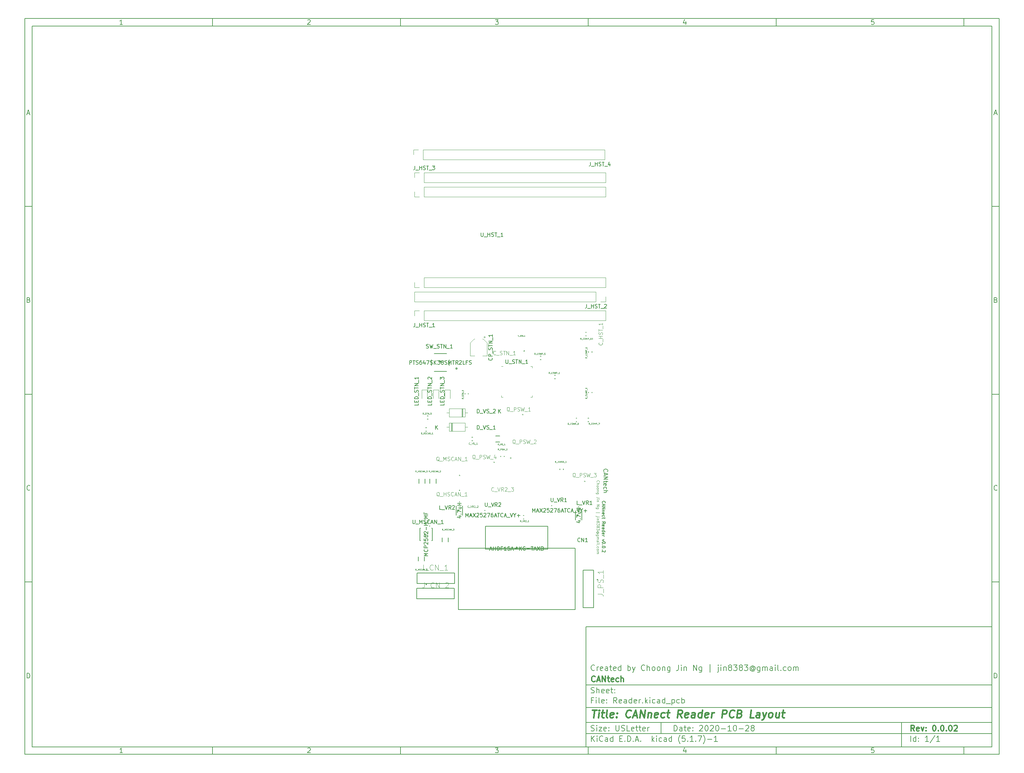
<source format=gbr>
%TF.GenerationSoftware,KiCad,Pcbnew,(5.1.7)-1*%
%TF.CreationDate,2020-10-28T15:01:33-07:00*%
%TF.ProjectId,Reader,52656164-6572-42e6-9b69-6361645f7063,0.0.02*%
%TF.SameCoordinates,Original*%
%TF.FileFunction,Legend,Top*%
%TF.FilePolarity,Positive*%
%FSLAX46Y46*%
G04 Gerber Fmt 4.6, Leading zero omitted, Abs format (unit mm)*
G04 Created by KiCad (PCBNEW (5.1.7)-1) date 2020-10-28 15:01:33*
%MOMM*%
%LPD*%
G01*
G04 APERTURE LIST*
%ADD10C,0.100000*%
%ADD11C,0.150000*%
%ADD12C,0.300000*%
%ADD13C,0.400000*%
%ADD14C,0.125000*%
%ADD15C,0.152400*%
%ADD16C,0.127000*%
%ADD17C,0.120000*%
%ADD18C,0.200000*%
%ADD19C,0.050000*%
%ADD20C,0.015000*%
G04 APERTURE END LIST*
D10*
D11*
X159400000Y-171900000D02*
X159400000Y-203900000D01*
X267400000Y-203900000D01*
X267400000Y-171900000D01*
X159400000Y-171900000D01*
D10*
D11*
X10000000Y-10000000D02*
X10000000Y-205900000D01*
X269400000Y-205900000D01*
X269400000Y-10000000D01*
X10000000Y-10000000D01*
D10*
D11*
X12000000Y-12000000D02*
X12000000Y-203900000D01*
X267400000Y-203900000D01*
X267400000Y-12000000D01*
X12000000Y-12000000D01*
D10*
D11*
X60000000Y-12000000D02*
X60000000Y-10000000D01*
D10*
D11*
X110000000Y-12000000D02*
X110000000Y-10000000D01*
D10*
D11*
X160000000Y-12000000D02*
X160000000Y-10000000D01*
D10*
D11*
X210000000Y-12000000D02*
X210000000Y-10000000D01*
D10*
D11*
X260000000Y-12000000D02*
X260000000Y-10000000D01*
D10*
D11*
X36065476Y-11588095D02*
X35322619Y-11588095D01*
X35694047Y-11588095D02*
X35694047Y-10288095D01*
X35570238Y-10473809D01*
X35446428Y-10597619D01*
X35322619Y-10659523D01*
D10*
D11*
X85322619Y-10411904D02*
X85384523Y-10350000D01*
X85508333Y-10288095D01*
X85817857Y-10288095D01*
X85941666Y-10350000D01*
X86003571Y-10411904D01*
X86065476Y-10535714D01*
X86065476Y-10659523D01*
X86003571Y-10845238D01*
X85260714Y-11588095D01*
X86065476Y-11588095D01*
D10*
D11*
X135260714Y-10288095D02*
X136065476Y-10288095D01*
X135632142Y-10783333D01*
X135817857Y-10783333D01*
X135941666Y-10845238D01*
X136003571Y-10907142D01*
X136065476Y-11030952D01*
X136065476Y-11340476D01*
X136003571Y-11464285D01*
X135941666Y-11526190D01*
X135817857Y-11588095D01*
X135446428Y-11588095D01*
X135322619Y-11526190D01*
X135260714Y-11464285D01*
D10*
D11*
X185941666Y-10721428D02*
X185941666Y-11588095D01*
X185632142Y-10226190D02*
X185322619Y-11154761D01*
X186127380Y-11154761D01*
D10*
D11*
X236003571Y-10288095D02*
X235384523Y-10288095D01*
X235322619Y-10907142D01*
X235384523Y-10845238D01*
X235508333Y-10783333D01*
X235817857Y-10783333D01*
X235941666Y-10845238D01*
X236003571Y-10907142D01*
X236065476Y-11030952D01*
X236065476Y-11340476D01*
X236003571Y-11464285D01*
X235941666Y-11526190D01*
X235817857Y-11588095D01*
X235508333Y-11588095D01*
X235384523Y-11526190D01*
X235322619Y-11464285D01*
D10*
D11*
X60000000Y-203900000D02*
X60000000Y-205900000D01*
D10*
D11*
X110000000Y-203900000D02*
X110000000Y-205900000D01*
D10*
D11*
X160000000Y-203900000D02*
X160000000Y-205900000D01*
D10*
D11*
X210000000Y-203900000D02*
X210000000Y-205900000D01*
D10*
D11*
X260000000Y-203900000D02*
X260000000Y-205900000D01*
D10*
D11*
X36065476Y-205488095D02*
X35322619Y-205488095D01*
X35694047Y-205488095D02*
X35694047Y-204188095D01*
X35570238Y-204373809D01*
X35446428Y-204497619D01*
X35322619Y-204559523D01*
D10*
D11*
X85322619Y-204311904D02*
X85384523Y-204250000D01*
X85508333Y-204188095D01*
X85817857Y-204188095D01*
X85941666Y-204250000D01*
X86003571Y-204311904D01*
X86065476Y-204435714D01*
X86065476Y-204559523D01*
X86003571Y-204745238D01*
X85260714Y-205488095D01*
X86065476Y-205488095D01*
D10*
D11*
X135260714Y-204188095D02*
X136065476Y-204188095D01*
X135632142Y-204683333D01*
X135817857Y-204683333D01*
X135941666Y-204745238D01*
X136003571Y-204807142D01*
X136065476Y-204930952D01*
X136065476Y-205240476D01*
X136003571Y-205364285D01*
X135941666Y-205426190D01*
X135817857Y-205488095D01*
X135446428Y-205488095D01*
X135322619Y-205426190D01*
X135260714Y-205364285D01*
D10*
D11*
X185941666Y-204621428D02*
X185941666Y-205488095D01*
X185632142Y-204126190D02*
X185322619Y-205054761D01*
X186127380Y-205054761D01*
D10*
D11*
X236003571Y-204188095D02*
X235384523Y-204188095D01*
X235322619Y-204807142D01*
X235384523Y-204745238D01*
X235508333Y-204683333D01*
X235817857Y-204683333D01*
X235941666Y-204745238D01*
X236003571Y-204807142D01*
X236065476Y-204930952D01*
X236065476Y-205240476D01*
X236003571Y-205364285D01*
X235941666Y-205426190D01*
X235817857Y-205488095D01*
X235508333Y-205488095D01*
X235384523Y-205426190D01*
X235322619Y-205364285D01*
D10*
D11*
X10000000Y-60000000D02*
X12000000Y-60000000D01*
D10*
D11*
X10000000Y-110000000D02*
X12000000Y-110000000D01*
D10*
D11*
X10000000Y-160000000D02*
X12000000Y-160000000D01*
D10*
D11*
X10690476Y-35216666D02*
X11309523Y-35216666D01*
X10566666Y-35588095D02*
X11000000Y-34288095D01*
X11433333Y-35588095D01*
D10*
D11*
X11092857Y-84907142D02*
X11278571Y-84969047D01*
X11340476Y-85030952D01*
X11402380Y-85154761D01*
X11402380Y-85340476D01*
X11340476Y-85464285D01*
X11278571Y-85526190D01*
X11154761Y-85588095D01*
X10659523Y-85588095D01*
X10659523Y-84288095D01*
X11092857Y-84288095D01*
X11216666Y-84350000D01*
X11278571Y-84411904D01*
X11340476Y-84535714D01*
X11340476Y-84659523D01*
X11278571Y-84783333D01*
X11216666Y-84845238D01*
X11092857Y-84907142D01*
X10659523Y-84907142D01*
D10*
D11*
X11402380Y-135464285D02*
X11340476Y-135526190D01*
X11154761Y-135588095D01*
X11030952Y-135588095D01*
X10845238Y-135526190D01*
X10721428Y-135402380D01*
X10659523Y-135278571D01*
X10597619Y-135030952D01*
X10597619Y-134845238D01*
X10659523Y-134597619D01*
X10721428Y-134473809D01*
X10845238Y-134350000D01*
X11030952Y-134288095D01*
X11154761Y-134288095D01*
X11340476Y-134350000D01*
X11402380Y-134411904D01*
D10*
D11*
X10659523Y-185588095D02*
X10659523Y-184288095D01*
X10969047Y-184288095D01*
X11154761Y-184350000D01*
X11278571Y-184473809D01*
X11340476Y-184597619D01*
X11402380Y-184845238D01*
X11402380Y-185030952D01*
X11340476Y-185278571D01*
X11278571Y-185402380D01*
X11154761Y-185526190D01*
X10969047Y-185588095D01*
X10659523Y-185588095D01*
D10*
D11*
X269400000Y-60000000D02*
X267400000Y-60000000D01*
D10*
D11*
X269400000Y-110000000D02*
X267400000Y-110000000D01*
D10*
D11*
X269400000Y-160000000D02*
X267400000Y-160000000D01*
D10*
D11*
X268090476Y-35216666D02*
X268709523Y-35216666D01*
X267966666Y-35588095D02*
X268400000Y-34288095D01*
X268833333Y-35588095D01*
D10*
D11*
X268492857Y-84907142D02*
X268678571Y-84969047D01*
X268740476Y-85030952D01*
X268802380Y-85154761D01*
X268802380Y-85340476D01*
X268740476Y-85464285D01*
X268678571Y-85526190D01*
X268554761Y-85588095D01*
X268059523Y-85588095D01*
X268059523Y-84288095D01*
X268492857Y-84288095D01*
X268616666Y-84350000D01*
X268678571Y-84411904D01*
X268740476Y-84535714D01*
X268740476Y-84659523D01*
X268678571Y-84783333D01*
X268616666Y-84845238D01*
X268492857Y-84907142D01*
X268059523Y-84907142D01*
D10*
D11*
X268802380Y-135464285D02*
X268740476Y-135526190D01*
X268554761Y-135588095D01*
X268430952Y-135588095D01*
X268245238Y-135526190D01*
X268121428Y-135402380D01*
X268059523Y-135278571D01*
X267997619Y-135030952D01*
X267997619Y-134845238D01*
X268059523Y-134597619D01*
X268121428Y-134473809D01*
X268245238Y-134350000D01*
X268430952Y-134288095D01*
X268554761Y-134288095D01*
X268740476Y-134350000D01*
X268802380Y-134411904D01*
D10*
D11*
X268059523Y-185588095D02*
X268059523Y-184288095D01*
X268369047Y-184288095D01*
X268554761Y-184350000D01*
X268678571Y-184473809D01*
X268740476Y-184597619D01*
X268802380Y-184845238D01*
X268802380Y-185030952D01*
X268740476Y-185278571D01*
X268678571Y-185402380D01*
X268554761Y-185526190D01*
X268369047Y-185588095D01*
X268059523Y-185588095D01*
D10*
D11*
X182832142Y-199678571D02*
X182832142Y-198178571D01*
X183189285Y-198178571D01*
X183403571Y-198250000D01*
X183546428Y-198392857D01*
X183617857Y-198535714D01*
X183689285Y-198821428D01*
X183689285Y-199035714D01*
X183617857Y-199321428D01*
X183546428Y-199464285D01*
X183403571Y-199607142D01*
X183189285Y-199678571D01*
X182832142Y-199678571D01*
X184975000Y-199678571D02*
X184975000Y-198892857D01*
X184903571Y-198750000D01*
X184760714Y-198678571D01*
X184475000Y-198678571D01*
X184332142Y-198750000D01*
X184975000Y-199607142D02*
X184832142Y-199678571D01*
X184475000Y-199678571D01*
X184332142Y-199607142D01*
X184260714Y-199464285D01*
X184260714Y-199321428D01*
X184332142Y-199178571D01*
X184475000Y-199107142D01*
X184832142Y-199107142D01*
X184975000Y-199035714D01*
X185475000Y-198678571D02*
X186046428Y-198678571D01*
X185689285Y-198178571D02*
X185689285Y-199464285D01*
X185760714Y-199607142D01*
X185903571Y-199678571D01*
X186046428Y-199678571D01*
X187117857Y-199607142D02*
X186975000Y-199678571D01*
X186689285Y-199678571D01*
X186546428Y-199607142D01*
X186475000Y-199464285D01*
X186475000Y-198892857D01*
X186546428Y-198750000D01*
X186689285Y-198678571D01*
X186975000Y-198678571D01*
X187117857Y-198750000D01*
X187189285Y-198892857D01*
X187189285Y-199035714D01*
X186475000Y-199178571D01*
X187832142Y-199535714D02*
X187903571Y-199607142D01*
X187832142Y-199678571D01*
X187760714Y-199607142D01*
X187832142Y-199535714D01*
X187832142Y-199678571D01*
X187832142Y-198750000D02*
X187903571Y-198821428D01*
X187832142Y-198892857D01*
X187760714Y-198821428D01*
X187832142Y-198750000D01*
X187832142Y-198892857D01*
X189617857Y-198321428D02*
X189689285Y-198250000D01*
X189832142Y-198178571D01*
X190189285Y-198178571D01*
X190332142Y-198250000D01*
X190403571Y-198321428D01*
X190475000Y-198464285D01*
X190475000Y-198607142D01*
X190403571Y-198821428D01*
X189546428Y-199678571D01*
X190475000Y-199678571D01*
X191403571Y-198178571D02*
X191546428Y-198178571D01*
X191689285Y-198250000D01*
X191760714Y-198321428D01*
X191832142Y-198464285D01*
X191903571Y-198750000D01*
X191903571Y-199107142D01*
X191832142Y-199392857D01*
X191760714Y-199535714D01*
X191689285Y-199607142D01*
X191546428Y-199678571D01*
X191403571Y-199678571D01*
X191260714Y-199607142D01*
X191189285Y-199535714D01*
X191117857Y-199392857D01*
X191046428Y-199107142D01*
X191046428Y-198750000D01*
X191117857Y-198464285D01*
X191189285Y-198321428D01*
X191260714Y-198250000D01*
X191403571Y-198178571D01*
X192475000Y-198321428D02*
X192546428Y-198250000D01*
X192689285Y-198178571D01*
X193046428Y-198178571D01*
X193189285Y-198250000D01*
X193260714Y-198321428D01*
X193332142Y-198464285D01*
X193332142Y-198607142D01*
X193260714Y-198821428D01*
X192403571Y-199678571D01*
X193332142Y-199678571D01*
X194260714Y-198178571D02*
X194403571Y-198178571D01*
X194546428Y-198250000D01*
X194617857Y-198321428D01*
X194689285Y-198464285D01*
X194760714Y-198750000D01*
X194760714Y-199107142D01*
X194689285Y-199392857D01*
X194617857Y-199535714D01*
X194546428Y-199607142D01*
X194403571Y-199678571D01*
X194260714Y-199678571D01*
X194117857Y-199607142D01*
X194046428Y-199535714D01*
X193975000Y-199392857D01*
X193903571Y-199107142D01*
X193903571Y-198750000D01*
X193975000Y-198464285D01*
X194046428Y-198321428D01*
X194117857Y-198250000D01*
X194260714Y-198178571D01*
X195403571Y-199107142D02*
X196546428Y-199107142D01*
X198046428Y-199678571D02*
X197189285Y-199678571D01*
X197617857Y-199678571D02*
X197617857Y-198178571D01*
X197475000Y-198392857D01*
X197332142Y-198535714D01*
X197189285Y-198607142D01*
X198975000Y-198178571D02*
X199117857Y-198178571D01*
X199260714Y-198250000D01*
X199332142Y-198321428D01*
X199403571Y-198464285D01*
X199475000Y-198750000D01*
X199475000Y-199107142D01*
X199403571Y-199392857D01*
X199332142Y-199535714D01*
X199260714Y-199607142D01*
X199117857Y-199678571D01*
X198975000Y-199678571D01*
X198832142Y-199607142D01*
X198760714Y-199535714D01*
X198689285Y-199392857D01*
X198617857Y-199107142D01*
X198617857Y-198750000D01*
X198689285Y-198464285D01*
X198760714Y-198321428D01*
X198832142Y-198250000D01*
X198975000Y-198178571D01*
X200117857Y-199107142D02*
X201260714Y-199107142D01*
X201903571Y-198321428D02*
X201975000Y-198250000D01*
X202117857Y-198178571D01*
X202475000Y-198178571D01*
X202617857Y-198250000D01*
X202689285Y-198321428D01*
X202760714Y-198464285D01*
X202760714Y-198607142D01*
X202689285Y-198821428D01*
X201832142Y-199678571D01*
X202760714Y-199678571D01*
X203617857Y-198821428D02*
X203475000Y-198750000D01*
X203403571Y-198678571D01*
X203332142Y-198535714D01*
X203332142Y-198464285D01*
X203403571Y-198321428D01*
X203475000Y-198250000D01*
X203617857Y-198178571D01*
X203903571Y-198178571D01*
X204046428Y-198250000D01*
X204117857Y-198321428D01*
X204189285Y-198464285D01*
X204189285Y-198535714D01*
X204117857Y-198678571D01*
X204046428Y-198750000D01*
X203903571Y-198821428D01*
X203617857Y-198821428D01*
X203475000Y-198892857D01*
X203403571Y-198964285D01*
X203332142Y-199107142D01*
X203332142Y-199392857D01*
X203403571Y-199535714D01*
X203475000Y-199607142D01*
X203617857Y-199678571D01*
X203903571Y-199678571D01*
X204046428Y-199607142D01*
X204117857Y-199535714D01*
X204189285Y-199392857D01*
X204189285Y-199107142D01*
X204117857Y-198964285D01*
X204046428Y-198892857D01*
X203903571Y-198821428D01*
D10*
D11*
X159400000Y-200400000D02*
X267400000Y-200400000D01*
D10*
D11*
X160832142Y-202478571D02*
X160832142Y-200978571D01*
X161689285Y-202478571D02*
X161046428Y-201621428D01*
X161689285Y-200978571D02*
X160832142Y-201835714D01*
X162332142Y-202478571D02*
X162332142Y-201478571D01*
X162332142Y-200978571D02*
X162260714Y-201050000D01*
X162332142Y-201121428D01*
X162403571Y-201050000D01*
X162332142Y-200978571D01*
X162332142Y-201121428D01*
X163903571Y-202335714D02*
X163832142Y-202407142D01*
X163617857Y-202478571D01*
X163475000Y-202478571D01*
X163260714Y-202407142D01*
X163117857Y-202264285D01*
X163046428Y-202121428D01*
X162975000Y-201835714D01*
X162975000Y-201621428D01*
X163046428Y-201335714D01*
X163117857Y-201192857D01*
X163260714Y-201050000D01*
X163475000Y-200978571D01*
X163617857Y-200978571D01*
X163832142Y-201050000D01*
X163903571Y-201121428D01*
X165189285Y-202478571D02*
X165189285Y-201692857D01*
X165117857Y-201550000D01*
X164975000Y-201478571D01*
X164689285Y-201478571D01*
X164546428Y-201550000D01*
X165189285Y-202407142D02*
X165046428Y-202478571D01*
X164689285Y-202478571D01*
X164546428Y-202407142D01*
X164475000Y-202264285D01*
X164475000Y-202121428D01*
X164546428Y-201978571D01*
X164689285Y-201907142D01*
X165046428Y-201907142D01*
X165189285Y-201835714D01*
X166546428Y-202478571D02*
X166546428Y-200978571D01*
X166546428Y-202407142D02*
X166403571Y-202478571D01*
X166117857Y-202478571D01*
X165975000Y-202407142D01*
X165903571Y-202335714D01*
X165832142Y-202192857D01*
X165832142Y-201764285D01*
X165903571Y-201621428D01*
X165975000Y-201550000D01*
X166117857Y-201478571D01*
X166403571Y-201478571D01*
X166546428Y-201550000D01*
X168403571Y-201692857D02*
X168903571Y-201692857D01*
X169117857Y-202478571D02*
X168403571Y-202478571D01*
X168403571Y-200978571D01*
X169117857Y-200978571D01*
X169760714Y-202335714D02*
X169832142Y-202407142D01*
X169760714Y-202478571D01*
X169689285Y-202407142D01*
X169760714Y-202335714D01*
X169760714Y-202478571D01*
X170475000Y-202478571D02*
X170475000Y-200978571D01*
X170832142Y-200978571D01*
X171046428Y-201050000D01*
X171189285Y-201192857D01*
X171260714Y-201335714D01*
X171332142Y-201621428D01*
X171332142Y-201835714D01*
X171260714Y-202121428D01*
X171189285Y-202264285D01*
X171046428Y-202407142D01*
X170832142Y-202478571D01*
X170475000Y-202478571D01*
X171975000Y-202335714D02*
X172046428Y-202407142D01*
X171975000Y-202478571D01*
X171903571Y-202407142D01*
X171975000Y-202335714D01*
X171975000Y-202478571D01*
X172617857Y-202050000D02*
X173332142Y-202050000D01*
X172475000Y-202478571D02*
X172975000Y-200978571D01*
X173475000Y-202478571D01*
X173975000Y-202335714D02*
X174046428Y-202407142D01*
X173975000Y-202478571D01*
X173903571Y-202407142D01*
X173975000Y-202335714D01*
X173975000Y-202478571D01*
X176975000Y-202478571D02*
X176975000Y-200978571D01*
X177117857Y-201907142D02*
X177546428Y-202478571D01*
X177546428Y-201478571D02*
X176975000Y-202050000D01*
X178189285Y-202478571D02*
X178189285Y-201478571D01*
X178189285Y-200978571D02*
X178117857Y-201050000D01*
X178189285Y-201121428D01*
X178260714Y-201050000D01*
X178189285Y-200978571D01*
X178189285Y-201121428D01*
X179546428Y-202407142D02*
X179403571Y-202478571D01*
X179117857Y-202478571D01*
X178975000Y-202407142D01*
X178903571Y-202335714D01*
X178832142Y-202192857D01*
X178832142Y-201764285D01*
X178903571Y-201621428D01*
X178975000Y-201550000D01*
X179117857Y-201478571D01*
X179403571Y-201478571D01*
X179546428Y-201550000D01*
X180832142Y-202478571D02*
X180832142Y-201692857D01*
X180760714Y-201550000D01*
X180617857Y-201478571D01*
X180332142Y-201478571D01*
X180189285Y-201550000D01*
X180832142Y-202407142D02*
X180689285Y-202478571D01*
X180332142Y-202478571D01*
X180189285Y-202407142D01*
X180117857Y-202264285D01*
X180117857Y-202121428D01*
X180189285Y-201978571D01*
X180332142Y-201907142D01*
X180689285Y-201907142D01*
X180832142Y-201835714D01*
X182189285Y-202478571D02*
X182189285Y-200978571D01*
X182189285Y-202407142D02*
X182046428Y-202478571D01*
X181760714Y-202478571D01*
X181617857Y-202407142D01*
X181546428Y-202335714D01*
X181475000Y-202192857D01*
X181475000Y-201764285D01*
X181546428Y-201621428D01*
X181617857Y-201550000D01*
X181760714Y-201478571D01*
X182046428Y-201478571D01*
X182189285Y-201550000D01*
X184475000Y-203050000D02*
X184403571Y-202978571D01*
X184260714Y-202764285D01*
X184189285Y-202621428D01*
X184117857Y-202407142D01*
X184046428Y-202050000D01*
X184046428Y-201764285D01*
X184117857Y-201407142D01*
X184189285Y-201192857D01*
X184260714Y-201050000D01*
X184403571Y-200835714D01*
X184475000Y-200764285D01*
X185760714Y-200978571D02*
X185046428Y-200978571D01*
X184975000Y-201692857D01*
X185046428Y-201621428D01*
X185189285Y-201550000D01*
X185546428Y-201550000D01*
X185689285Y-201621428D01*
X185760714Y-201692857D01*
X185832142Y-201835714D01*
X185832142Y-202192857D01*
X185760714Y-202335714D01*
X185689285Y-202407142D01*
X185546428Y-202478571D01*
X185189285Y-202478571D01*
X185046428Y-202407142D01*
X184975000Y-202335714D01*
X186475000Y-202335714D02*
X186546428Y-202407142D01*
X186475000Y-202478571D01*
X186403571Y-202407142D01*
X186475000Y-202335714D01*
X186475000Y-202478571D01*
X187975000Y-202478571D02*
X187117857Y-202478571D01*
X187546428Y-202478571D02*
X187546428Y-200978571D01*
X187403571Y-201192857D01*
X187260714Y-201335714D01*
X187117857Y-201407142D01*
X188617857Y-202335714D02*
X188689285Y-202407142D01*
X188617857Y-202478571D01*
X188546428Y-202407142D01*
X188617857Y-202335714D01*
X188617857Y-202478571D01*
X189189285Y-200978571D02*
X190189285Y-200978571D01*
X189546428Y-202478571D01*
X190617857Y-203050000D02*
X190689285Y-202978571D01*
X190832142Y-202764285D01*
X190903571Y-202621428D01*
X190975000Y-202407142D01*
X191046428Y-202050000D01*
X191046428Y-201764285D01*
X190975000Y-201407142D01*
X190903571Y-201192857D01*
X190832142Y-201050000D01*
X190689285Y-200835714D01*
X190617857Y-200764285D01*
X191760714Y-201907142D02*
X192903571Y-201907142D01*
X194403571Y-202478571D02*
X193546428Y-202478571D01*
X193975000Y-202478571D02*
X193975000Y-200978571D01*
X193832142Y-201192857D01*
X193689285Y-201335714D01*
X193546428Y-201407142D01*
D10*
D11*
X159400000Y-197400000D02*
X267400000Y-197400000D01*
D10*
D12*
X246809285Y-199678571D02*
X246309285Y-198964285D01*
X245952142Y-199678571D02*
X245952142Y-198178571D01*
X246523571Y-198178571D01*
X246666428Y-198250000D01*
X246737857Y-198321428D01*
X246809285Y-198464285D01*
X246809285Y-198678571D01*
X246737857Y-198821428D01*
X246666428Y-198892857D01*
X246523571Y-198964285D01*
X245952142Y-198964285D01*
X248023571Y-199607142D02*
X247880714Y-199678571D01*
X247595000Y-199678571D01*
X247452142Y-199607142D01*
X247380714Y-199464285D01*
X247380714Y-198892857D01*
X247452142Y-198750000D01*
X247595000Y-198678571D01*
X247880714Y-198678571D01*
X248023571Y-198750000D01*
X248095000Y-198892857D01*
X248095000Y-199035714D01*
X247380714Y-199178571D01*
X248595000Y-198678571D02*
X248952142Y-199678571D01*
X249309285Y-198678571D01*
X249880714Y-199535714D02*
X249952142Y-199607142D01*
X249880714Y-199678571D01*
X249809285Y-199607142D01*
X249880714Y-199535714D01*
X249880714Y-199678571D01*
X249880714Y-198750000D02*
X249952142Y-198821428D01*
X249880714Y-198892857D01*
X249809285Y-198821428D01*
X249880714Y-198750000D01*
X249880714Y-198892857D01*
X252023571Y-198178571D02*
X252166428Y-198178571D01*
X252309285Y-198250000D01*
X252380714Y-198321428D01*
X252452142Y-198464285D01*
X252523571Y-198750000D01*
X252523571Y-199107142D01*
X252452142Y-199392857D01*
X252380714Y-199535714D01*
X252309285Y-199607142D01*
X252166428Y-199678571D01*
X252023571Y-199678571D01*
X251880714Y-199607142D01*
X251809285Y-199535714D01*
X251737857Y-199392857D01*
X251666428Y-199107142D01*
X251666428Y-198750000D01*
X251737857Y-198464285D01*
X251809285Y-198321428D01*
X251880714Y-198250000D01*
X252023571Y-198178571D01*
X253166428Y-199535714D02*
X253237857Y-199607142D01*
X253166428Y-199678571D01*
X253095000Y-199607142D01*
X253166428Y-199535714D01*
X253166428Y-199678571D01*
X254166428Y-198178571D02*
X254309285Y-198178571D01*
X254452142Y-198250000D01*
X254523571Y-198321428D01*
X254595000Y-198464285D01*
X254666428Y-198750000D01*
X254666428Y-199107142D01*
X254595000Y-199392857D01*
X254523571Y-199535714D01*
X254452142Y-199607142D01*
X254309285Y-199678571D01*
X254166428Y-199678571D01*
X254023571Y-199607142D01*
X253952142Y-199535714D01*
X253880714Y-199392857D01*
X253809285Y-199107142D01*
X253809285Y-198750000D01*
X253880714Y-198464285D01*
X253952142Y-198321428D01*
X254023571Y-198250000D01*
X254166428Y-198178571D01*
X255309285Y-199535714D02*
X255380714Y-199607142D01*
X255309285Y-199678571D01*
X255237857Y-199607142D01*
X255309285Y-199535714D01*
X255309285Y-199678571D01*
X256309285Y-198178571D02*
X256452142Y-198178571D01*
X256595000Y-198250000D01*
X256666428Y-198321428D01*
X256737857Y-198464285D01*
X256809285Y-198750000D01*
X256809285Y-199107142D01*
X256737857Y-199392857D01*
X256666428Y-199535714D01*
X256595000Y-199607142D01*
X256452142Y-199678571D01*
X256309285Y-199678571D01*
X256166428Y-199607142D01*
X256095000Y-199535714D01*
X256023571Y-199392857D01*
X255952142Y-199107142D01*
X255952142Y-198750000D01*
X256023571Y-198464285D01*
X256095000Y-198321428D01*
X256166428Y-198250000D01*
X256309285Y-198178571D01*
X257380714Y-198321428D02*
X257452142Y-198250000D01*
X257595000Y-198178571D01*
X257952142Y-198178571D01*
X258095000Y-198250000D01*
X258166428Y-198321428D01*
X258237857Y-198464285D01*
X258237857Y-198607142D01*
X258166428Y-198821428D01*
X257309285Y-199678571D01*
X258237857Y-199678571D01*
D10*
D11*
X160760714Y-199607142D02*
X160975000Y-199678571D01*
X161332142Y-199678571D01*
X161475000Y-199607142D01*
X161546428Y-199535714D01*
X161617857Y-199392857D01*
X161617857Y-199250000D01*
X161546428Y-199107142D01*
X161475000Y-199035714D01*
X161332142Y-198964285D01*
X161046428Y-198892857D01*
X160903571Y-198821428D01*
X160832142Y-198750000D01*
X160760714Y-198607142D01*
X160760714Y-198464285D01*
X160832142Y-198321428D01*
X160903571Y-198250000D01*
X161046428Y-198178571D01*
X161403571Y-198178571D01*
X161617857Y-198250000D01*
X162260714Y-199678571D02*
X162260714Y-198678571D01*
X162260714Y-198178571D02*
X162189285Y-198250000D01*
X162260714Y-198321428D01*
X162332142Y-198250000D01*
X162260714Y-198178571D01*
X162260714Y-198321428D01*
X162832142Y-198678571D02*
X163617857Y-198678571D01*
X162832142Y-199678571D01*
X163617857Y-199678571D01*
X164760714Y-199607142D02*
X164617857Y-199678571D01*
X164332142Y-199678571D01*
X164189285Y-199607142D01*
X164117857Y-199464285D01*
X164117857Y-198892857D01*
X164189285Y-198750000D01*
X164332142Y-198678571D01*
X164617857Y-198678571D01*
X164760714Y-198750000D01*
X164832142Y-198892857D01*
X164832142Y-199035714D01*
X164117857Y-199178571D01*
X165475000Y-199535714D02*
X165546428Y-199607142D01*
X165475000Y-199678571D01*
X165403571Y-199607142D01*
X165475000Y-199535714D01*
X165475000Y-199678571D01*
X165475000Y-198750000D02*
X165546428Y-198821428D01*
X165475000Y-198892857D01*
X165403571Y-198821428D01*
X165475000Y-198750000D01*
X165475000Y-198892857D01*
X167332142Y-198178571D02*
X167332142Y-199392857D01*
X167403571Y-199535714D01*
X167475000Y-199607142D01*
X167617857Y-199678571D01*
X167903571Y-199678571D01*
X168046428Y-199607142D01*
X168117857Y-199535714D01*
X168189285Y-199392857D01*
X168189285Y-198178571D01*
X168832142Y-199607142D02*
X169046428Y-199678571D01*
X169403571Y-199678571D01*
X169546428Y-199607142D01*
X169617857Y-199535714D01*
X169689285Y-199392857D01*
X169689285Y-199250000D01*
X169617857Y-199107142D01*
X169546428Y-199035714D01*
X169403571Y-198964285D01*
X169117857Y-198892857D01*
X168975000Y-198821428D01*
X168903571Y-198750000D01*
X168832142Y-198607142D01*
X168832142Y-198464285D01*
X168903571Y-198321428D01*
X168975000Y-198250000D01*
X169117857Y-198178571D01*
X169475000Y-198178571D01*
X169689285Y-198250000D01*
X171046428Y-199678571D02*
X170332142Y-199678571D01*
X170332142Y-198178571D01*
X172117857Y-199607142D02*
X171975000Y-199678571D01*
X171689285Y-199678571D01*
X171546428Y-199607142D01*
X171475000Y-199464285D01*
X171475000Y-198892857D01*
X171546428Y-198750000D01*
X171689285Y-198678571D01*
X171975000Y-198678571D01*
X172117857Y-198750000D01*
X172189285Y-198892857D01*
X172189285Y-199035714D01*
X171475000Y-199178571D01*
X172617857Y-198678571D02*
X173189285Y-198678571D01*
X172832142Y-198178571D02*
X172832142Y-199464285D01*
X172903571Y-199607142D01*
X173046428Y-199678571D01*
X173189285Y-199678571D01*
X173475000Y-198678571D02*
X174046428Y-198678571D01*
X173689285Y-198178571D02*
X173689285Y-199464285D01*
X173760714Y-199607142D01*
X173903571Y-199678571D01*
X174046428Y-199678571D01*
X175117857Y-199607142D02*
X174975000Y-199678571D01*
X174689285Y-199678571D01*
X174546428Y-199607142D01*
X174475000Y-199464285D01*
X174475000Y-198892857D01*
X174546428Y-198750000D01*
X174689285Y-198678571D01*
X174975000Y-198678571D01*
X175117857Y-198750000D01*
X175189285Y-198892857D01*
X175189285Y-199035714D01*
X174475000Y-199178571D01*
X175832142Y-199678571D02*
X175832142Y-198678571D01*
X175832142Y-198964285D02*
X175903571Y-198821428D01*
X175975000Y-198750000D01*
X176117857Y-198678571D01*
X176260714Y-198678571D01*
D10*
D11*
X245832142Y-202478571D02*
X245832142Y-200978571D01*
X247189285Y-202478571D02*
X247189285Y-200978571D01*
X247189285Y-202407142D02*
X247046428Y-202478571D01*
X246760714Y-202478571D01*
X246617857Y-202407142D01*
X246546428Y-202335714D01*
X246475000Y-202192857D01*
X246475000Y-201764285D01*
X246546428Y-201621428D01*
X246617857Y-201550000D01*
X246760714Y-201478571D01*
X247046428Y-201478571D01*
X247189285Y-201550000D01*
X247903571Y-202335714D02*
X247975000Y-202407142D01*
X247903571Y-202478571D01*
X247832142Y-202407142D01*
X247903571Y-202335714D01*
X247903571Y-202478571D01*
X247903571Y-201550000D02*
X247975000Y-201621428D01*
X247903571Y-201692857D01*
X247832142Y-201621428D01*
X247903571Y-201550000D01*
X247903571Y-201692857D01*
X250546428Y-202478571D02*
X249689285Y-202478571D01*
X250117857Y-202478571D02*
X250117857Y-200978571D01*
X249975000Y-201192857D01*
X249832142Y-201335714D01*
X249689285Y-201407142D01*
X252260714Y-200907142D02*
X250975000Y-202835714D01*
X253546428Y-202478571D02*
X252689285Y-202478571D01*
X253117857Y-202478571D02*
X253117857Y-200978571D01*
X252975000Y-201192857D01*
X252832142Y-201335714D01*
X252689285Y-201407142D01*
D10*
D11*
X159400000Y-193400000D02*
X267400000Y-193400000D01*
D10*
D13*
X161112380Y-194104761D02*
X162255238Y-194104761D01*
X161433809Y-196104761D02*
X161683809Y-194104761D01*
X162671904Y-196104761D02*
X162838571Y-194771428D01*
X162921904Y-194104761D02*
X162814761Y-194200000D01*
X162898095Y-194295238D01*
X163005238Y-194200000D01*
X162921904Y-194104761D01*
X162898095Y-194295238D01*
X163505238Y-194771428D02*
X164267142Y-194771428D01*
X163874285Y-194104761D02*
X163660000Y-195819047D01*
X163731428Y-196009523D01*
X163910000Y-196104761D01*
X164100476Y-196104761D01*
X165052857Y-196104761D02*
X164874285Y-196009523D01*
X164802857Y-195819047D01*
X165017142Y-194104761D01*
X166588571Y-196009523D02*
X166386190Y-196104761D01*
X166005238Y-196104761D01*
X165826666Y-196009523D01*
X165755238Y-195819047D01*
X165850476Y-195057142D01*
X165969523Y-194866666D01*
X166171904Y-194771428D01*
X166552857Y-194771428D01*
X166731428Y-194866666D01*
X166802857Y-195057142D01*
X166779047Y-195247619D01*
X165802857Y-195438095D01*
X167552857Y-195914285D02*
X167636190Y-196009523D01*
X167529047Y-196104761D01*
X167445714Y-196009523D01*
X167552857Y-195914285D01*
X167529047Y-196104761D01*
X167683809Y-194866666D02*
X167767142Y-194961904D01*
X167660000Y-195057142D01*
X167576666Y-194961904D01*
X167683809Y-194866666D01*
X167660000Y-195057142D01*
X171171904Y-195914285D02*
X171064761Y-196009523D01*
X170767142Y-196104761D01*
X170576666Y-196104761D01*
X170302857Y-196009523D01*
X170136190Y-195819047D01*
X170064761Y-195628571D01*
X170017142Y-195247619D01*
X170052857Y-194961904D01*
X170195714Y-194580952D01*
X170314761Y-194390476D01*
X170529047Y-194200000D01*
X170826666Y-194104761D01*
X171017142Y-194104761D01*
X171290952Y-194200000D01*
X171374285Y-194295238D01*
X171981428Y-195533333D02*
X172933809Y-195533333D01*
X171719523Y-196104761D02*
X172636190Y-194104761D01*
X173052857Y-196104761D01*
X173719523Y-196104761D02*
X173969523Y-194104761D01*
X174862380Y-196104761D01*
X175112380Y-194104761D01*
X175981428Y-194771428D02*
X175814761Y-196104761D01*
X175957619Y-194961904D02*
X176064761Y-194866666D01*
X176267142Y-194771428D01*
X176552857Y-194771428D01*
X176731428Y-194866666D01*
X176802857Y-195057142D01*
X176671904Y-196104761D01*
X178398095Y-196009523D02*
X178195714Y-196104761D01*
X177814761Y-196104761D01*
X177636190Y-196009523D01*
X177564761Y-195819047D01*
X177660000Y-195057142D01*
X177779047Y-194866666D01*
X177981428Y-194771428D01*
X178362380Y-194771428D01*
X178540952Y-194866666D01*
X178612380Y-195057142D01*
X178588571Y-195247619D01*
X177612380Y-195438095D01*
X180207619Y-196009523D02*
X180005238Y-196104761D01*
X179624285Y-196104761D01*
X179445714Y-196009523D01*
X179362380Y-195914285D01*
X179290952Y-195723809D01*
X179362380Y-195152380D01*
X179481428Y-194961904D01*
X179588571Y-194866666D01*
X179790952Y-194771428D01*
X180171904Y-194771428D01*
X180350476Y-194866666D01*
X180933809Y-194771428D02*
X181695714Y-194771428D01*
X181302857Y-194104761D02*
X181088571Y-195819047D01*
X181160000Y-196009523D01*
X181338571Y-196104761D01*
X181529047Y-196104761D01*
X184862380Y-196104761D02*
X184314761Y-195152380D01*
X183719523Y-196104761D02*
X183969523Y-194104761D01*
X184731428Y-194104761D01*
X184910000Y-194200000D01*
X184993333Y-194295238D01*
X185064761Y-194485714D01*
X185029047Y-194771428D01*
X184910000Y-194961904D01*
X184802857Y-195057142D01*
X184600476Y-195152380D01*
X183838571Y-195152380D01*
X186493333Y-196009523D02*
X186290952Y-196104761D01*
X185910000Y-196104761D01*
X185731428Y-196009523D01*
X185660000Y-195819047D01*
X185755238Y-195057142D01*
X185874285Y-194866666D01*
X186076666Y-194771428D01*
X186457619Y-194771428D01*
X186636190Y-194866666D01*
X186707619Y-195057142D01*
X186683809Y-195247619D01*
X185707619Y-195438095D01*
X188290952Y-196104761D02*
X188421904Y-195057142D01*
X188350476Y-194866666D01*
X188171904Y-194771428D01*
X187790952Y-194771428D01*
X187588571Y-194866666D01*
X188302857Y-196009523D02*
X188100476Y-196104761D01*
X187624285Y-196104761D01*
X187445714Y-196009523D01*
X187374285Y-195819047D01*
X187398095Y-195628571D01*
X187517142Y-195438095D01*
X187719523Y-195342857D01*
X188195714Y-195342857D01*
X188398095Y-195247619D01*
X190100476Y-196104761D02*
X190350476Y-194104761D01*
X190112380Y-196009523D02*
X189910000Y-196104761D01*
X189529047Y-196104761D01*
X189350476Y-196009523D01*
X189267142Y-195914285D01*
X189195714Y-195723809D01*
X189267142Y-195152380D01*
X189386190Y-194961904D01*
X189493333Y-194866666D01*
X189695714Y-194771428D01*
X190076666Y-194771428D01*
X190255238Y-194866666D01*
X191826666Y-196009523D02*
X191624285Y-196104761D01*
X191243333Y-196104761D01*
X191064761Y-196009523D01*
X190993333Y-195819047D01*
X191088571Y-195057142D01*
X191207619Y-194866666D01*
X191410000Y-194771428D01*
X191790952Y-194771428D01*
X191969523Y-194866666D01*
X192040952Y-195057142D01*
X192017142Y-195247619D01*
X191040952Y-195438095D01*
X192767142Y-196104761D02*
X192933809Y-194771428D01*
X192886190Y-195152380D02*
X193005238Y-194961904D01*
X193112380Y-194866666D01*
X193314761Y-194771428D01*
X193505238Y-194771428D01*
X195529047Y-196104761D02*
X195779047Y-194104761D01*
X196540952Y-194104761D01*
X196719523Y-194200000D01*
X196802857Y-194295238D01*
X196874285Y-194485714D01*
X196838571Y-194771428D01*
X196719523Y-194961904D01*
X196612380Y-195057142D01*
X196410000Y-195152380D01*
X195648095Y-195152380D01*
X198695714Y-195914285D02*
X198588571Y-196009523D01*
X198290952Y-196104761D01*
X198100476Y-196104761D01*
X197826666Y-196009523D01*
X197660000Y-195819047D01*
X197588571Y-195628571D01*
X197540952Y-195247619D01*
X197576666Y-194961904D01*
X197719523Y-194580952D01*
X197838571Y-194390476D01*
X198052857Y-194200000D01*
X198350476Y-194104761D01*
X198540952Y-194104761D01*
X198814761Y-194200000D01*
X198898095Y-194295238D01*
X200326666Y-195057142D02*
X200600476Y-195152380D01*
X200683809Y-195247619D01*
X200755238Y-195438095D01*
X200719523Y-195723809D01*
X200600476Y-195914285D01*
X200493333Y-196009523D01*
X200290952Y-196104761D01*
X199529047Y-196104761D01*
X199779047Y-194104761D01*
X200445714Y-194104761D01*
X200624285Y-194200000D01*
X200707619Y-194295238D01*
X200779047Y-194485714D01*
X200755238Y-194676190D01*
X200636190Y-194866666D01*
X200529047Y-194961904D01*
X200326666Y-195057142D01*
X199660000Y-195057142D01*
X204005238Y-196104761D02*
X203052857Y-196104761D01*
X203302857Y-194104761D01*
X205529047Y-196104761D02*
X205660000Y-195057142D01*
X205588571Y-194866666D01*
X205410000Y-194771428D01*
X205029047Y-194771428D01*
X204826666Y-194866666D01*
X205540952Y-196009523D02*
X205338571Y-196104761D01*
X204862380Y-196104761D01*
X204683809Y-196009523D01*
X204612380Y-195819047D01*
X204636190Y-195628571D01*
X204755238Y-195438095D01*
X204957619Y-195342857D01*
X205433809Y-195342857D01*
X205636190Y-195247619D01*
X206457619Y-194771428D02*
X206767142Y-196104761D01*
X207410000Y-194771428D02*
X206767142Y-196104761D01*
X206517142Y-196580952D01*
X206410000Y-196676190D01*
X206207619Y-196771428D01*
X208290952Y-196104761D02*
X208112380Y-196009523D01*
X208029047Y-195914285D01*
X207957619Y-195723809D01*
X208029047Y-195152380D01*
X208148095Y-194961904D01*
X208255238Y-194866666D01*
X208457619Y-194771428D01*
X208743333Y-194771428D01*
X208921904Y-194866666D01*
X209005238Y-194961904D01*
X209076666Y-195152380D01*
X209005238Y-195723809D01*
X208886190Y-195914285D01*
X208779047Y-196009523D01*
X208576666Y-196104761D01*
X208290952Y-196104761D01*
X210838571Y-194771428D02*
X210671904Y-196104761D01*
X209981428Y-194771428D02*
X209850476Y-195819047D01*
X209921904Y-196009523D01*
X210100476Y-196104761D01*
X210386190Y-196104761D01*
X210588571Y-196009523D01*
X210695714Y-195914285D01*
X211505238Y-194771428D02*
X212267142Y-194771428D01*
X211874285Y-194104761D02*
X211659999Y-195819047D01*
X211731428Y-196009523D01*
X211909999Y-196104761D01*
X212100476Y-196104761D01*
D10*
D11*
X161332142Y-191492857D02*
X160832142Y-191492857D01*
X160832142Y-192278571D02*
X160832142Y-190778571D01*
X161546428Y-190778571D01*
X162117857Y-192278571D02*
X162117857Y-191278571D01*
X162117857Y-190778571D02*
X162046428Y-190850000D01*
X162117857Y-190921428D01*
X162189285Y-190850000D01*
X162117857Y-190778571D01*
X162117857Y-190921428D01*
X163046428Y-192278571D02*
X162903571Y-192207142D01*
X162832142Y-192064285D01*
X162832142Y-190778571D01*
X164189285Y-192207142D02*
X164046428Y-192278571D01*
X163760714Y-192278571D01*
X163617857Y-192207142D01*
X163546428Y-192064285D01*
X163546428Y-191492857D01*
X163617857Y-191350000D01*
X163760714Y-191278571D01*
X164046428Y-191278571D01*
X164189285Y-191350000D01*
X164260714Y-191492857D01*
X164260714Y-191635714D01*
X163546428Y-191778571D01*
X164903571Y-192135714D02*
X164975000Y-192207142D01*
X164903571Y-192278571D01*
X164832142Y-192207142D01*
X164903571Y-192135714D01*
X164903571Y-192278571D01*
X164903571Y-191350000D02*
X164975000Y-191421428D01*
X164903571Y-191492857D01*
X164832142Y-191421428D01*
X164903571Y-191350000D01*
X164903571Y-191492857D01*
X167617857Y-192278571D02*
X167117857Y-191564285D01*
X166760714Y-192278571D02*
X166760714Y-190778571D01*
X167332142Y-190778571D01*
X167475000Y-190850000D01*
X167546428Y-190921428D01*
X167617857Y-191064285D01*
X167617857Y-191278571D01*
X167546428Y-191421428D01*
X167475000Y-191492857D01*
X167332142Y-191564285D01*
X166760714Y-191564285D01*
X168832142Y-192207142D02*
X168689285Y-192278571D01*
X168403571Y-192278571D01*
X168260714Y-192207142D01*
X168189285Y-192064285D01*
X168189285Y-191492857D01*
X168260714Y-191350000D01*
X168403571Y-191278571D01*
X168689285Y-191278571D01*
X168832142Y-191350000D01*
X168903571Y-191492857D01*
X168903571Y-191635714D01*
X168189285Y-191778571D01*
X170189285Y-192278571D02*
X170189285Y-191492857D01*
X170117857Y-191350000D01*
X169975000Y-191278571D01*
X169689285Y-191278571D01*
X169546428Y-191350000D01*
X170189285Y-192207142D02*
X170046428Y-192278571D01*
X169689285Y-192278571D01*
X169546428Y-192207142D01*
X169475000Y-192064285D01*
X169475000Y-191921428D01*
X169546428Y-191778571D01*
X169689285Y-191707142D01*
X170046428Y-191707142D01*
X170189285Y-191635714D01*
X171546428Y-192278571D02*
X171546428Y-190778571D01*
X171546428Y-192207142D02*
X171403571Y-192278571D01*
X171117857Y-192278571D01*
X170975000Y-192207142D01*
X170903571Y-192135714D01*
X170832142Y-191992857D01*
X170832142Y-191564285D01*
X170903571Y-191421428D01*
X170975000Y-191350000D01*
X171117857Y-191278571D01*
X171403571Y-191278571D01*
X171546428Y-191350000D01*
X172832142Y-192207142D02*
X172689285Y-192278571D01*
X172403571Y-192278571D01*
X172260714Y-192207142D01*
X172189285Y-192064285D01*
X172189285Y-191492857D01*
X172260714Y-191350000D01*
X172403571Y-191278571D01*
X172689285Y-191278571D01*
X172832142Y-191350000D01*
X172903571Y-191492857D01*
X172903571Y-191635714D01*
X172189285Y-191778571D01*
X173546428Y-192278571D02*
X173546428Y-191278571D01*
X173546428Y-191564285D02*
X173617857Y-191421428D01*
X173689285Y-191350000D01*
X173832142Y-191278571D01*
X173975000Y-191278571D01*
X174475000Y-192135714D02*
X174546428Y-192207142D01*
X174475000Y-192278571D01*
X174403571Y-192207142D01*
X174475000Y-192135714D01*
X174475000Y-192278571D01*
X175189285Y-192278571D02*
X175189285Y-190778571D01*
X175332142Y-191707142D02*
X175760714Y-192278571D01*
X175760714Y-191278571D02*
X175189285Y-191850000D01*
X176403571Y-192278571D02*
X176403571Y-191278571D01*
X176403571Y-190778571D02*
X176332142Y-190850000D01*
X176403571Y-190921428D01*
X176475000Y-190850000D01*
X176403571Y-190778571D01*
X176403571Y-190921428D01*
X177760714Y-192207142D02*
X177617857Y-192278571D01*
X177332142Y-192278571D01*
X177189285Y-192207142D01*
X177117857Y-192135714D01*
X177046428Y-191992857D01*
X177046428Y-191564285D01*
X177117857Y-191421428D01*
X177189285Y-191350000D01*
X177332142Y-191278571D01*
X177617857Y-191278571D01*
X177760714Y-191350000D01*
X179046428Y-192278571D02*
X179046428Y-191492857D01*
X178975000Y-191350000D01*
X178832142Y-191278571D01*
X178546428Y-191278571D01*
X178403571Y-191350000D01*
X179046428Y-192207142D02*
X178903571Y-192278571D01*
X178546428Y-192278571D01*
X178403571Y-192207142D01*
X178332142Y-192064285D01*
X178332142Y-191921428D01*
X178403571Y-191778571D01*
X178546428Y-191707142D01*
X178903571Y-191707142D01*
X179046428Y-191635714D01*
X180403571Y-192278571D02*
X180403571Y-190778571D01*
X180403571Y-192207142D02*
X180260714Y-192278571D01*
X179975000Y-192278571D01*
X179832142Y-192207142D01*
X179760714Y-192135714D01*
X179689285Y-191992857D01*
X179689285Y-191564285D01*
X179760714Y-191421428D01*
X179832142Y-191350000D01*
X179975000Y-191278571D01*
X180260714Y-191278571D01*
X180403571Y-191350000D01*
X180760714Y-192421428D02*
X181903571Y-192421428D01*
X182260714Y-191278571D02*
X182260714Y-192778571D01*
X182260714Y-191350000D02*
X182403571Y-191278571D01*
X182689285Y-191278571D01*
X182832142Y-191350000D01*
X182903571Y-191421428D01*
X182975000Y-191564285D01*
X182975000Y-191992857D01*
X182903571Y-192135714D01*
X182832142Y-192207142D01*
X182689285Y-192278571D01*
X182403571Y-192278571D01*
X182260714Y-192207142D01*
X184260714Y-192207142D02*
X184117857Y-192278571D01*
X183832142Y-192278571D01*
X183689285Y-192207142D01*
X183617857Y-192135714D01*
X183546428Y-191992857D01*
X183546428Y-191564285D01*
X183617857Y-191421428D01*
X183689285Y-191350000D01*
X183832142Y-191278571D01*
X184117857Y-191278571D01*
X184260714Y-191350000D01*
X184903571Y-192278571D02*
X184903571Y-190778571D01*
X184903571Y-191350000D02*
X185046428Y-191278571D01*
X185332142Y-191278571D01*
X185475000Y-191350000D01*
X185546428Y-191421428D01*
X185617857Y-191564285D01*
X185617857Y-191992857D01*
X185546428Y-192135714D01*
X185475000Y-192207142D01*
X185332142Y-192278571D01*
X185046428Y-192278571D01*
X184903571Y-192207142D01*
D10*
D11*
X159400000Y-187400000D02*
X267400000Y-187400000D01*
D10*
D11*
X160760714Y-189507142D02*
X160975000Y-189578571D01*
X161332142Y-189578571D01*
X161475000Y-189507142D01*
X161546428Y-189435714D01*
X161617857Y-189292857D01*
X161617857Y-189150000D01*
X161546428Y-189007142D01*
X161475000Y-188935714D01*
X161332142Y-188864285D01*
X161046428Y-188792857D01*
X160903571Y-188721428D01*
X160832142Y-188650000D01*
X160760714Y-188507142D01*
X160760714Y-188364285D01*
X160832142Y-188221428D01*
X160903571Y-188150000D01*
X161046428Y-188078571D01*
X161403571Y-188078571D01*
X161617857Y-188150000D01*
X162260714Y-189578571D02*
X162260714Y-188078571D01*
X162903571Y-189578571D02*
X162903571Y-188792857D01*
X162832142Y-188650000D01*
X162689285Y-188578571D01*
X162475000Y-188578571D01*
X162332142Y-188650000D01*
X162260714Y-188721428D01*
X164189285Y-189507142D02*
X164046428Y-189578571D01*
X163760714Y-189578571D01*
X163617857Y-189507142D01*
X163546428Y-189364285D01*
X163546428Y-188792857D01*
X163617857Y-188650000D01*
X163760714Y-188578571D01*
X164046428Y-188578571D01*
X164189285Y-188650000D01*
X164260714Y-188792857D01*
X164260714Y-188935714D01*
X163546428Y-189078571D01*
X165475000Y-189507142D02*
X165332142Y-189578571D01*
X165046428Y-189578571D01*
X164903571Y-189507142D01*
X164832142Y-189364285D01*
X164832142Y-188792857D01*
X164903571Y-188650000D01*
X165046428Y-188578571D01*
X165332142Y-188578571D01*
X165475000Y-188650000D01*
X165546428Y-188792857D01*
X165546428Y-188935714D01*
X164832142Y-189078571D01*
X165975000Y-188578571D02*
X166546428Y-188578571D01*
X166189285Y-188078571D02*
X166189285Y-189364285D01*
X166260714Y-189507142D01*
X166403571Y-189578571D01*
X166546428Y-189578571D01*
X167046428Y-189435714D02*
X167117857Y-189507142D01*
X167046428Y-189578571D01*
X166975000Y-189507142D01*
X167046428Y-189435714D01*
X167046428Y-189578571D01*
X167046428Y-188650000D02*
X167117857Y-188721428D01*
X167046428Y-188792857D01*
X166975000Y-188721428D01*
X167046428Y-188650000D01*
X167046428Y-188792857D01*
D10*
D12*
X161809285Y-186435714D02*
X161737857Y-186507142D01*
X161523571Y-186578571D01*
X161380714Y-186578571D01*
X161166428Y-186507142D01*
X161023571Y-186364285D01*
X160952142Y-186221428D01*
X160880714Y-185935714D01*
X160880714Y-185721428D01*
X160952142Y-185435714D01*
X161023571Y-185292857D01*
X161166428Y-185150000D01*
X161380714Y-185078571D01*
X161523571Y-185078571D01*
X161737857Y-185150000D01*
X161809285Y-185221428D01*
X162380714Y-186150000D02*
X163095000Y-186150000D01*
X162237857Y-186578571D02*
X162737857Y-185078571D01*
X163237857Y-186578571D01*
X163737857Y-186578571D02*
X163737857Y-185078571D01*
X164595000Y-186578571D01*
X164595000Y-185078571D01*
X165095000Y-185578571D02*
X165666428Y-185578571D01*
X165309285Y-185078571D02*
X165309285Y-186364285D01*
X165380714Y-186507142D01*
X165523571Y-186578571D01*
X165666428Y-186578571D01*
X166737857Y-186507142D02*
X166595000Y-186578571D01*
X166309285Y-186578571D01*
X166166428Y-186507142D01*
X166095000Y-186364285D01*
X166095000Y-185792857D01*
X166166428Y-185650000D01*
X166309285Y-185578571D01*
X166595000Y-185578571D01*
X166737857Y-185650000D01*
X166809285Y-185792857D01*
X166809285Y-185935714D01*
X166095000Y-186078571D01*
X168095000Y-186507142D02*
X167952142Y-186578571D01*
X167666428Y-186578571D01*
X167523571Y-186507142D01*
X167452142Y-186435714D01*
X167380714Y-186292857D01*
X167380714Y-185864285D01*
X167452142Y-185721428D01*
X167523571Y-185650000D01*
X167666428Y-185578571D01*
X167952142Y-185578571D01*
X168095000Y-185650000D01*
X168737857Y-186578571D02*
X168737857Y-185078571D01*
X169380714Y-186578571D02*
X169380714Y-185792857D01*
X169309285Y-185650000D01*
X169166428Y-185578571D01*
X168952142Y-185578571D01*
X168809285Y-185650000D01*
X168737857Y-185721428D01*
D10*
D11*
X161689285Y-183435714D02*
X161617857Y-183507142D01*
X161403571Y-183578571D01*
X161260714Y-183578571D01*
X161046428Y-183507142D01*
X160903571Y-183364285D01*
X160832142Y-183221428D01*
X160760714Y-182935714D01*
X160760714Y-182721428D01*
X160832142Y-182435714D01*
X160903571Y-182292857D01*
X161046428Y-182150000D01*
X161260714Y-182078571D01*
X161403571Y-182078571D01*
X161617857Y-182150000D01*
X161689285Y-182221428D01*
X162332142Y-183578571D02*
X162332142Y-182578571D01*
X162332142Y-182864285D02*
X162403571Y-182721428D01*
X162475000Y-182650000D01*
X162617857Y-182578571D01*
X162760714Y-182578571D01*
X163832142Y-183507142D02*
X163689285Y-183578571D01*
X163403571Y-183578571D01*
X163260714Y-183507142D01*
X163189285Y-183364285D01*
X163189285Y-182792857D01*
X163260714Y-182650000D01*
X163403571Y-182578571D01*
X163689285Y-182578571D01*
X163832142Y-182650000D01*
X163903571Y-182792857D01*
X163903571Y-182935714D01*
X163189285Y-183078571D01*
X165189285Y-183578571D02*
X165189285Y-182792857D01*
X165117857Y-182650000D01*
X164975000Y-182578571D01*
X164689285Y-182578571D01*
X164546428Y-182650000D01*
X165189285Y-183507142D02*
X165046428Y-183578571D01*
X164689285Y-183578571D01*
X164546428Y-183507142D01*
X164475000Y-183364285D01*
X164475000Y-183221428D01*
X164546428Y-183078571D01*
X164689285Y-183007142D01*
X165046428Y-183007142D01*
X165189285Y-182935714D01*
X165689285Y-182578571D02*
X166260714Y-182578571D01*
X165903571Y-182078571D02*
X165903571Y-183364285D01*
X165975000Y-183507142D01*
X166117857Y-183578571D01*
X166260714Y-183578571D01*
X167332142Y-183507142D02*
X167189285Y-183578571D01*
X166903571Y-183578571D01*
X166760714Y-183507142D01*
X166689285Y-183364285D01*
X166689285Y-182792857D01*
X166760714Y-182650000D01*
X166903571Y-182578571D01*
X167189285Y-182578571D01*
X167332142Y-182650000D01*
X167403571Y-182792857D01*
X167403571Y-182935714D01*
X166689285Y-183078571D01*
X168689285Y-183578571D02*
X168689285Y-182078571D01*
X168689285Y-183507142D02*
X168546428Y-183578571D01*
X168260714Y-183578571D01*
X168117857Y-183507142D01*
X168046428Y-183435714D01*
X167975000Y-183292857D01*
X167975000Y-182864285D01*
X168046428Y-182721428D01*
X168117857Y-182650000D01*
X168260714Y-182578571D01*
X168546428Y-182578571D01*
X168689285Y-182650000D01*
X170546428Y-183578571D02*
X170546428Y-182078571D01*
X170546428Y-182650000D02*
X170689285Y-182578571D01*
X170975000Y-182578571D01*
X171117857Y-182650000D01*
X171189285Y-182721428D01*
X171260714Y-182864285D01*
X171260714Y-183292857D01*
X171189285Y-183435714D01*
X171117857Y-183507142D01*
X170975000Y-183578571D01*
X170689285Y-183578571D01*
X170546428Y-183507142D01*
X171760714Y-182578571D02*
X172117857Y-183578571D01*
X172475000Y-182578571D02*
X172117857Y-183578571D01*
X171975000Y-183935714D01*
X171903571Y-184007142D01*
X171760714Y-184078571D01*
X175046428Y-183435714D02*
X174975000Y-183507142D01*
X174760714Y-183578571D01*
X174617857Y-183578571D01*
X174403571Y-183507142D01*
X174260714Y-183364285D01*
X174189285Y-183221428D01*
X174117857Y-182935714D01*
X174117857Y-182721428D01*
X174189285Y-182435714D01*
X174260714Y-182292857D01*
X174403571Y-182150000D01*
X174617857Y-182078571D01*
X174760714Y-182078571D01*
X174975000Y-182150000D01*
X175046428Y-182221428D01*
X175689285Y-183578571D02*
X175689285Y-182078571D01*
X176332142Y-183578571D02*
X176332142Y-182792857D01*
X176260714Y-182650000D01*
X176117857Y-182578571D01*
X175903571Y-182578571D01*
X175760714Y-182650000D01*
X175689285Y-182721428D01*
X177260714Y-183578571D02*
X177117857Y-183507142D01*
X177046428Y-183435714D01*
X176975000Y-183292857D01*
X176975000Y-182864285D01*
X177046428Y-182721428D01*
X177117857Y-182650000D01*
X177260714Y-182578571D01*
X177475000Y-182578571D01*
X177617857Y-182650000D01*
X177689285Y-182721428D01*
X177760714Y-182864285D01*
X177760714Y-183292857D01*
X177689285Y-183435714D01*
X177617857Y-183507142D01*
X177475000Y-183578571D01*
X177260714Y-183578571D01*
X178617857Y-183578571D02*
X178475000Y-183507142D01*
X178403571Y-183435714D01*
X178332142Y-183292857D01*
X178332142Y-182864285D01*
X178403571Y-182721428D01*
X178475000Y-182650000D01*
X178617857Y-182578571D01*
X178832142Y-182578571D01*
X178975000Y-182650000D01*
X179046428Y-182721428D01*
X179117857Y-182864285D01*
X179117857Y-183292857D01*
X179046428Y-183435714D01*
X178975000Y-183507142D01*
X178832142Y-183578571D01*
X178617857Y-183578571D01*
X179760714Y-182578571D02*
X179760714Y-183578571D01*
X179760714Y-182721428D02*
X179832142Y-182650000D01*
X179975000Y-182578571D01*
X180189285Y-182578571D01*
X180332142Y-182650000D01*
X180403571Y-182792857D01*
X180403571Y-183578571D01*
X181760714Y-182578571D02*
X181760714Y-183792857D01*
X181689285Y-183935714D01*
X181617857Y-184007142D01*
X181475000Y-184078571D01*
X181260714Y-184078571D01*
X181117857Y-184007142D01*
X181760714Y-183507142D02*
X181617857Y-183578571D01*
X181332142Y-183578571D01*
X181189285Y-183507142D01*
X181117857Y-183435714D01*
X181046428Y-183292857D01*
X181046428Y-182864285D01*
X181117857Y-182721428D01*
X181189285Y-182650000D01*
X181332142Y-182578571D01*
X181617857Y-182578571D01*
X181760714Y-182650000D01*
X184046428Y-182078571D02*
X184046428Y-183150000D01*
X183975000Y-183364285D01*
X183832142Y-183507142D01*
X183617857Y-183578571D01*
X183475000Y-183578571D01*
X184760714Y-183578571D02*
X184760714Y-182578571D01*
X184760714Y-182078571D02*
X184689285Y-182150000D01*
X184760714Y-182221428D01*
X184832142Y-182150000D01*
X184760714Y-182078571D01*
X184760714Y-182221428D01*
X185475000Y-182578571D02*
X185475000Y-183578571D01*
X185475000Y-182721428D02*
X185546428Y-182650000D01*
X185689285Y-182578571D01*
X185903571Y-182578571D01*
X186046428Y-182650000D01*
X186117857Y-182792857D01*
X186117857Y-183578571D01*
X187975000Y-183578571D02*
X187975000Y-182078571D01*
X188832142Y-183578571D01*
X188832142Y-182078571D01*
X190189285Y-182578571D02*
X190189285Y-183792857D01*
X190117857Y-183935714D01*
X190046428Y-184007142D01*
X189903571Y-184078571D01*
X189689285Y-184078571D01*
X189546428Y-184007142D01*
X190189285Y-183507142D02*
X190046428Y-183578571D01*
X189760714Y-183578571D01*
X189617857Y-183507142D01*
X189546428Y-183435714D01*
X189475000Y-183292857D01*
X189475000Y-182864285D01*
X189546428Y-182721428D01*
X189617857Y-182650000D01*
X189760714Y-182578571D01*
X190046428Y-182578571D01*
X190189285Y-182650000D01*
X192403571Y-184078571D02*
X192403571Y-181935714D01*
X194617857Y-182578571D02*
X194617857Y-183864285D01*
X194546428Y-184007142D01*
X194403571Y-184078571D01*
X194332142Y-184078571D01*
X194617857Y-182078571D02*
X194546428Y-182150000D01*
X194617857Y-182221428D01*
X194689285Y-182150000D01*
X194617857Y-182078571D01*
X194617857Y-182221428D01*
X195332142Y-183578571D02*
X195332142Y-182578571D01*
X195332142Y-182078571D02*
X195260714Y-182150000D01*
X195332142Y-182221428D01*
X195403571Y-182150000D01*
X195332142Y-182078571D01*
X195332142Y-182221428D01*
X196046428Y-182578571D02*
X196046428Y-183578571D01*
X196046428Y-182721428D02*
X196117857Y-182650000D01*
X196260714Y-182578571D01*
X196475000Y-182578571D01*
X196617857Y-182650000D01*
X196689285Y-182792857D01*
X196689285Y-183578571D01*
X197617857Y-182721428D02*
X197475000Y-182650000D01*
X197403571Y-182578571D01*
X197332142Y-182435714D01*
X197332142Y-182364285D01*
X197403571Y-182221428D01*
X197475000Y-182150000D01*
X197617857Y-182078571D01*
X197903571Y-182078571D01*
X198046428Y-182150000D01*
X198117857Y-182221428D01*
X198189285Y-182364285D01*
X198189285Y-182435714D01*
X198117857Y-182578571D01*
X198046428Y-182650000D01*
X197903571Y-182721428D01*
X197617857Y-182721428D01*
X197475000Y-182792857D01*
X197403571Y-182864285D01*
X197332142Y-183007142D01*
X197332142Y-183292857D01*
X197403571Y-183435714D01*
X197475000Y-183507142D01*
X197617857Y-183578571D01*
X197903571Y-183578571D01*
X198046428Y-183507142D01*
X198117857Y-183435714D01*
X198189285Y-183292857D01*
X198189285Y-183007142D01*
X198117857Y-182864285D01*
X198046428Y-182792857D01*
X197903571Y-182721428D01*
X198689285Y-182078571D02*
X199617857Y-182078571D01*
X199117857Y-182650000D01*
X199332142Y-182650000D01*
X199475000Y-182721428D01*
X199546428Y-182792857D01*
X199617857Y-182935714D01*
X199617857Y-183292857D01*
X199546428Y-183435714D01*
X199475000Y-183507142D01*
X199332142Y-183578571D01*
X198903571Y-183578571D01*
X198760714Y-183507142D01*
X198689285Y-183435714D01*
X200475000Y-182721428D02*
X200332142Y-182650000D01*
X200260714Y-182578571D01*
X200189285Y-182435714D01*
X200189285Y-182364285D01*
X200260714Y-182221428D01*
X200332142Y-182150000D01*
X200475000Y-182078571D01*
X200760714Y-182078571D01*
X200903571Y-182150000D01*
X200975000Y-182221428D01*
X201046428Y-182364285D01*
X201046428Y-182435714D01*
X200975000Y-182578571D01*
X200903571Y-182650000D01*
X200760714Y-182721428D01*
X200475000Y-182721428D01*
X200332142Y-182792857D01*
X200260714Y-182864285D01*
X200189285Y-183007142D01*
X200189285Y-183292857D01*
X200260714Y-183435714D01*
X200332142Y-183507142D01*
X200475000Y-183578571D01*
X200760714Y-183578571D01*
X200903571Y-183507142D01*
X200975000Y-183435714D01*
X201046428Y-183292857D01*
X201046428Y-183007142D01*
X200975000Y-182864285D01*
X200903571Y-182792857D01*
X200760714Y-182721428D01*
X201546428Y-182078571D02*
X202475000Y-182078571D01*
X201975000Y-182650000D01*
X202189285Y-182650000D01*
X202332142Y-182721428D01*
X202403571Y-182792857D01*
X202475000Y-182935714D01*
X202475000Y-183292857D01*
X202403571Y-183435714D01*
X202332142Y-183507142D01*
X202189285Y-183578571D01*
X201760714Y-183578571D01*
X201617857Y-183507142D01*
X201546428Y-183435714D01*
X204046428Y-182864285D02*
X203975000Y-182792857D01*
X203832142Y-182721428D01*
X203689285Y-182721428D01*
X203546428Y-182792857D01*
X203475000Y-182864285D01*
X203403571Y-183007142D01*
X203403571Y-183150000D01*
X203475000Y-183292857D01*
X203546428Y-183364285D01*
X203689285Y-183435714D01*
X203832142Y-183435714D01*
X203975000Y-183364285D01*
X204046428Y-183292857D01*
X204046428Y-182721428D02*
X204046428Y-183292857D01*
X204117857Y-183364285D01*
X204189285Y-183364285D01*
X204332142Y-183292857D01*
X204403571Y-183150000D01*
X204403571Y-182792857D01*
X204260714Y-182578571D01*
X204046428Y-182435714D01*
X203760714Y-182364285D01*
X203475000Y-182435714D01*
X203260714Y-182578571D01*
X203117857Y-182792857D01*
X203046428Y-183078571D01*
X203117857Y-183364285D01*
X203260714Y-183578571D01*
X203475000Y-183721428D01*
X203760714Y-183792857D01*
X204046428Y-183721428D01*
X204260714Y-183578571D01*
X205689285Y-182578571D02*
X205689285Y-183792857D01*
X205617857Y-183935714D01*
X205546428Y-184007142D01*
X205403571Y-184078571D01*
X205189285Y-184078571D01*
X205046428Y-184007142D01*
X205689285Y-183507142D02*
X205546428Y-183578571D01*
X205260714Y-183578571D01*
X205117857Y-183507142D01*
X205046428Y-183435714D01*
X204975000Y-183292857D01*
X204975000Y-182864285D01*
X205046428Y-182721428D01*
X205117857Y-182650000D01*
X205260714Y-182578571D01*
X205546428Y-182578571D01*
X205689285Y-182650000D01*
X206403571Y-183578571D02*
X206403571Y-182578571D01*
X206403571Y-182721428D02*
X206475000Y-182650000D01*
X206617857Y-182578571D01*
X206832142Y-182578571D01*
X206975000Y-182650000D01*
X207046428Y-182792857D01*
X207046428Y-183578571D01*
X207046428Y-182792857D02*
X207117857Y-182650000D01*
X207260714Y-182578571D01*
X207475000Y-182578571D01*
X207617857Y-182650000D01*
X207689285Y-182792857D01*
X207689285Y-183578571D01*
X209046428Y-183578571D02*
X209046428Y-182792857D01*
X208975000Y-182650000D01*
X208832142Y-182578571D01*
X208546428Y-182578571D01*
X208403571Y-182650000D01*
X209046428Y-183507142D02*
X208903571Y-183578571D01*
X208546428Y-183578571D01*
X208403571Y-183507142D01*
X208332142Y-183364285D01*
X208332142Y-183221428D01*
X208403571Y-183078571D01*
X208546428Y-183007142D01*
X208903571Y-183007142D01*
X209046428Y-182935714D01*
X209760714Y-183578571D02*
X209760714Y-182578571D01*
X209760714Y-182078571D02*
X209689285Y-182150000D01*
X209760714Y-182221428D01*
X209832142Y-182150000D01*
X209760714Y-182078571D01*
X209760714Y-182221428D01*
X210689285Y-183578571D02*
X210546428Y-183507142D01*
X210475000Y-183364285D01*
X210475000Y-182078571D01*
X211260714Y-183435714D02*
X211332142Y-183507142D01*
X211260714Y-183578571D01*
X211189285Y-183507142D01*
X211260714Y-183435714D01*
X211260714Y-183578571D01*
X212617857Y-183507142D02*
X212475000Y-183578571D01*
X212189285Y-183578571D01*
X212046428Y-183507142D01*
X211975000Y-183435714D01*
X211903571Y-183292857D01*
X211903571Y-182864285D01*
X211975000Y-182721428D01*
X212046428Y-182650000D01*
X212189285Y-182578571D01*
X212475000Y-182578571D01*
X212617857Y-182650000D01*
X213475000Y-183578571D02*
X213332142Y-183507142D01*
X213260714Y-183435714D01*
X213189285Y-183292857D01*
X213189285Y-182864285D01*
X213260714Y-182721428D01*
X213332142Y-182650000D01*
X213475000Y-182578571D01*
X213689285Y-182578571D01*
X213832142Y-182650000D01*
X213903571Y-182721428D01*
X213975000Y-182864285D01*
X213975000Y-183292857D01*
X213903571Y-183435714D01*
X213832142Y-183507142D01*
X213689285Y-183578571D01*
X213475000Y-183578571D01*
X214617857Y-183578571D02*
X214617857Y-182578571D01*
X214617857Y-182721428D02*
X214689285Y-182650000D01*
X214832142Y-182578571D01*
X215046428Y-182578571D01*
X215189285Y-182650000D01*
X215260714Y-182792857D01*
X215260714Y-183578571D01*
X215260714Y-182792857D02*
X215332142Y-182650000D01*
X215475000Y-182578571D01*
X215689285Y-182578571D01*
X215832142Y-182650000D01*
X215903571Y-182792857D01*
X215903571Y-183578571D01*
D10*
D11*
X179400000Y-197400000D02*
X179400000Y-200400000D01*
D10*
D11*
X243400000Y-197400000D02*
X243400000Y-203900000D01*
D14*
X162310000Y-133414666D02*
X162276666Y-133381333D01*
X162243333Y-133281333D01*
X162243333Y-133214666D01*
X162276666Y-133114666D01*
X162343333Y-133048000D01*
X162410000Y-133014666D01*
X162543333Y-132981333D01*
X162643333Y-132981333D01*
X162776666Y-133014666D01*
X162843333Y-133048000D01*
X162910000Y-133114666D01*
X162943333Y-133214666D01*
X162943333Y-133281333D01*
X162910000Y-133381333D01*
X162876666Y-133414666D01*
X162243333Y-133714666D02*
X162943333Y-133714666D01*
X162243333Y-134014666D02*
X162610000Y-134014666D01*
X162676666Y-133981333D01*
X162710000Y-133914666D01*
X162710000Y-133814666D01*
X162676666Y-133748000D01*
X162643333Y-133714666D01*
X162243333Y-134448000D02*
X162276666Y-134381333D01*
X162310000Y-134348000D01*
X162376666Y-134314666D01*
X162576666Y-134314666D01*
X162643333Y-134348000D01*
X162676666Y-134381333D01*
X162710000Y-134448000D01*
X162710000Y-134548000D01*
X162676666Y-134614666D01*
X162643333Y-134648000D01*
X162576666Y-134681333D01*
X162376666Y-134681333D01*
X162310000Y-134648000D01*
X162276666Y-134614666D01*
X162243333Y-134548000D01*
X162243333Y-134448000D01*
X162243333Y-135081333D02*
X162276666Y-135014666D01*
X162310000Y-134981333D01*
X162376666Y-134948000D01*
X162576666Y-134948000D01*
X162643333Y-134981333D01*
X162676666Y-135014666D01*
X162710000Y-135081333D01*
X162710000Y-135181333D01*
X162676666Y-135248000D01*
X162643333Y-135281333D01*
X162576666Y-135314666D01*
X162376666Y-135314666D01*
X162310000Y-135281333D01*
X162276666Y-135248000D01*
X162243333Y-135181333D01*
X162243333Y-135081333D01*
X162710000Y-135614666D02*
X162243333Y-135614666D01*
X162643333Y-135614666D02*
X162676666Y-135648000D01*
X162710000Y-135714666D01*
X162710000Y-135814666D01*
X162676666Y-135881333D01*
X162610000Y-135914666D01*
X162243333Y-135914666D01*
X162710000Y-136548000D02*
X162143333Y-136548000D01*
X162076666Y-136514666D01*
X162043333Y-136481333D01*
X162010000Y-136414666D01*
X162010000Y-136314666D01*
X162043333Y-136248000D01*
X162276666Y-136548000D02*
X162243333Y-136481333D01*
X162243333Y-136348000D01*
X162276666Y-136281333D01*
X162310000Y-136248000D01*
X162376666Y-136214666D01*
X162576666Y-136214666D01*
X162643333Y-136248000D01*
X162676666Y-136281333D01*
X162710000Y-136348000D01*
X162710000Y-136481333D01*
X162676666Y-136548000D01*
X162943333Y-137614666D02*
X162443333Y-137614666D01*
X162343333Y-137581333D01*
X162276666Y-137514666D01*
X162243333Y-137414666D01*
X162243333Y-137348000D01*
X162243333Y-137948000D02*
X162710000Y-137948000D01*
X162943333Y-137948000D02*
X162910000Y-137914666D01*
X162876666Y-137948000D01*
X162910000Y-137981333D01*
X162943333Y-137948000D01*
X162876666Y-137948000D01*
X162710000Y-138281333D02*
X162243333Y-138281333D01*
X162643333Y-138281333D02*
X162676666Y-138314666D01*
X162710000Y-138381333D01*
X162710000Y-138481333D01*
X162676666Y-138548000D01*
X162610000Y-138581333D01*
X162243333Y-138581333D01*
X162243333Y-139448000D02*
X162943333Y-139448000D01*
X162243333Y-139848000D01*
X162943333Y-139848000D01*
X162710000Y-140481333D02*
X162143333Y-140481333D01*
X162076666Y-140448000D01*
X162043333Y-140414666D01*
X162010000Y-140348000D01*
X162010000Y-140248000D01*
X162043333Y-140181333D01*
X162276666Y-140481333D02*
X162243333Y-140414666D01*
X162243333Y-140281333D01*
X162276666Y-140214666D01*
X162310000Y-140181333D01*
X162376666Y-140148000D01*
X162576666Y-140148000D01*
X162643333Y-140181333D01*
X162676666Y-140214666D01*
X162710000Y-140281333D01*
X162710000Y-140414666D01*
X162676666Y-140481333D01*
X162010000Y-141514666D02*
X163010000Y-141514666D01*
X162710000Y-142548000D02*
X162110000Y-142548000D01*
X162043333Y-142514666D01*
X162010000Y-142448000D01*
X162010000Y-142414666D01*
X162943333Y-142548000D02*
X162910000Y-142514666D01*
X162876666Y-142548000D01*
X162910000Y-142581333D01*
X162943333Y-142548000D01*
X162876666Y-142548000D01*
X162243333Y-142881333D02*
X162710000Y-142881333D01*
X162943333Y-142881333D02*
X162910000Y-142848000D01*
X162876666Y-142881333D01*
X162910000Y-142914666D01*
X162943333Y-142881333D01*
X162876666Y-142881333D01*
X162710000Y-143214666D02*
X162243333Y-143214666D01*
X162643333Y-143214666D02*
X162676666Y-143248000D01*
X162710000Y-143314666D01*
X162710000Y-143414666D01*
X162676666Y-143481333D01*
X162610000Y-143514666D01*
X162243333Y-143514666D01*
X162643333Y-143948000D02*
X162676666Y-143881333D01*
X162710000Y-143848000D01*
X162776666Y-143814666D01*
X162810000Y-143814666D01*
X162876666Y-143848000D01*
X162910000Y-143881333D01*
X162943333Y-143948000D01*
X162943333Y-144081333D01*
X162910000Y-144148000D01*
X162876666Y-144181333D01*
X162810000Y-144214666D01*
X162776666Y-144214666D01*
X162710000Y-144181333D01*
X162676666Y-144148000D01*
X162643333Y-144081333D01*
X162643333Y-143948000D01*
X162610000Y-143881333D01*
X162576666Y-143848000D01*
X162510000Y-143814666D01*
X162376666Y-143814666D01*
X162310000Y-143848000D01*
X162276666Y-143881333D01*
X162243333Y-143948000D01*
X162243333Y-144081333D01*
X162276666Y-144148000D01*
X162310000Y-144181333D01*
X162376666Y-144214666D01*
X162510000Y-144214666D01*
X162576666Y-144181333D01*
X162610000Y-144148000D01*
X162643333Y-144081333D01*
X162943333Y-144448000D02*
X162943333Y-144881333D01*
X162676666Y-144648000D01*
X162676666Y-144748000D01*
X162643333Y-144814666D01*
X162610000Y-144848000D01*
X162543333Y-144881333D01*
X162376666Y-144881333D01*
X162310000Y-144848000D01*
X162276666Y-144814666D01*
X162243333Y-144748000D01*
X162243333Y-144548000D01*
X162276666Y-144481333D01*
X162310000Y-144448000D01*
X162643333Y-145281333D02*
X162676666Y-145214666D01*
X162710000Y-145181333D01*
X162776666Y-145148000D01*
X162810000Y-145148000D01*
X162876666Y-145181333D01*
X162910000Y-145214666D01*
X162943333Y-145281333D01*
X162943333Y-145414666D01*
X162910000Y-145481333D01*
X162876666Y-145514666D01*
X162810000Y-145548000D01*
X162776666Y-145548000D01*
X162710000Y-145514666D01*
X162676666Y-145481333D01*
X162643333Y-145414666D01*
X162643333Y-145281333D01*
X162610000Y-145214666D01*
X162576666Y-145181333D01*
X162510000Y-145148000D01*
X162376666Y-145148000D01*
X162310000Y-145181333D01*
X162276666Y-145214666D01*
X162243333Y-145281333D01*
X162243333Y-145414666D01*
X162276666Y-145481333D01*
X162310000Y-145514666D01*
X162376666Y-145548000D01*
X162510000Y-145548000D01*
X162576666Y-145514666D01*
X162610000Y-145481333D01*
X162643333Y-145414666D01*
X162943333Y-145781333D02*
X162943333Y-146214666D01*
X162676666Y-145981333D01*
X162676666Y-146081333D01*
X162643333Y-146148000D01*
X162610000Y-146181333D01*
X162543333Y-146214666D01*
X162376666Y-146214666D01*
X162310000Y-146181333D01*
X162276666Y-146148000D01*
X162243333Y-146081333D01*
X162243333Y-145881333D01*
X162276666Y-145814666D01*
X162310000Y-145781333D01*
X162576666Y-146948000D02*
X162610000Y-146914666D01*
X162643333Y-146848000D01*
X162643333Y-146781333D01*
X162610000Y-146714666D01*
X162576666Y-146681333D01*
X162510000Y-146648000D01*
X162443333Y-146648000D01*
X162376666Y-146681333D01*
X162343333Y-146714666D01*
X162310000Y-146781333D01*
X162310000Y-146848000D01*
X162343333Y-146914666D01*
X162376666Y-146948000D01*
X162643333Y-146948000D02*
X162376666Y-146948000D01*
X162343333Y-146981333D01*
X162343333Y-147014666D01*
X162376666Y-147081333D01*
X162443333Y-147114666D01*
X162610000Y-147114666D01*
X162710000Y-147048000D01*
X162776666Y-146948000D01*
X162810000Y-146814666D01*
X162776666Y-146681333D01*
X162710000Y-146581333D01*
X162610000Y-146514666D01*
X162476666Y-146481333D01*
X162343333Y-146514666D01*
X162243333Y-146581333D01*
X162176666Y-146681333D01*
X162143333Y-146814666D01*
X162176666Y-146948000D01*
X162243333Y-147048000D01*
X162710000Y-147714666D02*
X162143333Y-147714666D01*
X162076666Y-147681333D01*
X162043333Y-147648000D01*
X162010000Y-147581333D01*
X162010000Y-147481333D01*
X162043333Y-147414666D01*
X162276666Y-147714666D02*
X162243333Y-147648000D01*
X162243333Y-147514666D01*
X162276666Y-147448000D01*
X162310000Y-147414666D01*
X162376666Y-147381333D01*
X162576666Y-147381333D01*
X162643333Y-147414666D01*
X162676666Y-147448000D01*
X162710000Y-147514666D01*
X162710000Y-147648000D01*
X162676666Y-147714666D01*
X162243333Y-148048000D02*
X162710000Y-148048000D01*
X162643333Y-148048000D02*
X162676666Y-148081333D01*
X162710000Y-148148000D01*
X162710000Y-148248000D01*
X162676666Y-148314666D01*
X162610000Y-148348000D01*
X162243333Y-148348000D01*
X162610000Y-148348000D02*
X162676666Y-148381333D01*
X162710000Y-148448000D01*
X162710000Y-148548000D01*
X162676666Y-148614666D01*
X162610000Y-148648000D01*
X162243333Y-148648000D01*
X162243333Y-149281333D02*
X162610000Y-149281333D01*
X162676666Y-149248000D01*
X162710000Y-149181333D01*
X162710000Y-149048000D01*
X162676666Y-148981333D01*
X162276666Y-149281333D02*
X162243333Y-149214666D01*
X162243333Y-149048000D01*
X162276666Y-148981333D01*
X162343333Y-148948000D01*
X162410000Y-148948000D01*
X162476666Y-148981333D01*
X162510000Y-149048000D01*
X162510000Y-149214666D01*
X162543333Y-149281333D01*
X162243333Y-149614666D02*
X162710000Y-149614666D01*
X162943333Y-149614666D02*
X162910000Y-149581333D01*
X162876666Y-149614666D01*
X162910000Y-149648000D01*
X162943333Y-149614666D01*
X162876666Y-149614666D01*
X162243333Y-150048000D02*
X162276666Y-149981333D01*
X162343333Y-149948000D01*
X162943333Y-149948000D01*
X162310000Y-150314666D02*
X162276666Y-150348000D01*
X162243333Y-150314666D01*
X162276666Y-150281333D01*
X162310000Y-150314666D01*
X162243333Y-150314666D01*
X162276666Y-150948000D02*
X162243333Y-150881333D01*
X162243333Y-150748000D01*
X162276666Y-150681333D01*
X162310000Y-150648000D01*
X162376666Y-150614666D01*
X162576666Y-150614666D01*
X162643333Y-150648000D01*
X162676666Y-150681333D01*
X162710000Y-150748000D01*
X162710000Y-150881333D01*
X162676666Y-150948000D01*
X162243333Y-151348000D02*
X162276666Y-151281333D01*
X162310000Y-151248000D01*
X162376666Y-151214666D01*
X162576666Y-151214666D01*
X162643333Y-151248000D01*
X162676666Y-151281333D01*
X162710000Y-151348000D01*
X162710000Y-151448000D01*
X162676666Y-151514666D01*
X162643333Y-151548000D01*
X162576666Y-151581333D01*
X162376666Y-151581333D01*
X162310000Y-151548000D01*
X162276666Y-151514666D01*
X162243333Y-151448000D01*
X162243333Y-151348000D01*
X162243333Y-151881333D02*
X162710000Y-151881333D01*
X162643333Y-151881333D02*
X162676666Y-151914666D01*
X162710000Y-151981333D01*
X162710000Y-152081333D01*
X162676666Y-152148000D01*
X162610000Y-152181333D01*
X162243333Y-152181333D01*
X162610000Y-152181333D02*
X162676666Y-152214666D01*
X162710000Y-152281333D01*
X162710000Y-152381333D01*
X162676666Y-152448000D01*
X162610000Y-152481333D01*
X162243333Y-152481333D01*
D11*
X164199142Y-130634095D02*
X164146761Y-130581714D01*
X164094380Y-130424571D01*
X164094380Y-130319809D01*
X164146761Y-130162666D01*
X164251523Y-130057904D01*
X164356285Y-130005523D01*
X164565809Y-129953142D01*
X164722952Y-129953142D01*
X164932476Y-130005523D01*
X165037238Y-130057904D01*
X165142000Y-130162666D01*
X165194380Y-130319809D01*
X165194380Y-130424571D01*
X165142000Y-130581714D01*
X165089619Y-130634095D01*
X164408666Y-131053142D02*
X164408666Y-131576952D01*
X164094380Y-130948380D02*
X165194380Y-131315047D01*
X164094380Y-131681714D01*
X164094380Y-132048380D02*
X165194380Y-132048380D01*
X164094380Y-132676952D01*
X165194380Y-132676952D01*
X164827714Y-133043619D02*
X164827714Y-133462666D01*
X165194380Y-133200761D02*
X164251523Y-133200761D01*
X164146761Y-133253142D01*
X164094380Y-133357904D01*
X164094380Y-133462666D01*
X164146761Y-134248380D02*
X164094380Y-134143619D01*
X164094380Y-133934095D01*
X164146761Y-133829333D01*
X164251523Y-133776952D01*
X164670571Y-133776952D01*
X164775333Y-133829333D01*
X164827714Y-133934095D01*
X164827714Y-134143619D01*
X164775333Y-134248380D01*
X164670571Y-134300761D01*
X164565809Y-134300761D01*
X164461047Y-133776952D01*
X164146761Y-135243619D02*
X164094380Y-135138857D01*
X164094380Y-134929333D01*
X164146761Y-134824571D01*
X164199142Y-134772190D01*
X164303904Y-134719809D01*
X164618190Y-134719809D01*
X164722952Y-134772190D01*
X164775333Y-134824571D01*
X164827714Y-134929333D01*
X164827714Y-135138857D01*
X164775333Y-135243619D01*
X164094380Y-135715047D02*
X165194380Y-135715047D01*
X164094380Y-136186476D02*
X164670571Y-136186476D01*
X164775333Y-136134095D01*
X164827714Y-136029333D01*
X164827714Y-135872190D01*
X164775333Y-135767428D01*
X164722952Y-135715047D01*
X163798285Y-139002285D02*
X163760190Y-138964190D01*
X163722095Y-138849904D01*
X163722095Y-138773714D01*
X163760190Y-138659428D01*
X163836380Y-138583238D01*
X163912571Y-138545142D01*
X164064952Y-138507047D01*
X164179238Y-138507047D01*
X164331619Y-138545142D01*
X164407809Y-138583238D01*
X164484000Y-138659428D01*
X164522095Y-138773714D01*
X164522095Y-138849904D01*
X164484000Y-138964190D01*
X164445904Y-139002285D01*
X163950666Y-139307047D02*
X163950666Y-139688000D01*
X163722095Y-139230857D02*
X164522095Y-139497523D01*
X163722095Y-139764190D01*
X163722095Y-140030857D02*
X164522095Y-140030857D01*
X163722095Y-140488000D01*
X164522095Y-140488000D01*
X164255428Y-140868952D02*
X163722095Y-140868952D01*
X164179238Y-140868952D02*
X164217333Y-140907047D01*
X164255428Y-140983238D01*
X164255428Y-141097523D01*
X164217333Y-141173714D01*
X164141142Y-141211809D01*
X163722095Y-141211809D01*
X163760190Y-141897523D02*
X163722095Y-141821333D01*
X163722095Y-141668952D01*
X163760190Y-141592761D01*
X163836380Y-141554666D01*
X164141142Y-141554666D01*
X164217333Y-141592761D01*
X164255428Y-141668952D01*
X164255428Y-141821333D01*
X164217333Y-141897523D01*
X164141142Y-141935619D01*
X164064952Y-141935619D01*
X163988761Y-141554666D01*
X163760190Y-142621333D02*
X163722095Y-142545142D01*
X163722095Y-142392761D01*
X163760190Y-142316571D01*
X163798285Y-142278476D01*
X163874476Y-142240380D01*
X164103047Y-142240380D01*
X164179238Y-142278476D01*
X164217333Y-142316571D01*
X164255428Y-142392761D01*
X164255428Y-142545142D01*
X164217333Y-142621333D01*
X164255428Y-142849904D02*
X164255428Y-143154666D01*
X164522095Y-142964190D02*
X163836380Y-142964190D01*
X163760190Y-143002285D01*
X163722095Y-143078476D01*
X163722095Y-143154666D01*
X163722095Y-144488000D02*
X164103047Y-144221333D01*
X163722095Y-144030857D02*
X164522095Y-144030857D01*
X164522095Y-144335619D01*
X164484000Y-144411809D01*
X164445904Y-144449904D01*
X164369714Y-144488000D01*
X164255428Y-144488000D01*
X164179238Y-144449904D01*
X164141142Y-144411809D01*
X164103047Y-144335619D01*
X164103047Y-144030857D01*
X163760190Y-145135619D02*
X163722095Y-145059428D01*
X163722095Y-144907047D01*
X163760190Y-144830857D01*
X163836380Y-144792761D01*
X164141142Y-144792761D01*
X164217333Y-144830857D01*
X164255428Y-144907047D01*
X164255428Y-145059428D01*
X164217333Y-145135619D01*
X164141142Y-145173714D01*
X164064952Y-145173714D01*
X163988761Y-144792761D01*
X163722095Y-145859428D02*
X164141142Y-145859428D01*
X164217333Y-145821333D01*
X164255428Y-145745142D01*
X164255428Y-145592761D01*
X164217333Y-145516571D01*
X163760190Y-145859428D02*
X163722095Y-145783238D01*
X163722095Y-145592761D01*
X163760190Y-145516571D01*
X163836380Y-145478476D01*
X163912571Y-145478476D01*
X163988761Y-145516571D01*
X164026857Y-145592761D01*
X164026857Y-145783238D01*
X164064952Y-145859428D01*
X163722095Y-146583238D02*
X164522095Y-146583238D01*
X163760190Y-146583238D02*
X163722095Y-146507047D01*
X163722095Y-146354666D01*
X163760190Y-146278476D01*
X163798285Y-146240380D01*
X163874476Y-146202285D01*
X164103047Y-146202285D01*
X164179238Y-146240380D01*
X164217333Y-146278476D01*
X164255428Y-146354666D01*
X164255428Y-146507047D01*
X164217333Y-146583238D01*
X163760190Y-147268952D02*
X163722095Y-147192761D01*
X163722095Y-147040380D01*
X163760190Y-146964190D01*
X163836380Y-146926095D01*
X164141142Y-146926095D01*
X164217333Y-146964190D01*
X164255428Y-147040380D01*
X164255428Y-147192761D01*
X164217333Y-147268952D01*
X164141142Y-147307047D01*
X164064952Y-147307047D01*
X163988761Y-146926095D01*
X163722095Y-147649904D02*
X164255428Y-147649904D01*
X164103047Y-147649904D02*
X164179238Y-147688000D01*
X164217333Y-147726095D01*
X164255428Y-147802285D01*
X164255428Y-147878476D01*
X164255428Y-148678476D02*
X163722095Y-148868952D01*
X164255428Y-149059428D01*
X164522095Y-149516571D02*
X164522095Y-149592761D01*
X164484000Y-149668952D01*
X164445904Y-149707047D01*
X164369714Y-149745142D01*
X164217333Y-149783238D01*
X164026857Y-149783238D01*
X163874476Y-149745142D01*
X163798285Y-149707047D01*
X163760190Y-149668952D01*
X163722095Y-149592761D01*
X163722095Y-149516571D01*
X163760190Y-149440380D01*
X163798285Y-149402285D01*
X163874476Y-149364190D01*
X164026857Y-149326095D01*
X164217333Y-149326095D01*
X164369714Y-149364190D01*
X164445904Y-149402285D01*
X164484000Y-149440380D01*
X164522095Y-149516571D01*
X163798285Y-150126095D02*
X163760190Y-150164190D01*
X163722095Y-150126095D01*
X163760190Y-150088000D01*
X163798285Y-150126095D01*
X163722095Y-150126095D01*
X164522095Y-150659428D02*
X164522095Y-150735619D01*
X164484000Y-150811809D01*
X164445904Y-150849904D01*
X164369714Y-150888000D01*
X164217333Y-150926095D01*
X164026857Y-150926095D01*
X163874476Y-150888000D01*
X163798285Y-150849904D01*
X163760190Y-150811809D01*
X163722095Y-150735619D01*
X163722095Y-150659428D01*
X163760190Y-150583238D01*
X163798285Y-150545142D01*
X163874476Y-150507047D01*
X164026857Y-150468952D01*
X164217333Y-150468952D01*
X164369714Y-150507047D01*
X164445904Y-150545142D01*
X164484000Y-150583238D01*
X164522095Y-150659428D01*
X163798285Y-151268952D02*
X163760190Y-151307047D01*
X163722095Y-151268952D01*
X163760190Y-151230857D01*
X163798285Y-151268952D01*
X163722095Y-151268952D01*
X164445904Y-151611809D02*
X164484000Y-151649904D01*
X164522095Y-151726095D01*
X164522095Y-151916571D01*
X164484000Y-151992761D01*
X164445904Y-152030857D01*
X164369714Y-152068952D01*
X164293523Y-152068952D01*
X164179238Y-152030857D01*
X163722095Y-151573714D01*
X163722095Y-152068952D01*
D15*
%TO.C,CN1*%
X132676900Y-145211800D02*
X132676900Y-151257000D01*
X149263100Y-145211800D02*
X132676900Y-145211800D01*
X149263100Y-151257000D02*
X149263100Y-145211800D01*
X132676900Y-151257000D02*
X149263100Y-151257000D01*
X125437900Y-151003000D02*
X125437900Y-167360600D01*
X156502100Y-151003000D02*
X125437900Y-151003000D01*
X156502100Y-167360600D02*
X156502100Y-151003000D01*
X125437900Y-167360600D02*
X156502100Y-167360600D01*
D16*
%TO.C,R_COMP_9*%
X160978000Y-109642000D02*
X160978000Y-109422000D01*
X160078000Y-109642000D02*
X160078000Y-109422000D01*
D17*
%TO.C,U_HST_1*%
X164652000Y-57464000D02*
X164652000Y-54804000D01*
X113732000Y-57464000D02*
X113732000Y-56134000D01*
X116332000Y-81594000D02*
X164652000Y-81594000D01*
X113732000Y-81594000D02*
X113732000Y-80264000D01*
X116332000Y-81594000D02*
X116332000Y-78934000D01*
X116332000Y-54804000D02*
X164652000Y-54804000D01*
X116332000Y-57464000D02*
X164652000Y-57464000D01*
X115062000Y-57464000D02*
X113732000Y-57464000D01*
X115062000Y-81594000D02*
X113732000Y-81594000D01*
X116332000Y-57464000D02*
X116332000Y-54804000D01*
X164652000Y-81594000D02*
X164652000Y-78934000D01*
X116332000Y-78934000D02*
X164652000Y-78934000D01*
D16*
%TO.C,R_HSCAN_3*%
X114917800Y-133726800D02*
X114917800Y-132566800D01*
X116577800Y-133726800D02*
X116577800Y-132566800D01*
%TO.C,R_HSCAN_2*%
X119498800Y-133726800D02*
X119498800Y-132566800D01*
X117838800Y-133726800D02*
X117838800Y-132566800D01*
D17*
%TO.C,J_HST_4*%
X113478000Y-46228000D02*
X113478000Y-44898000D01*
X113478000Y-44898000D02*
X114808000Y-44898000D01*
X116078000Y-44898000D02*
X164398000Y-44898000D01*
X164398000Y-47558000D02*
X164398000Y-44898000D01*
X116078000Y-47558000D02*
X164398000Y-47558000D01*
X116078000Y-47558000D02*
X116078000Y-44898000D01*
%TO.C,J_HST_3*%
X113732000Y-52324000D02*
X113732000Y-50994000D01*
X113732000Y-50994000D02*
X115062000Y-50994000D01*
X116332000Y-50994000D02*
X164652000Y-50994000D01*
X164652000Y-53654000D02*
X164652000Y-50994000D01*
X116332000Y-53654000D02*
X164652000Y-53654000D01*
X116332000Y-53654000D02*
X116332000Y-50994000D01*
%TO.C,J_HST_2*%
X164652000Y-84074000D02*
X164652000Y-85404000D01*
X164652000Y-85404000D02*
X163322000Y-85404000D01*
X162052000Y-85404000D02*
X113732000Y-85404000D01*
X113732000Y-82744000D02*
X113732000Y-85404000D01*
X162052000Y-82744000D02*
X113732000Y-82744000D01*
X162052000Y-82744000D02*
X162052000Y-85404000D01*
%TO.C,J_HST_1*%
X113732000Y-89103200D02*
X113732000Y-87773200D01*
X113732000Y-87773200D02*
X115062000Y-87773200D01*
X116332000Y-87773200D02*
X164652000Y-87773200D01*
X164652000Y-90433200D02*
X164652000Y-87773200D01*
X116332000Y-90433200D02*
X164652000Y-90433200D01*
X116332000Y-90433200D02*
X116332000Y-87773200D01*
%TO.C,U_STN_1*%
X137285000Y-102570000D02*
X136860000Y-102570000D01*
X145080000Y-110790000D02*
X145080000Y-110365000D01*
X144655000Y-110790000D02*
X145080000Y-110790000D01*
X136860000Y-110790000D02*
X136860000Y-110365000D01*
X137285000Y-110790000D02*
X136860000Y-110790000D01*
X145080000Y-102570000D02*
X145080000Y-102995000D01*
X144655000Y-102570000D02*
X145080000Y-102570000D01*
D18*
%TO.C,J_CN_2*%
X116980000Y-160668000D02*
G75*
G03*
X116980000Y-160668000I-100000J0D01*
G01*
D16*
X124380000Y-164468000D02*
X114380000Y-164468000D01*
X124380000Y-161668000D02*
X124380000Y-164468000D01*
X114380000Y-161668000D02*
X124380000Y-161668000D01*
X114380000Y-164468000D02*
X114380000Y-161668000D01*
D18*
%TO.C,J_CN_1*%
X117020000Y-156604000D02*
G75*
G03*
X117020000Y-156604000I-100000J0D01*
G01*
D16*
X124420000Y-160404000D02*
X114420000Y-160404000D01*
X124420000Y-157604000D02*
X124420000Y-160404000D01*
X114420000Y-157604000D02*
X124420000Y-157604000D01*
X114420000Y-160404000D02*
X114420000Y-157604000D01*
D18*
%TO.C,J_PS_1*%
X162520000Y-159385000D02*
G75*
G03*
X162520000Y-159385000I-100000J0D01*
G01*
D16*
X158620000Y-166885000D02*
X158620000Y-156885000D01*
X161420000Y-166885000D02*
X158620000Y-166885000D01*
X161420000Y-156885000D02*
X161420000Y-166885000D01*
X158620000Y-156885000D02*
X161420000Y-156885000D01*
D17*
%TO.C,LED_STN_1*%
X115711300Y-108814500D02*
X115711300Y-111099500D01*
X117181300Y-108814500D02*
X115711300Y-108814500D01*
X117181300Y-111099500D02*
X117181300Y-108814500D01*
%TO.C,CP_STN_1*%
X128550000Y-99796000D02*
X129750000Y-99796000D01*
X133070000Y-99796000D02*
X131870000Y-99796000D01*
X133070000Y-96340437D02*
X133070000Y-99796000D01*
X128550000Y-96340437D02*
X128550000Y-99796000D01*
X129614437Y-95276000D02*
X129750000Y-95276000D01*
X132005563Y-95276000D02*
X131870000Y-95276000D01*
X132005563Y-95276000D02*
X133070000Y-96340437D01*
X129614437Y-95276000D02*
X128550000Y-96340437D01*
X132370000Y-94536000D02*
X132370000Y-95036000D01*
X132620000Y-94786000D02*
X132120000Y-94786000D01*
D16*
%TO.C,C_VR2_2*%
X127820000Y-142090000D02*
X127820000Y-142390000D01*
X128720000Y-142090000D02*
X128720000Y-142390000D01*
%TO.C,C_VS_1*%
X129270000Y-122370000D02*
X128970000Y-122370000D01*
X129270000Y-121470000D02*
X128970000Y-121470000D01*
D17*
%TO.C,LED_STN_2*%
X120229300Y-111099500D02*
X120229300Y-108814500D01*
X120229300Y-108814500D02*
X118759300Y-108814500D01*
X118759300Y-108814500D02*
X118759300Y-111099500D01*
%TO.C,D_VS_1*%
X122975000Y-117625000D02*
X122975000Y-119865000D01*
X122975000Y-119865000D02*
X127215000Y-119865000D01*
X127215000Y-119865000D02*
X127215000Y-117625000D01*
X127215000Y-117625000D02*
X122975000Y-117625000D01*
X122325000Y-118745000D02*
X122975000Y-118745000D01*
X127865000Y-118745000D02*
X127215000Y-118745000D01*
X123695000Y-117625000D02*
X123695000Y-119865000D01*
X123815000Y-117625000D02*
X123815000Y-119865000D01*
X123575000Y-117625000D02*
X123575000Y-119865000D01*
%TO.C,D_VS_2*%
X126615000Y-116055000D02*
X126615000Y-113815000D01*
X126375000Y-116055000D02*
X126375000Y-113815000D01*
X126495000Y-116055000D02*
X126495000Y-113815000D01*
X122325000Y-114935000D02*
X122975000Y-114935000D01*
X127865000Y-114935000D02*
X127215000Y-114935000D01*
X122975000Y-116055000D02*
X127215000Y-116055000D01*
X122975000Y-113815000D02*
X122975000Y-116055000D01*
X127215000Y-113815000D02*
X122975000Y-113815000D01*
X127215000Y-116055000D02*
X127215000Y-113815000D01*
D15*
%TO.C,L_VR1*%
X156629100Y-141008100D02*
X156629100Y-143471900D01*
X158330900Y-143471900D02*
X158330900Y-141008100D01*
X157556200Y-139979400D02*
G75*
G03*
X157556200Y-139979400I-76200J0D01*
G01*
%TO.C,L_VR2*%
X125806200Y-138709400D02*
G75*
G03*
X125806200Y-138709400I-76200J0D01*
G01*
X126580900Y-142201900D02*
X126580900Y-139738100D01*
X124879100Y-139738100D02*
X124879100Y-142201900D01*
D19*
%TO.C,Q_HSCAN_1*%
X125881419Y-135585000D02*
G75*
G03*
X125881419Y-135585000I-141419J0D01*
G01*
X125881419Y-135585000D02*
G75*
G03*
X125881419Y-135585000I-141419J0D01*
G01*
D17*
%TO.C,LED_STN_3*%
X123277300Y-111125500D02*
X123277300Y-108840500D01*
X123277300Y-108840500D02*
X121807300Y-108840500D01*
X121807300Y-108840500D02*
X121807300Y-111125500D01*
D19*
%TO.C,Q_MSCAN_1*%
X125881419Y-131655000D02*
G75*
G03*
X125881419Y-131655000I-141419J0D01*
G01*
X125881419Y-131655000D02*
G75*
G03*
X125881419Y-131655000I-141419J0D01*
G01*
D16*
%TO.C,R_COMP_1*%
X151020000Y-105860000D02*
X151240000Y-105860000D01*
X151020000Y-104960000D02*
X151240000Y-104960000D01*
D19*
%TO.C,Q_PSW_1*%
X142711419Y-115440000D02*
G75*
G03*
X142711419Y-115440000I-141419J0D01*
G01*
X142711419Y-115440000D02*
G75*
G03*
X142711419Y-115440000I-141419J0D01*
G01*
D16*
%TO.C,R_COMP_10*%
X159275000Y-93530000D02*
X159495000Y-93530000D01*
X159275000Y-94430000D02*
X159495000Y-94430000D01*
%TO.C,R_COMP_7*%
X160130000Y-117290000D02*
X159910000Y-117290000D01*
X160130000Y-116390000D02*
X159910000Y-116390000D01*
%TO.C,R_MSCAN_3*%
X121090000Y-148185000D02*
X121090000Y-149345000D01*
X122750000Y-148185000D02*
X122750000Y-149345000D01*
%TO.C,R_STN_5*%
X117180000Y-116655000D02*
X117400000Y-116655000D01*
X117180000Y-115755000D02*
X117400000Y-115755000D01*
%TO.C,R_COMP_5*%
X147210000Y-99880000D02*
X147430000Y-99880000D01*
X147210000Y-100780000D02*
X147430000Y-100780000D01*
%TO.C,R_PSW_2*%
X137610000Y-126440000D02*
X137610000Y-126660000D01*
X136710000Y-126440000D02*
X136710000Y-126660000D01*
%TO.C,R_STN_6*%
X127185000Y-109965000D02*
X127185000Y-109745000D01*
X128085000Y-109965000D02*
X128085000Y-109745000D01*
%TO.C,R_HSCAN_1*%
X116950000Y-119830000D02*
X116730000Y-119830000D01*
X116950000Y-118930000D02*
X116730000Y-118930000D01*
%TO.C,R_COMP_6*%
X160078000Y-98858000D02*
X160078000Y-98638000D01*
X160978000Y-98858000D02*
X160978000Y-98638000D01*
%TO.C,R_MSCAN_2*%
X116400000Y-153265000D02*
X116400000Y-154425000D01*
X114740000Y-153265000D02*
X114740000Y-154425000D01*
%TO.C,R_COMP_8*%
X156955000Y-116390000D02*
X156735000Y-116390000D01*
X156955000Y-117290000D02*
X156735000Y-117290000D01*
%TO.C,R_J1850_1*%
X152458000Y-130100000D02*
X152458000Y-129880000D01*
X153358000Y-130100000D02*
X153358000Y-129880000D01*
D15*
%TO.C,SW_STN_1*%
X122319914Y-99225100D02*
X118980086Y-99225100D01*
X118275100Y-100828041D02*
X118275100Y-102371959D01*
X118980086Y-103974900D02*
X122319914Y-103974900D01*
X123024900Y-102371959D02*
X123024900Y-100828041D01*
X125141900Y-103200001D02*
G75*
G03*
X125141900Y-103200001I-203200J0D01*
G01*
D18*
%TO.C,Y_STN_1*%
X143040000Y-98497000D02*
G75*
G03*
X143040000Y-98497000I-100000J0D01*
G01*
D16*
%TO.C,R_VS_1*%
X136470000Y-122750000D02*
X135310000Y-122750000D01*
X136470000Y-121090000D02*
X135310000Y-121090000D01*
D15*
%TO.C,U_VR1*%
X150213255Y-139786864D02*
G75*
G03*
X150249801Y-139643800I36546J66864D01*
G01*
%TO.C,U_VR2*%
X132433255Y-141056864D02*
G75*
G03*
X132469801Y-140913800I36546J66864D01*
G01*
D16*
%TO.C,R_VR2_1*%
X142916000Y-143198000D02*
X142696000Y-143198000D01*
X142916000Y-142298000D02*
X142696000Y-142298000D01*
D19*
%TO.C,Q_PSW_4*%
X135091419Y-128140000D02*
G75*
G03*
X135091419Y-128140000I-141419J0D01*
G01*
X135091419Y-128140000D02*
G75*
G03*
X135091419Y-128140000I-141419J0D01*
G01*
%TO.C,Q_PSW_3*%
X159221419Y-133220000D02*
G75*
G03*
X159221419Y-133220000I-141419J0D01*
G01*
X159221419Y-133220000D02*
G75*
G03*
X159221419Y-133220000I-141419J0D01*
G01*
%TO.C,Q_PSW_2*%
X139511419Y-127010000D02*
G75*
G03*
X139511419Y-127010000I-141419J0D01*
G01*
X139511419Y-127010000D02*
G75*
G03*
X139511419Y-127010000I-141419J0D01*
G01*
D15*
%TO.C,U_MSCAN_1*%
X115214400Y-145694400D02*
X115214400Y-148945600D01*
X115214400Y-148945600D02*
X115379461Y-148945600D01*
X118465600Y-148945600D02*
X118465600Y-145694400D01*
X118465600Y-145694400D02*
X118300539Y-145694400D01*
X115379461Y-145694400D02*
X115214400Y-145694400D01*
X118300539Y-148945600D02*
X118465600Y-148945600D01*
X117891200Y-145094801D02*
G75*
G03*
X117891200Y-145094801I-76200J0D01*
G01*
%TO.C,CN1*%
D11*
X157805523Y-149201142D02*
X157757904Y-149248761D01*
X157615047Y-149296380D01*
X157519809Y-149296380D01*
X157376952Y-149248761D01*
X157281714Y-149153523D01*
X157234095Y-149058285D01*
X157186476Y-148867809D01*
X157186476Y-148724952D01*
X157234095Y-148534476D01*
X157281714Y-148439238D01*
X157376952Y-148344000D01*
X157519809Y-148296380D01*
X157615047Y-148296380D01*
X157757904Y-148344000D01*
X157805523Y-148391619D01*
X158234095Y-149296380D02*
X158234095Y-148296380D01*
X158805523Y-149296380D01*
X158805523Y-148296380D01*
X159805523Y-149296380D02*
X159234095Y-149296380D01*
X159519809Y-149296380D02*
X159519809Y-148296380D01*
X159424571Y-148439238D01*
X159329333Y-148534476D01*
X159234095Y-148582095D01*
X133874761Y-151296666D02*
X134350952Y-151296666D01*
X133779523Y-151582380D02*
X134112857Y-150582380D01*
X134446190Y-151582380D01*
X134779523Y-151582380D02*
X134779523Y-150582380D01*
X134779523Y-151058571D02*
X135350952Y-151058571D01*
X135350952Y-151582380D02*
X135350952Y-150582380D01*
X135827142Y-151582380D02*
X135827142Y-150582380D01*
X136065238Y-150582380D01*
X136208095Y-150630000D01*
X136303333Y-150725238D01*
X136350952Y-150820476D01*
X136398571Y-151010952D01*
X136398571Y-151153809D01*
X136350952Y-151344285D01*
X136303333Y-151439523D01*
X136208095Y-151534761D01*
X136065238Y-151582380D01*
X135827142Y-151582380D01*
X137160476Y-151058571D02*
X136827142Y-151058571D01*
X136827142Y-151582380D02*
X136827142Y-150582380D01*
X137303333Y-150582380D01*
X138208095Y-151582380D02*
X137636666Y-151582380D01*
X137922380Y-151582380D02*
X137922380Y-150582380D01*
X137827142Y-150725238D01*
X137731904Y-150820476D01*
X137636666Y-150868095D01*
X139112857Y-150582380D02*
X138636666Y-150582380D01*
X138589047Y-151058571D01*
X138636666Y-151010952D01*
X138731904Y-150963333D01*
X138970000Y-150963333D01*
X139065238Y-151010952D01*
X139112857Y-151058571D01*
X139160476Y-151153809D01*
X139160476Y-151391904D01*
X139112857Y-151487142D01*
X139065238Y-151534761D01*
X138970000Y-151582380D01*
X138731904Y-151582380D01*
X138636666Y-151534761D01*
X138589047Y-151487142D01*
X139541428Y-151296666D02*
X140017619Y-151296666D01*
X139446190Y-151582380D02*
X139779523Y-150582380D01*
X140112857Y-151582380D01*
X140446190Y-151201428D02*
X141208095Y-151201428D01*
X141684285Y-151582380D02*
X141684285Y-150582380D01*
X142255714Y-151582380D02*
X141827142Y-151010952D01*
X142255714Y-150582380D02*
X141684285Y-151153809D01*
X143208095Y-150630000D02*
X143112857Y-150582380D01*
X142970000Y-150582380D01*
X142827142Y-150630000D01*
X142731904Y-150725238D01*
X142684285Y-150820476D01*
X142636666Y-151010952D01*
X142636666Y-151153809D01*
X142684285Y-151344285D01*
X142731904Y-151439523D01*
X142827142Y-151534761D01*
X142970000Y-151582380D01*
X143065238Y-151582380D01*
X143208095Y-151534761D01*
X143255714Y-151487142D01*
X143255714Y-151153809D01*
X143065238Y-151153809D01*
X143684285Y-151201428D02*
X144446190Y-151201428D01*
X144779523Y-150582380D02*
X145350952Y-150582380D01*
X145065238Y-151582380D02*
X145065238Y-150582380D01*
X145636666Y-151296666D02*
X146112857Y-151296666D01*
X145541428Y-151582380D02*
X145874761Y-150582380D01*
X146208095Y-151582380D01*
X146446190Y-150582380D02*
X147112857Y-151582380D01*
X147112857Y-150582380D02*
X146446190Y-151582380D01*
X147827142Y-151058571D02*
X147970000Y-151106190D01*
X148017619Y-151153809D01*
X148065238Y-151249047D01*
X148065238Y-151391904D01*
X148017619Y-151487142D01*
X147970000Y-151534761D01*
X147874761Y-151582380D01*
X147493809Y-151582380D01*
X147493809Y-150582380D01*
X147827142Y-150582380D01*
X147922380Y-150630000D01*
X147970000Y-150677619D01*
X148017619Y-150772857D01*
X148017619Y-150868095D01*
X147970000Y-150963333D01*
X147922380Y-151010952D01*
X147827142Y-151058571D01*
X147493809Y-151058571D01*
X140970000Y-150582380D02*
X140970000Y-150820476D01*
X140731904Y-150725238D02*
X140970000Y-150820476D01*
X141208095Y-150725238D01*
X140827142Y-151010952D02*
X140970000Y-150820476D01*
X141112857Y-151010952D01*
%TO.C,R_COMP_9*%
D20*
X159656102Y-110932476D02*
X159468626Y-111063710D01*
X159656102Y-111157448D02*
X159262401Y-111157448D01*
X159262401Y-111007467D01*
X159281149Y-110969972D01*
X159299897Y-110951224D01*
X159337392Y-110932476D01*
X159393635Y-110932476D01*
X159431130Y-110951224D01*
X159449878Y-110969972D01*
X159468626Y-111007467D01*
X159468626Y-111157448D01*
X159693598Y-110857486D02*
X159693598Y-110557523D01*
X159618607Y-110238813D02*
X159637355Y-110257560D01*
X159656102Y-110313803D01*
X159656102Y-110351299D01*
X159637355Y-110407542D01*
X159599859Y-110445037D01*
X159562364Y-110463785D01*
X159487373Y-110482532D01*
X159431130Y-110482532D01*
X159356140Y-110463785D01*
X159318644Y-110445037D01*
X159281149Y-110407542D01*
X159262401Y-110351299D01*
X159262401Y-110313803D01*
X159281149Y-110257560D01*
X159299897Y-110238813D01*
X159262401Y-109995093D02*
X159262401Y-109920102D01*
X159281149Y-109882607D01*
X159318644Y-109845112D01*
X159393635Y-109826364D01*
X159524869Y-109826364D01*
X159599859Y-109845112D01*
X159637355Y-109882607D01*
X159656102Y-109920102D01*
X159656102Y-109995093D01*
X159637355Y-110032588D01*
X159599859Y-110070084D01*
X159524869Y-110088831D01*
X159393635Y-110088831D01*
X159318644Y-110070084D01*
X159281149Y-110032588D01*
X159262401Y-109995093D01*
X159656102Y-109657635D02*
X159262401Y-109657635D01*
X159543616Y-109526401D01*
X159262401Y-109395168D01*
X159656102Y-109395168D01*
X159656102Y-109207691D02*
X159262401Y-109207691D01*
X159262401Y-109057710D01*
X159281149Y-109020214D01*
X159299897Y-109001467D01*
X159337392Y-108982719D01*
X159393635Y-108982719D01*
X159431130Y-109001467D01*
X159449878Y-109020214D01*
X159468626Y-109057710D01*
X159468626Y-109207691D01*
X159693598Y-108907728D02*
X159693598Y-108607766D01*
X159656102Y-108495280D02*
X159656102Y-108420289D01*
X159637355Y-108382794D01*
X159618607Y-108364046D01*
X159562364Y-108326551D01*
X159487373Y-108307803D01*
X159337392Y-108307803D01*
X159299897Y-108326551D01*
X159281149Y-108345298D01*
X159262401Y-108382794D01*
X159262401Y-108457784D01*
X159281149Y-108495280D01*
X159299897Y-108514027D01*
X159337392Y-108532775D01*
X159431130Y-108532775D01*
X159468626Y-108514027D01*
X159487373Y-108495280D01*
X159506121Y-108457784D01*
X159506121Y-108382794D01*
X159487373Y-108345298D01*
X159468626Y-108326551D01*
X159431130Y-108307803D01*
%TO.C,U_HST_1*%
D11*
X131461238Y-67016380D02*
X131461238Y-67825904D01*
X131508857Y-67921142D01*
X131556476Y-67968761D01*
X131651714Y-68016380D01*
X131842190Y-68016380D01*
X131937428Y-67968761D01*
X131985047Y-67921142D01*
X132032666Y-67825904D01*
X132032666Y-67016380D01*
X132270761Y-68111619D02*
X133032666Y-68111619D01*
X133270761Y-68016380D02*
X133270761Y-67016380D01*
X133270761Y-67492571D02*
X133842190Y-67492571D01*
X133842190Y-68016380D02*
X133842190Y-67016380D01*
X134270761Y-67968761D02*
X134413619Y-68016380D01*
X134651714Y-68016380D01*
X134746952Y-67968761D01*
X134794571Y-67921142D01*
X134842190Y-67825904D01*
X134842190Y-67730666D01*
X134794571Y-67635428D01*
X134746952Y-67587809D01*
X134651714Y-67540190D01*
X134461238Y-67492571D01*
X134366000Y-67444952D01*
X134318380Y-67397333D01*
X134270761Y-67302095D01*
X134270761Y-67206857D01*
X134318380Y-67111619D01*
X134366000Y-67064000D01*
X134461238Y-67016380D01*
X134699333Y-67016380D01*
X134842190Y-67064000D01*
X135127904Y-67016380D02*
X135699333Y-67016380D01*
X135413619Y-68016380D02*
X135413619Y-67016380D01*
X135794571Y-68111619D02*
X136556476Y-68111619D01*
X137318380Y-68016380D02*
X136746952Y-68016380D01*
X137032666Y-68016380D02*
X137032666Y-67016380D01*
X136937428Y-67159238D01*
X136842190Y-67254476D01*
X136746952Y-67302095D01*
%TO.C,R_HSCAN_3*%
D20*
X114238915Y-130734102D02*
X114107682Y-130546626D01*
X114013943Y-130734102D02*
X114013943Y-130340401D01*
X114163925Y-130340401D01*
X114201420Y-130359149D01*
X114220168Y-130377897D01*
X114238915Y-130415392D01*
X114238915Y-130471635D01*
X114220168Y-130509130D01*
X114201420Y-130527878D01*
X114163925Y-130546626D01*
X114013943Y-130546626D01*
X114313906Y-130771598D02*
X114613869Y-130771598D01*
X114707607Y-130734102D02*
X114707607Y-130340401D01*
X114707607Y-130527878D02*
X114932579Y-130527878D01*
X114932579Y-130734102D02*
X114932579Y-130340401D01*
X115101308Y-130715355D02*
X115157551Y-130734102D01*
X115251289Y-130734102D01*
X115288785Y-130715355D01*
X115307532Y-130696607D01*
X115326280Y-130659112D01*
X115326280Y-130621616D01*
X115307532Y-130584121D01*
X115288785Y-130565373D01*
X115251289Y-130546626D01*
X115176299Y-130527878D01*
X115138803Y-130509130D01*
X115120056Y-130490383D01*
X115101308Y-130452887D01*
X115101308Y-130415392D01*
X115120056Y-130377897D01*
X115138803Y-130359149D01*
X115176299Y-130340401D01*
X115270037Y-130340401D01*
X115326280Y-130359149D01*
X115719981Y-130696607D02*
X115701233Y-130715355D01*
X115644990Y-130734102D01*
X115607495Y-130734102D01*
X115551252Y-130715355D01*
X115513757Y-130677859D01*
X115495009Y-130640364D01*
X115476261Y-130565373D01*
X115476261Y-130509130D01*
X115495009Y-130434140D01*
X115513757Y-130396644D01*
X115551252Y-130359149D01*
X115607495Y-130340401D01*
X115644990Y-130340401D01*
X115701233Y-130359149D01*
X115719981Y-130377897D01*
X115869962Y-130621616D02*
X116057439Y-130621616D01*
X115832467Y-130734102D02*
X115963701Y-130340401D01*
X116094934Y-130734102D01*
X116226168Y-130734102D02*
X116226168Y-130340401D01*
X116451140Y-130734102D01*
X116451140Y-130340401D01*
X116544878Y-130771598D02*
X116844841Y-130771598D01*
X116901084Y-130340401D02*
X117144804Y-130340401D01*
X117013570Y-130490383D01*
X117069813Y-130490383D01*
X117107308Y-130509130D01*
X117126056Y-130527878D01*
X117144804Y-130565373D01*
X117144804Y-130659112D01*
X117126056Y-130696607D01*
X117107308Y-130715355D01*
X117069813Y-130734102D01*
X116957327Y-130734102D01*
X116919832Y-130715355D01*
X116901084Y-130696607D01*
%TO.C,R_HSCAN_2*%
X117794915Y-130734102D02*
X117663682Y-130546626D01*
X117569943Y-130734102D02*
X117569943Y-130340401D01*
X117719925Y-130340401D01*
X117757420Y-130359149D01*
X117776168Y-130377897D01*
X117794915Y-130415392D01*
X117794915Y-130471635D01*
X117776168Y-130509130D01*
X117757420Y-130527878D01*
X117719925Y-130546626D01*
X117569943Y-130546626D01*
X117869906Y-130771598D02*
X118169869Y-130771598D01*
X118263607Y-130734102D02*
X118263607Y-130340401D01*
X118263607Y-130527878D02*
X118488579Y-130527878D01*
X118488579Y-130734102D02*
X118488579Y-130340401D01*
X118657308Y-130715355D02*
X118713551Y-130734102D01*
X118807289Y-130734102D01*
X118844785Y-130715355D01*
X118863532Y-130696607D01*
X118882280Y-130659112D01*
X118882280Y-130621616D01*
X118863532Y-130584121D01*
X118844785Y-130565373D01*
X118807289Y-130546626D01*
X118732299Y-130527878D01*
X118694803Y-130509130D01*
X118676056Y-130490383D01*
X118657308Y-130452887D01*
X118657308Y-130415392D01*
X118676056Y-130377897D01*
X118694803Y-130359149D01*
X118732299Y-130340401D01*
X118826037Y-130340401D01*
X118882280Y-130359149D01*
X119275981Y-130696607D02*
X119257233Y-130715355D01*
X119200990Y-130734102D01*
X119163495Y-130734102D01*
X119107252Y-130715355D01*
X119069757Y-130677859D01*
X119051009Y-130640364D01*
X119032261Y-130565373D01*
X119032261Y-130509130D01*
X119051009Y-130434140D01*
X119069757Y-130396644D01*
X119107252Y-130359149D01*
X119163495Y-130340401D01*
X119200990Y-130340401D01*
X119257233Y-130359149D01*
X119275981Y-130377897D01*
X119425962Y-130621616D02*
X119613439Y-130621616D01*
X119388467Y-130734102D02*
X119519701Y-130340401D01*
X119650934Y-130734102D01*
X119782168Y-130734102D02*
X119782168Y-130340401D01*
X120007140Y-130734102D01*
X120007140Y-130340401D01*
X120100878Y-130771598D02*
X120400841Y-130771598D01*
X120475832Y-130377897D02*
X120494579Y-130359149D01*
X120532075Y-130340401D01*
X120625813Y-130340401D01*
X120663308Y-130359149D01*
X120682056Y-130377897D01*
X120700804Y-130415392D01*
X120700804Y-130452887D01*
X120682056Y-130509130D01*
X120457084Y-130734102D01*
X120700804Y-130734102D01*
%TO.C,J_HST_4*%
D11*
X160591809Y-48220380D02*
X160591809Y-48934666D01*
X160544190Y-49077523D01*
X160448952Y-49172761D01*
X160306095Y-49220380D01*
X160210857Y-49220380D01*
X160829904Y-49315619D02*
X161591809Y-49315619D01*
X161829904Y-49220380D02*
X161829904Y-48220380D01*
X161829904Y-48696571D02*
X162401333Y-48696571D01*
X162401333Y-49220380D02*
X162401333Y-48220380D01*
X162829904Y-49172761D02*
X162972761Y-49220380D01*
X163210857Y-49220380D01*
X163306095Y-49172761D01*
X163353714Y-49125142D01*
X163401333Y-49029904D01*
X163401333Y-48934666D01*
X163353714Y-48839428D01*
X163306095Y-48791809D01*
X163210857Y-48744190D01*
X163020380Y-48696571D01*
X162925142Y-48648952D01*
X162877523Y-48601333D01*
X162829904Y-48506095D01*
X162829904Y-48410857D01*
X162877523Y-48315619D01*
X162925142Y-48268000D01*
X163020380Y-48220380D01*
X163258476Y-48220380D01*
X163401333Y-48268000D01*
X163687047Y-48220380D02*
X164258476Y-48220380D01*
X163972761Y-49220380D02*
X163972761Y-48220380D01*
X164353714Y-49315619D02*
X165115619Y-49315619D01*
X165782285Y-48553714D02*
X165782285Y-49220380D01*
X165544190Y-48172761D02*
X165306095Y-48887047D01*
X165925142Y-48887047D01*
%TO.C,J_HST_3*%
X113855809Y-49236380D02*
X113855809Y-49950666D01*
X113808190Y-50093523D01*
X113712952Y-50188761D01*
X113570095Y-50236380D01*
X113474857Y-50236380D01*
X114093904Y-50331619D02*
X114855809Y-50331619D01*
X115093904Y-50236380D02*
X115093904Y-49236380D01*
X115093904Y-49712571D02*
X115665333Y-49712571D01*
X115665333Y-50236380D02*
X115665333Y-49236380D01*
X116093904Y-50188761D02*
X116236761Y-50236380D01*
X116474857Y-50236380D01*
X116570095Y-50188761D01*
X116617714Y-50141142D01*
X116665333Y-50045904D01*
X116665333Y-49950666D01*
X116617714Y-49855428D01*
X116570095Y-49807809D01*
X116474857Y-49760190D01*
X116284380Y-49712571D01*
X116189142Y-49664952D01*
X116141523Y-49617333D01*
X116093904Y-49522095D01*
X116093904Y-49426857D01*
X116141523Y-49331619D01*
X116189142Y-49284000D01*
X116284380Y-49236380D01*
X116522476Y-49236380D01*
X116665333Y-49284000D01*
X116951047Y-49236380D02*
X117522476Y-49236380D01*
X117236761Y-50236380D02*
X117236761Y-49236380D01*
X117617714Y-50331619D02*
X118379619Y-50331619D01*
X118522476Y-49236380D02*
X119141523Y-49236380D01*
X118808190Y-49617333D01*
X118951047Y-49617333D01*
X119046285Y-49664952D01*
X119093904Y-49712571D01*
X119141523Y-49807809D01*
X119141523Y-50045904D01*
X119093904Y-50141142D01*
X119046285Y-50188761D01*
X118951047Y-50236380D01*
X118665333Y-50236380D01*
X118570095Y-50188761D01*
X118522476Y-50141142D01*
%TO.C,J_HST_2*%
X159575809Y-86066380D02*
X159575809Y-86780666D01*
X159528190Y-86923523D01*
X159432952Y-87018761D01*
X159290095Y-87066380D01*
X159194857Y-87066380D01*
X159813904Y-87161619D02*
X160575809Y-87161619D01*
X160813904Y-87066380D02*
X160813904Y-86066380D01*
X160813904Y-86542571D02*
X161385333Y-86542571D01*
X161385333Y-87066380D02*
X161385333Y-86066380D01*
X161813904Y-87018761D02*
X161956761Y-87066380D01*
X162194857Y-87066380D01*
X162290095Y-87018761D01*
X162337714Y-86971142D01*
X162385333Y-86875904D01*
X162385333Y-86780666D01*
X162337714Y-86685428D01*
X162290095Y-86637809D01*
X162194857Y-86590190D01*
X162004380Y-86542571D01*
X161909142Y-86494952D01*
X161861523Y-86447333D01*
X161813904Y-86352095D01*
X161813904Y-86256857D01*
X161861523Y-86161619D01*
X161909142Y-86114000D01*
X162004380Y-86066380D01*
X162242476Y-86066380D01*
X162385333Y-86114000D01*
X162671047Y-86066380D02*
X163242476Y-86066380D01*
X162956761Y-87066380D02*
X162956761Y-86066380D01*
X163337714Y-87161619D02*
X164099619Y-87161619D01*
X164290095Y-86161619D02*
X164337714Y-86114000D01*
X164432952Y-86066380D01*
X164671047Y-86066380D01*
X164766285Y-86114000D01*
X164813904Y-86161619D01*
X164861523Y-86256857D01*
X164861523Y-86352095D01*
X164813904Y-86494952D01*
X164242476Y-87066380D01*
X164861523Y-87066380D01*
%TO.C,J_HST_1*%
X113855809Y-91095580D02*
X113855809Y-91809866D01*
X113808190Y-91952723D01*
X113712952Y-92047961D01*
X113570095Y-92095580D01*
X113474857Y-92095580D01*
X114093904Y-92190819D02*
X114855809Y-92190819D01*
X115093904Y-92095580D02*
X115093904Y-91095580D01*
X115093904Y-91571771D02*
X115665333Y-91571771D01*
X115665333Y-92095580D02*
X115665333Y-91095580D01*
X116093904Y-92047961D02*
X116236761Y-92095580D01*
X116474857Y-92095580D01*
X116570095Y-92047961D01*
X116617714Y-92000342D01*
X116665333Y-91905104D01*
X116665333Y-91809866D01*
X116617714Y-91714628D01*
X116570095Y-91667009D01*
X116474857Y-91619390D01*
X116284380Y-91571771D01*
X116189142Y-91524152D01*
X116141523Y-91476533D01*
X116093904Y-91381295D01*
X116093904Y-91286057D01*
X116141523Y-91190819D01*
X116189142Y-91143200D01*
X116284380Y-91095580D01*
X116522476Y-91095580D01*
X116665333Y-91143200D01*
X116951047Y-91095580D02*
X117522476Y-91095580D01*
X117236761Y-92095580D02*
X117236761Y-91095580D01*
X117617714Y-92190819D02*
X118379619Y-92190819D01*
X119141523Y-92095580D02*
X118570095Y-92095580D01*
X118855809Y-92095580D02*
X118855809Y-91095580D01*
X118760571Y-91238438D01*
X118665333Y-91333676D01*
X118570095Y-91381295D01*
%TO.C,U_STN_1*%
X138065238Y-100832380D02*
X138065238Y-101641904D01*
X138112857Y-101737142D01*
X138160476Y-101784761D01*
X138255714Y-101832380D01*
X138446190Y-101832380D01*
X138541428Y-101784761D01*
X138589047Y-101737142D01*
X138636666Y-101641904D01*
X138636666Y-100832380D01*
X138874761Y-101927619D02*
X139636666Y-101927619D01*
X139827142Y-101784761D02*
X139970000Y-101832380D01*
X140208095Y-101832380D01*
X140303333Y-101784761D01*
X140350952Y-101737142D01*
X140398571Y-101641904D01*
X140398571Y-101546666D01*
X140350952Y-101451428D01*
X140303333Y-101403809D01*
X140208095Y-101356190D01*
X140017619Y-101308571D01*
X139922380Y-101260952D01*
X139874761Y-101213333D01*
X139827142Y-101118095D01*
X139827142Y-101022857D01*
X139874761Y-100927619D01*
X139922380Y-100880000D01*
X140017619Y-100832380D01*
X140255714Y-100832380D01*
X140398571Y-100880000D01*
X140684285Y-100832380D02*
X141255714Y-100832380D01*
X140970000Y-101832380D02*
X140970000Y-100832380D01*
X141589047Y-101832380D02*
X141589047Y-100832380D01*
X142160476Y-101832380D01*
X142160476Y-100832380D01*
X142398571Y-101927619D02*
X143160476Y-101927619D01*
X143922380Y-101832380D02*
X143350952Y-101832380D01*
X143636666Y-101832380D02*
X143636666Y-100832380D01*
X143541428Y-100975238D01*
X143446190Y-101070476D01*
X143350952Y-101118095D01*
%TO.C,J_CN_2*%
D20*
X116413333Y-160142333D02*
X116413333Y-161142333D01*
X116346666Y-161342333D01*
X116213333Y-161475666D01*
X116013333Y-161542333D01*
X115880000Y-161542333D01*
X116746666Y-161675666D02*
X117813333Y-161675666D01*
X118946666Y-161409000D02*
X118880000Y-161475666D01*
X118680000Y-161542333D01*
X118546666Y-161542333D01*
X118346666Y-161475666D01*
X118213333Y-161342333D01*
X118146666Y-161209000D01*
X118080000Y-160942333D01*
X118080000Y-160742333D01*
X118146666Y-160475666D01*
X118213333Y-160342333D01*
X118346666Y-160209000D01*
X118546666Y-160142333D01*
X118680000Y-160142333D01*
X118880000Y-160209000D01*
X118946666Y-160275666D01*
X119546666Y-161542333D02*
X119546666Y-160142333D01*
X120346666Y-161542333D01*
X120346666Y-160142333D01*
X120680000Y-161675666D02*
X121746666Y-161675666D01*
X122013333Y-160275666D02*
X122080000Y-160209000D01*
X122213333Y-160142333D01*
X122546666Y-160142333D01*
X122680000Y-160209000D01*
X122746666Y-160275666D01*
X122813333Y-160409000D01*
X122813333Y-160542333D01*
X122746666Y-160742333D01*
X121946666Y-161542333D01*
X122813333Y-161542333D01*
%TO.C,J_CN_1*%
X116159333Y-155443333D02*
X116159333Y-156443333D01*
X116092666Y-156643333D01*
X115959333Y-156776666D01*
X115759333Y-156843333D01*
X115626000Y-156843333D01*
X116492666Y-156976666D02*
X117559333Y-156976666D01*
X118692666Y-156710000D02*
X118626000Y-156776666D01*
X118426000Y-156843333D01*
X118292666Y-156843333D01*
X118092666Y-156776666D01*
X117959333Y-156643333D01*
X117892666Y-156510000D01*
X117826000Y-156243333D01*
X117826000Y-156043333D01*
X117892666Y-155776666D01*
X117959333Y-155643333D01*
X118092666Y-155510000D01*
X118292666Y-155443333D01*
X118426000Y-155443333D01*
X118626000Y-155510000D01*
X118692666Y-155576666D01*
X119292666Y-156843333D02*
X119292666Y-155443333D01*
X120092666Y-156843333D01*
X120092666Y-155443333D01*
X120426000Y-156976666D02*
X121492666Y-156976666D01*
X122559333Y-156843333D02*
X121759333Y-156843333D01*
X122159333Y-156843333D02*
X122159333Y-155443333D01*
X122026000Y-155643333D01*
X121892666Y-155776666D01*
X121759333Y-155843333D01*
%TO.C,J_PS_1*%
X162542333Y-163230000D02*
X163542333Y-163230000D01*
X163742333Y-163296666D01*
X163875666Y-163430000D01*
X163942333Y-163630000D01*
X163942333Y-163763333D01*
X164075666Y-162896666D02*
X164075666Y-161830000D01*
X163942333Y-161496666D02*
X162542333Y-161496666D01*
X162542333Y-160963333D01*
X162609000Y-160830000D01*
X162675666Y-160763333D01*
X162809000Y-160696666D01*
X163009000Y-160696666D01*
X163142333Y-160763333D01*
X163209000Y-160830000D01*
X163275666Y-160963333D01*
X163275666Y-161496666D01*
X163875666Y-160163333D02*
X163942333Y-159963333D01*
X163942333Y-159630000D01*
X163875666Y-159496666D01*
X163809000Y-159430000D01*
X163675666Y-159363333D01*
X163542333Y-159363333D01*
X163409000Y-159430000D01*
X163342333Y-159496666D01*
X163275666Y-159630000D01*
X163209000Y-159896666D01*
X163142333Y-160030000D01*
X163075666Y-160096666D01*
X162942333Y-160163333D01*
X162809000Y-160163333D01*
X162675666Y-160096666D01*
X162609000Y-160030000D01*
X162542333Y-159896666D01*
X162542333Y-159563333D01*
X162609000Y-159363333D01*
X164075666Y-159096666D02*
X164075666Y-158030000D01*
X163942333Y-156963333D02*
X163942333Y-157763333D01*
X163942333Y-157363333D02*
X162542333Y-157363333D01*
X162742333Y-157496666D01*
X162875666Y-157630000D01*
X162942333Y-157763333D01*
%TO.C,LED_STN_1*%
D11*
X114752380Y-112481904D02*
X114752380Y-112958095D01*
X113752380Y-112958095D01*
X114228571Y-112148571D02*
X114228571Y-111815238D01*
X114752380Y-111672380D02*
X114752380Y-112148571D01*
X113752380Y-112148571D01*
X113752380Y-111672380D01*
X114752380Y-111243809D02*
X113752380Y-111243809D01*
X113752380Y-111005714D01*
X113800000Y-110862857D01*
X113895238Y-110767619D01*
X113990476Y-110720000D01*
X114180952Y-110672380D01*
X114323809Y-110672380D01*
X114514285Y-110720000D01*
X114609523Y-110767619D01*
X114704761Y-110862857D01*
X114752380Y-111005714D01*
X114752380Y-111243809D01*
X114847619Y-110481904D02*
X114847619Y-109720000D01*
X114704761Y-109529523D02*
X114752380Y-109386666D01*
X114752380Y-109148571D01*
X114704761Y-109053333D01*
X114657142Y-109005714D01*
X114561904Y-108958095D01*
X114466666Y-108958095D01*
X114371428Y-109005714D01*
X114323809Y-109053333D01*
X114276190Y-109148571D01*
X114228571Y-109339047D01*
X114180952Y-109434285D01*
X114133333Y-109481904D01*
X114038095Y-109529523D01*
X113942857Y-109529523D01*
X113847619Y-109481904D01*
X113800000Y-109434285D01*
X113752380Y-109339047D01*
X113752380Y-109100952D01*
X113800000Y-108958095D01*
X113752380Y-108672380D02*
X113752380Y-108100952D01*
X114752380Y-108386666D02*
X113752380Y-108386666D01*
X114752380Y-107767619D02*
X113752380Y-107767619D01*
X114752380Y-107196190D01*
X113752380Y-107196190D01*
X114847619Y-106958095D02*
X114847619Y-106196190D01*
X114752380Y-105434285D02*
X114752380Y-106005714D01*
X114752380Y-105720000D02*
X113752380Y-105720000D01*
X113895238Y-105815238D01*
X113990476Y-105910476D01*
X114038095Y-106005714D01*
%TO.C,CP_STN_1*%
X134367142Y-100345523D02*
X134414761Y-100393142D01*
X134462380Y-100536000D01*
X134462380Y-100631238D01*
X134414761Y-100774095D01*
X134319523Y-100869333D01*
X134224285Y-100916952D01*
X134033809Y-100964571D01*
X133890952Y-100964571D01*
X133700476Y-100916952D01*
X133605238Y-100869333D01*
X133510000Y-100774095D01*
X133462380Y-100631238D01*
X133462380Y-100536000D01*
X133510000Y-100393142D01*
X133557619Y-100345523D01*
X134462380Y-99916952D02*
X133462380Y-99916952D01*
X133462380Y-99536000D01*
X133510000Y-99440761D01*
X133557619Y-99393142D01*
X133652857Y-99345523D01*
X133795714Y-99345523D01*
X133890952Y-99393142D01*
X133938571Y-99440761D01*
X133986190Y-99536000D01*
X133986190Y-99916952D01*
X134557619Y-99155047D02*
X134557619Y-98393142D01*
X134414761Y-98202666D02*
X134462380Y-98059809D01*
X134462380Y-97821714D01*
X134414761Y-97726476D01*
X134367142Y-97678857D01*
X134271904Y-97631238D01*
X134176666Y-97631238D01*
X134081428Y-97678857D01*
X134033809Y-97726476D01*
X133986190Y-97821714D01*
X133938571Y-98012190D01*
X133890952Y-98107428D01*
X133843333Y-98155047D01*
X133748095Y-98202666D01*
X133652857Y-98202666D01*
X133557619Y-98155047D01*
X133510000Y-98107428D01*
X133462380Y-98012190D01*
X133462380Y-97774095D01*
X133510000Y-97631238D01*
X133462380Y-97345523D02*
X133462380Y-96774095D01*
X134462380Y-97059809D02*
X133462380Y-97059809D01*
X134462380Y-96440761D02*
X133462380Y-96440761D01*
X134462380Y-95869333D01*
X133462380Y-95869333D01*
X134557619Y-95631238D02*
X134557619Y-94869333D01*
X134462380Y-94107428D02*
X134462380Y-94678857D01*
X134462380Y-94393142D02*
X133462380Y-94393142D01*
X133605238Y-94488380D01*
X133700476Y-94583619D01*
X133748095Y-94678857D01*
%TO.C,C_VR2_3*%
D20*
X134825600Y-135739306D02*
X134777959Y-135786946D01*
X134635037Y-135834587D01*
X134539755Y-135834587D01*
X134396833Y-135786946D01*
X134301551Y-135691665D01*
X134253910Y-135596383D01*
X134206269Y-135405820D01*
X134206269Y-135262897D01*
X134253910Y-135072334D01*
X134301551Y-134977053D01*
X134396833Y-134881771D01*
X134539755Y-134834130D01*
X134635037Y-134834130D01*
X134777959Y-134881771D01*
X134825600Y-134929412D01*
X135016163Y-135929869D02*
X135778416Y-135929869D01*
X135873698Y-134834130D02*
X136207183Y-135834587D01*
X136540669Y-134834130D01*
X137445844Y-135834587D02*
X137112359Y-135358179D01*
X136874155Y-135834587D02*
X136874155Y-134834130D01*
X137255281Y-134834130D01*
X137350563Y-134881771D01*
X137398204Y-134929412D01*
X137445844Y-135024693D01*
X137445844Y-135167616D01*
X137398204Y-135262897D01*
X137350563Y-135310538D01*
X137255281Y-135358179D01*
X136874155Y-135358179D01*
X137826971Y-134929412D02*
X137874612Y-134881771D01*
X137969893Y-134834130D01*
X138208097Y-134834130D01*
X138303379Y-134881771D01*
X138351020Y-134929412D01*
X138398661Y-135024693D01*
X138398661Y-135119975D01*
X138351020Y-135262897D01*
X137779330Y-135834587D01*
X138398661Y-135834587D01*
X138589224Y-135929869D02*
X139351477Y-135929869D01*
X139494399Y-134834130D02*
X140113730Y-134834130D01*
X139780244Y-135215257D01*
X139923166Y-135215257D01*
X140018448Y-135262897D01*
X140066089Y-135310538D01*
X140113730Y-135405820D01*
X140113730Y-135644024D01*
X140066089Y-135739306D01*
X140018448Y-135786946D01*
X139923166Y-135834587D01*
X139637322Y-135834587D01*
X139542040Y-135786946D01*
X139494399Y-135739306D01*
%TO.C,C_VR2_2*%
X128179843Y-140123309D02*
X128157269Y-140145884D01*
X128089545Y-140168458D01*
X128044395Y-140168458D01*
X127976672Y-140145884D01*
X127931522Y-140100735D01*
X127908948Y-140055585D01*
X127886373Y-139965287D01*
X127886373Y-139897563D01*
X127908948Y-139807264D01*
X127931522Y-139762115D01*
X127976672Y-139716966D01*
X128044395Y-139694391D01*
X128089545Y-139694391D01*
X128157269Y-139716966D01*
X128179843Y-139739541D01*
X128270142Y-140213608D02*
X128631336Y-140213608D01*
X128676485Y-139694391D02*
X128834507Y-140168458D01*
X128992529Y-139694391D01*
X129421447Y-140168458D02*
X129263425Y-139942712D01*
X129150552Y-140168458D02*
X129150552Y-139694391D01*
X129331149Y-139694391D01*
X129376298Y-139716966D01*
X129398873Y-139739541D01*
X129421447Y-139784690D01*
X129421447Y-139852414D01*
X129398873Y-139897563D01*
X129376298Y-139920138D01*
X129331149Y-139942712D01*
X129150552Y-139942712D01*
X129602044Y-139739541D02*
X129624619Y-139716966D01*
X129669768Y-139694391D01*
X129782641Y-139694391D01*
X129827790Y-139716966D01*
X129850365Y-139739541D01*
X129872940Y-139784690D01*
X129872940Y-139829839D01*
X129850365Y-139897563D01*
X129579470Y-140168458D01*
X129872940Y-140168458D01*
X129963238Y-140213608D02*
X130324432Y-140213608D01*
X130414730Y-139739541D02*
X130437305Y-139716966D01*
X130482454Y-139694391D01*
X130595327Y-139694391D01*
X130640477Y-139716966D01*
X130663051Y-139739541D01*
X130685626Y-139784690D01*
X130685626Y-139829839D01*
X130663051Y-139897563D01*
X130392156Y-140168458D01*
X130685626Y-140168458D01*
%TO.C,C_VS_1*%
X128486685Y-123328562D02*
X128464110Y-123351137D01*
X128396386Y-123373711D01*
X128351237Y-123373711D01*
X128283513Y-123351137D01*
X128238364Y-123305988D01*
X128215789Y-123260838D01*
X128193215Y-123170540D01*
X128193215Y-123102816D01*
X128215789Y-123012517D01*
X128238364Y-122967368D01*
X128283513Y-122922219D01*
X128351237Y-122899644D01*
X128396386Y-122899644D01*
X128464110Y-122922219D01*
X128486685Y-122944794D01*
X128576983Y-123418861D02*
X128938177Y-123418861D01*
X128983326Y-122899644D02*
X129141349Y-123373711D01*
X129299371Y-122899644D01*
X129434819Y-123351137D02*
X129502543Y-123373711D01*
X129615416Y-123373711D01*
X129660565Y-123351137D01*
X129683139Y-123328562D01*
X129705714Y-123283413D01*
X129705714Y-123238264D01*
X129683139Y-123193114D01*
X129660565Y-123170540D01*
X129615416Y-123147965D01*
X129525117Y-123125391D01*
X129479968Y-123102816D01*
X129457393Y-123080241D01*
X129434819Y-123035092D01*
X129434819Y-122989943D01*
X129457393Y-122944794D01*
X129479968Y-122922219D01*
X129525117Y-122899644D01*
X129637990Y-122899644D01*
X129705714Y-122922219D01*
X129796013Y-123418861D02*
X130157206Y-123418861D01*
X130518400Y-123373711D02*
X130247505Y-123373711D01*
X130382953Y-123373711D02*
X130382953Y-122899644D01*
X130337803Y-122967368D01*
X130292654Y-123012517D01*
X130247505Y-123035092D01*
%TO.C,LED_STN_2*%
D11*
X118308380Y-112481904D02*
X118308380Y-112958095D01*
X117308380Y-112958095D01*
X117784571Y-112148571D02*
X117784571Y-111815238D01*
X118308380Y-111672380D02*
X118308380Y-112148571D01*
X117308380Y-112148571D01*
X117308380Y-111672380D01*
X118308380Y-111243809D02*
X117308380Y-111243809D01*
X117308380Y-111005714D01*
X117356000Y-110862857D01*
X117451238Y-110767619D01*
X117546476Y-110720000D01*
X117736952Y-110672380D01*
X117879809Y-110672380D01*
X118070285Y-110720000D01*
X118165523Y-110767619D01*
X118260761Y-110862857D01*
X118308380Y-111005714D01*
X118308380Y-111243809D01*
X118403619Y-110481904D02*
X118403619Y-109720000D01*
X118260761Y-109529523D02*
X118308380Y-109386666D01*
X118308380Y-109148571D01*
X118260761Y-109053333D01*
X118213142Y-109005714D01*
X118117904Y-108958095D01*
X118022666Y-108958095D01*
X117927428Y-109005714D01*
X117879809Y-109053333D01*
X117832190Y-109148571D01*
X117784571Y-109339047D01*
X117736952Y-109434285D01*
X117689333Y-109481904D01*
X117594095Y-109529523D01*
X117498857Y-109529523D01*
X117403619Y-109481904D01*
X117356000Y-109434285D01*
X117308380Y-109339047D01*
X117308380Y-109100952D01*
X117356000Y-108958095D01*
X117308380Y-108672380D02*
X117308380Y-108100952D01*
X118308380Y-108386666D02*
X117308380Y-108386666D01*
X118308380Y-107767619D02*
X117308380Y-107767619D01*
X118308380Y-107196190D01*
X117308380Y-107196190D01*
X118403619Y-106958095D02*
X118403619Y-106196190D01*
X117403619Y-106005714D02*
X117356000Y-105958095D01*
X117308380Y-105862857D01*
X117308380Y-105624761D01*
X117356000Y-105529523D01*
X117403619Y-105481904D01*
X117498857Y-105434285D01*
X117594095Y-105434285D01*
X117736952Y-105481904D01*
X118308380Y-106053333D01*
X118308380Y-105434285D01*
%TO.C,D_VS_1*%
X130437238Y-119324380D02*
X130437238Y-118324380D01*
X130675333Y-118324380D01*
X130818190Y-118372000D01*
X130913428Y-118467238D01*
X130961047Y-118562476D01*
X131008666Y-118752952D01*
X131008666Y-118895809D01*
X130961047Y-119086285D01*
X130913428Y-119181523D01*
X130818190Y-119276761D01*
X130675333Y-119324380D01*
X130437238Y-119324380D01*
X131199142Y-119419619D02*
X131961047Y-119419619D01*
X132056285Y-118324380D02*
X132389619Y-119324380D01*
X132722952Y-118324380D01*
X133008666Y-119276761D02*
X133151523Y-119324380D01*
X133389619Y-119324380D01*
X133484857Y-119276761D01*
X133532476Y-119229142D01*
X133580095Y-119133904D01*
X133580095Y-119038666D01*
X133532476Y-118943428D01*
X133484857Y-118895809D01*
X133389619Y-118848190D01*
X133199142Y-118800571D01*
X133103904Y-118752952D01*
X133056285Y-118705333D01*
X133008666Y-118610095D01*
X133008666Y-118514857D01*
X133056285Y-118419619D01*
X133103904Y-118372000D01*
X133199142Y-118324380D01*
X133437238Y-118324380D01*
X133580095Y-118372000D01*
X133770571Y-119419619D02*
X134532476Y-119419619D01*
X135294380Y-119324380D02*
X134722952Y-119324380D01*
X135008666Y-119324380D02*
X135008666Y-118324380D01*
X134913428Y-118467238D01*
X134818190Y-118562476D01*
X134722952Y-118610095D01*
X119372095Y-119324380D02*
X119372095Y-118324380D01*
X119943523Y-119324380D02*
X119514952Y-118752952D01*
X119943523Y-118324380D02*
X119372095Y-118895809D01*
%TO.C,D_VS_2*%
X130437238Y-115006380D02*
X130437238Y-114006380D01*
X130675333Y-114006380D01*
X130818190Y-114054000D01*
X130913428Y-114149238D01*
X130961047Y-114244476D01*
X131008666Y-114434952D01*
X131008666Y-114577809D01*
X130961047Y-114768285D01*
X130913428Y-114863523D01*
X130818190Y-114958761D01*
X130675333Y-115006380D01*
X130437238Y-115006380D01*
X131199142Y-115101619D02*
X131961047Y-115101619D01*
X132056285Y-114006380D02*
X132389619Y-115006380D01*
X132722952Y-114006380D01*
X133008666Y-114958761D02*
X133151523Y-115006380D01*
X133389619Y-115006380D01*
X133484857Y-114958761D01*
X133532476Y-114911142D01*
X133580095Y-114815904D01*
X133580095Y-114720666D01*
X133532476Y-114625428D01*
X133484857Y-114577809D01*
X133389619Y-114530190D01*
X133199142Y-114482571D01*
X133103904Y-114434952D01*
X133056285Y-114387333D01*
X133008666Y-114292095D01*
X133008666Y-114196857D01*
X133056285Y-114101619D01*
X133103904Y-114054000D01*
X133199142Y-114006380D01*
X133437238Y-114006380D01*
X133580095Y-114054000D01*
X133770571Y-115101619D02*
X134532476Y-115101619D01*
X134722952Y-114101619D02*
X134770571Y-114054000D01*
X134865809Y-114006380D01*
X135103904Y-114006380D01*
X135199142Y-114054000D01*
X135246761Y-114101619D01*
X135294380Y-114196857D01*
X135294380Y-114292095D01*
X135246761Y-114434952D01*
X134675333Y-115006380D01*
X135294380Y-115006380D01*
X136136095Y-115006380D02*
X136136095Y-114006380D01*
X136707523Y-115006380D02*
X136278952Y-114434952D01*
X136707523Y-114006380D02*
X136136095Y-114577809D01*
%TO.C,L_VR1*%
X157527809Y-139390380D02*
X157051619Y-139390380D01*
X157051619Y-138390380D01*
X157623047Y-139485619D02*
X158384952Y-139485619D01*
X158480190Y-138390380D02*
X158813523Y-139390380D01*
X159146857Y-138390380D01*
X160051619Y-139390380D02*
X159718285Y-138914190D01*
X159480190Y-139390380D02*
X159480190Y-138390380D01*
X159861142Y-138390380D01*
X159956380Y-138438000D01*
X160004000Y-138485619D01*
X160051619Y-138580857D01*
X160051619Y-138723714D01*
X160004000Y-138818952D01*
X159956380Y-138866571D01*
X159861142Y-138914190D01*
X159480190Y-138914190D01*
X161004000Y-139390380D02*
X160432571Y-139390380D01*
X160718285Y-139390380D02*
X160718285Y-138390380D01*
X160623047Y-138533238D01*
X160527809Y-138628476D01*
X160432571Y-138676095D01*
X157265714Y-143740000D02*
X157932380Y-143740000D01*
X156884761Y-143978095D02*
X157599047Y-144216190D01*
X157599047Y-143597142D01*
X157837142Y-143216190D02*
X157884761Y-143168571D01*
X157932380Y-143216190D01*
X157884761Y-143263809D01*
X157837142Y-143216190D01*
X157932380Y-143216190D01*
X156932380Y-142835238D02*
X156932380Y-142168571D01*
X157932380Y-142597142D01*
X157265714Y-141359047D02*
X157932380Y-141359047D01*
X157265714Y-141787619D02*
X157789523Y-141787619D01*
X157884761Y-141740000D01*
X157932380Y-141644761D01*
X157932380Y-141501904D01*
X157884761Y-141406666D01*
X157837142Y-141359047D01*
X157932380Y-140882857D02*
X156932380Y-140882857D01*
X157408571Y-140882857D02*
X157408571Y-140311428D01*
X157932380Y-140311428D02*
X156932380Y-140311428D01*
X156932380Y-142240000D02*
X157170476Y-142240000D01*
X157075238Y-142478095D02*
X157170476Y-142240000D01*
X157075238Y-142001904D01*
X157360952Y-142382857D02*
X157170476Y-142240000D01*
X157360952Y-142097142D01*
%TO.C,L_VR2*%
X120951809Y-140660380D02*
X120475619Y-140660380D01*
X120475619Y-139660380D01*
X121047047Y-140755619D02*
X121808952Y-140755619D01*
X121904190Y-139660380D02*
X122237523Y-140660380D01*
X122570857Y-139660380D01*
X123475619Y-140660380D02*
X123142285Y-140184190D01*
X122904190Y-140660380D02*
X122904190Y-139660380D01*
X123285142Y-139660380D01*
X123380380Y-139708000D01*
X123428000Y-139755619D01*
X123475619Y-139850857D01*
X123475619Y-139993714D01*
X123428000Y-140088952D01*
X123380380Y-140136571D01*
X123285142Y-140184190D01*
X122904190Y-140184190D01*
X123856571Y-139755619D02*
X123904190Y-139708000D01*
X123999428Y-139660380D01*
X124237523Y-139660380D01*
X124332761Y-139708000D01*
X124380380Y-139755619D01*
X124428000Y-139850857D01*
X124428000Y-139946095D01*
X124380380Y-140088952D01*
X123808952Y-140660380D01*
X124428000Y-140660380D01*
X125515714Y-142470000D02*
X126182380Y-142470000D01*
X125134761Y-142708095D02*
X125849047Y-142946190D01*
X125849047Y-142327142D01*
X126087142Y-141946190D02*
X126134761Y-141898571D01*
X126182380Y-141946190D01*
X126134761Y-141993809D01*
X126087142Y-141946190D01*
X126182380Y-141946190D01*
X125182380Y-141565238D02*
X125182380Y-140898571D01*
X126182380Y-141327142D01*
X125515714Y-140089047D02*
X126182380Y-140089047D01*
X125515714Y-140517619D02*
X126039523Y-140517619D01*
X126134761Y-140470000D01*
X126182380Y-140374761D01*
X126182380Y-140231904D01*
X126134761Y-140136666D01*
X126087142Y-140089047D01*
X126182380Y-139612857D02*
X125182380Y-139612857D01*
X125658571Y-139612857D02*
X125658571Y-139041428D01*
X126182380Y-139041428D02*
X125182380Y-139041428D01*
X125182380Y-140970000D02*
X125420476Y-140970000D01*
X125325238Y-141208095D02*
X125420476Y-140970000D01*
X125325238Y-140731904D01*
X125610952Y-141112857D02*
X125420476Y-140970000D01*
X125610952Y-140827142D01*
%TO.C,Q_HSCAN_1*%
D20*
X120386103Y-137200011D02*
X120290796Y-137152358D01*
X120195490Y-137057052D01*
X120052530Y-136914092D01*
X119957224Y-136866439D01*
X119861918Y-136866439D01*
X119909571Y-137104705D02*
X119814264Y-137057052D01*
X119718958Y-136961745D01*
X119671305Y-136771132D01*
X119671305Y-136437560D01*
X119718958Y-136246947D01*
X119814264Y-136151641D01*
X119909571Y-136103988D01*
X120100184Y-136103988D01*
X120195490Y-136151641D01*
X120290796Y-136246947D01*
X120338450Y-136437560D01*
X120338450Y-136771132D01*
X120290796Y-136961745D01*
X120195490Y-137057052D01*
X120100184Y-137104705D01*
X119909571Y-137104705D01*
X120529062Y-137200011D02*
X121291513Y-137200011D01*
X121529779Y-137104705D02*
X121529779Y-136103988D01*
X121529779Y-136580520D02*
X122101618Y-136580520D01*
X122101618Y-137104705D02*
X122101618Y-136103988D01*
X122530496Y-137057052D02*
X122673456Y-137104705D01*
X122911722Y-137104705D01*
X123007028Y-137057052D01*
X123054681Y-137009398D01*
X123102335Y-136914092D01*
X123102335Y-136818786D01*
X123054681Y-136723479D01*
X123007028Y-136675826D01*
X122911722Y-136628173D01*
X122721109Y-136580520D01*
X122625803Y-136532867D01*
X122578150Y-136485213D01*
X122530496Y-136389907D01*
X122530496Y-136294601D01*
X122578150Y-136199294D01*
X122625803Y-136151641D01*
X122721109Y-136103988D01*
X122959375Y-136103988D01*
X123102335Y-136151641D01*
X124103052Y-137009398D02*
X124055398Y-137057052D01*
X123912439Y-137104705D01*
X123817132Y-137104705D01*
X123674173Y-137057052D01*
X123578867Y-136961745D01*
X123531213Y-136866439D01*
X123483560Y-136675826D01*
X123483560Y-136532867D01*
X123531213Y-136342254D01*
X123578867Y-136246947D01*
X123674173Y-136151641D01*
X123817132Y-136103988D01*
X123912439Y-136103988D01*
X124055398Y-136151641D01*
X124103052Y-136199294D01*
X124484277Y-136818786D02*
X124960809Y-136818786D01*
X124388971Y-137104705D02*
X124722543Y-136103988D01*
X125056115Y-137104705D01*
X125389688Y-137104705D02*
X125389688Y-136103988D01*
X125961526Y-137104705D01*
X125961526Y-136103988D01*
X126199792Y-137200011D02*
X126962243Y-137200011D01*
X127724694Y-137104705D02*
X127152856Y-137104705D01*
X127438775Y-137104705D02*
X127438775Y-136103988D01*
X127343469Y-136246947D01*
X127248162Y-136342254D01*
X127152856Y-136389907D01*
%TO.C,LED_STN_3*%
D11*
X121610380Y-112481904D02*
X121610380Y-112958095D01*
X120610380Y-112958095D01*
X121086571Y-112148571D02*
X121086571Y-111815238D01*
X121610380Y-111672380D02*
X121610380Y-112148571D01*
X120610380Y-112148571D01*
X120610380Y-111672380D01*
X121610380Y-111243809D02*
X120610380Y-111243809D01*
X120610380Y-111005714D01*
X120658000Y-110862857D01*
X120753238Y-110767619D01*
X120848476Y-110720000D01*
X121038952Y-110672380D01*
X121181809Y-110672380D01*
X121372285Y-110720000D01*
X121467523Y-110767619D01*
X121562761Y-110862857D01*
X121610380Y-111005714D01*
X121610380Y-111243809D01*
X121705619Y-110481904D02*
X121705619Y-109720000D01*
X121562761Y-109529523D02*
X121610380Y-109386666D01*
X121610380Y-109148571D01*
X121562761Y-109053333D01*
X121515142Y-109005714D01*
X121419904Y-108958095D01*
X121324666Y-108958095D01*
X121229428Y-109005714D01*
X121181809Y-109053333D01*
X121134190Y-109148571D01*
X121086571Y-109339047D01*
X121038952Y-109434285D01*
X120991333Y-109481904D01*
X120896095Y-109529523D01*
X120800857Y-109529523D01*
X120705619Y-109481904D01*
X120658000Y-109434285D01*
X120610380Y-109339047D01*
X120610380Y-109100952D01*
X120658000Y-108958095D01*
X120610380Y-108672380D02*
X120610380Y-108100952D01*
X121610380Y-108386666D02*
X120610380Y-108386666D01*
X121610380Y-107767619D02*
X120610380Y-107767619D01*
X121610380Y-107196190D01*
X120610380Y-107196190D01*
X121705619Y-106958095D02*
X121705619Y-106196190D01*
X120610380Y-106053333D02*
X120610380Y-105434285D01*
X120991333Y-105767619D01*
X120991333Y-105624761D01*
X121038952Y-105529523D01*
X121086571Y-105481904D01*
X121181809Y-105434285D01*
X121419904Y-105434285D01*
X121515142Y-105481904D01*
X121562761Y-105529523D01*
X121610380Y-105624761D01*
X121610380Y-105910476D01*
X121562761Y-106005714D01*
X121515142Y-106053333D01*
%TO.C,Q_MSCAN_1*%
D20*
X120338450Y-127802011D02*
X120243143Y-127754358D01*
X120147837Y-127659052D01*
X120004877Y-127516092D01*
X119909571Y-127468439D01*
X119814264Y-127468439D01*
X119861918Y-127706705D02*
X119766611Y-127659052D01*
X119671305Y-127563745D01*
X119623652Y-127373132D01*
X119623652Y-127039560D01*
X119671305Y-126848947D01*
X119766611Y-126753641D01*
X119861918Y-126705988D01*
X120052530Y-126705988D01*
X120147837Y-126753641D01*
X120243143Y-126848947D01*
X120290796Y-127039560D01*
X120290796Y-127373132D01*
X120243143Y-127563745D01*
X120147837Y-127659052D01*
X120052530Y-127706705D01*
X119861918Y-127706705D01*
X120481409Y-127802011D02*
X121243860Y-127802011D01*
X121482126Y-127706705D02*
X121482126Y-126705988D01*
X121815698Y-127420786D01*
X122149271Y-126705988D01*
X122149271Y-127706705D01*
X122578150Y-127659052D02*
X122721109Y-127706705D01*
X122959375Y-127706705D01*
X123054681Y-127659052D01*
X123102335Y-127611398D01*
X123149988Y-127516092D01*
X123149988Y-127420786D01*
X123102335Y-127325479D01*
X123054681Y-127277826D01*
X122959375Y-127230173D01*
X122768762Y-127182520D01*
X122673456Y-127134867D01*
X122625803Y-127087213D01*
X122578150Y-126991907D01*
X122578150Y-126896601D01*
X122625803Y-126801294D01*
X122673456Y-126753641D01*
X122768762Y-126705988D01*
X123007028Y-126705988D01*
X123149988Y-126753641D01*
X124150705Y-127611398D02*
X124103052Y-127659052D01*
X123960092Y-127706705D01*
X123864786Y-127706705D01*
X123721826Y-127659052D01*
X123626520Y-127563745D01*
X123578867Y-127468439D01*
X123531213Y-127277826D01*
X123531213Y-127134867D01*
X123578867Y-126944254D01*
X123626520Y-126848947D01*
X123721826Y-126753641D01*
X123864786Y-126705988D01*
X123960092Y-126705988D01*
X124103052Y-126753641D01*
X124150705Y-126801294D01*
X124531930Y-127420786D02*
X125008462Y-127420786D01*
X124436624Y-127706705D02*
X124770196Y-126705988D01*
X125103769Y-127706705D01*
X125437341Y-127706705D02*
X125437341Y-126705988D01*
X126009179Y-127706705D01*
X126009179Y-126705988D01*
X126247445Y-127802011D02*
X127009896Y-127802011D01*
X127772347Y-127706705D02*
X127200509Y-127706705D01*
X127486428Y-127706705D02*
X127486428Y-126705988D01*
X127391122Y-126848947D01*
X127295815Y-126944254D01*
X127200509Y-126991907D01*
%TO.C,R_COMP_1*%
X149729523Y-104538102D02*
X149598289Y-104350626D01*
X149504551Y-104538102D02*
X149504551Y-104144401D01*
X149654532Y-104144401D01*
X149692027Y-104163149D01*
X149710775Y-104181897D01*
X149729523Y-104219392D01*
X149729523Y-104275635D01*
X149710775Y-104313130D01*
X149692027Y-104331878D01*
X149654532Y-104350626D01*
X149504551Y-104350626D01*
X149804513Y-104575598D02*
X150104476Y-104575598D01*
X150423186Y-104500607D02*
X150404439Y-104519355D01*
X150348196Y-104538102D01*
X150310700Y-104538102D01*
X150254457Y-104519355D01*
X150216962Y-104481859D01*
X150198214Y-104444364D01*
X150179467Y-104369373D01*
X150179467Y-104313130D01*
X150198214Y-104238140D01*
X150216962Y-104200644D01*
X150254457Y-104163149D01*
X150310700Y-104144401D01*
X150348196Y-104144401D01*
X150404439Y-104163149D01*
X150423186Y-104181897D01*
X150666906Y-104144401D02*
X150741897Y-104144401D01*
X150779392Y-104163149D01*
X150816887Y-104200644D01*
X150835635Y-104275635D01*
X150835635Y-104406869D01*
X150816887Y-104481859D01*
X150779392Y-104519355D01*
X150741897Y-104538102D01*
X150666906Y-104538102D01*
X150629411Y-104519355D01*
X150591915Y-104481859D01*
X150573168Y-104406869D01*
X150573168Y-104275635D01*
X150591915Y-104200644D01*
X150629411Y-104163149D01*
X150666906Y-104144401D01*
X151004364Y-104538102D02*
X151004364Y-104144401D01*
X151135598Y-104425616D01*
X151266831Y-104144401D01*
X151266831Y-104538102D01*
X151454308Y-104538102D02*
X151454308Y-104144401D01*
X151604289Y-104144401D01*
X151641785Y-104163149D01*
X151660532Y-104181897D01*
X151679280Y-104219392D01*
X151679280Y-104275635D01*
X151660532Y-104313130D01*
X151641785Y-104331878D01*
X151604289Y-104350626D01*
X151454308Y-104350626D01*
X151754271Y-104575598D02*
X152054233Y-104575598D01*
X152354196Y-104538102D02*
X152129224Y-104538102D01*
X152241710Y-104538102D02*
X152241710Y-104144401D01*
X152204215Y-104200644D01*
X152166719Y-104238140D01*
X152129224Y-104256887D01*
%TO.C,Q_PSW_1*%
X139071513Y-114594011D02*
X138976207Y-114546358D01*
X138880901Y-114451052D01*
X138737941Y-114308092D01*
X138642635Y-114260439D01*
X138547328Y-114260439D01*
X138594981Y-114498705D02*
X138499675Y-114451052D01*
X138404369Y-114355745D01*
X138356716Y-114165132D01*
X138356716Y-113831560D01*
X138404369Y-113640947D01*
X138499675Y-113545641D01*
X138594981Y-113497988D01*
X138785594Y-113497988D01*
X138880901Y-113545641D01*
X138976207Y-113640947D01*
X139023860Y-113831560D01*
X139023860Y-114165132D01*
X138976207Y-114355745D01*
X138880901Y-114451052D01*
X138785594Y-114498705D01*
X138594981Y-114498705D01*
X139214473Y-114594011D02*
X139976924Y-114594011D01*
X140215190Y-114498705D02*
X140215190Y-113497988D01*
X140596415Y-113497988D01*
X140691722Y-113545641D01*
X140739375Y-113593294D01*
X140787028Y-113688601D01*
X140787028Y-113831560D01*
X140739375Y-113926867D01*
X140691722Y-113974520D01*
X140596415Y-114022173D01*
X140215190Y-114022173D01*
X141168254Y-114451052D02*
X141311213Y-114498705D01*
X141549479Y-114498705D01*
X141644786Y-114451052D01*
X141692439Y-114403398D01*
X141740092Y-114308092D01*
X141740092Y-114212786D01*
X141692439Y-114117479D01*
X141644786Y-114069826D01*
X141549479Y-114022173D01*
X141358867Y-113974520D01*
X141263560Y-113926867D01*
X141215907Y-113879213D01*
X141168254Y-113783907D01*
X141168254Y-113688601D01*
X141215907Y-113593294D01*
X141263560Y-113545641D01*
X141358867Y-113497988D01*
X141597132Y-113497988D01*
X141740092Y-113545641D01*
X142073664Y-113497988D02*
X142311930Y-114498705D01*
X142502543Y-113783907D01*
X142693156Y-114498705D01*
X142931422Y-113497988D01*
X143074381Y-114594011D02*
X143836832Y-114594011D01*
X144599283Y-114498705D02*
X144027445Y-114498705D01*
X144313364Y-114498705D02*
X144313364Y-113497988D01*
X144218058Y-113640947D01*
X144122752Y-113736254D01*
X144027445Y-113783907D01*
%TO.C,R_COMP_10*%
X158134046Y-95428102D02*
X158002812Y-95240626D01*
X157909074Y-95428102D02*
X157909074Y-95034401D01*
X158059055Y-95034401D01*
X158096551Y-95053149D01*
X158115298Y-95071897D01*
X158134046Y-95109392D01*
X158134046Y-95165635D01*
X158115298Y-95203130D01*
X158096551Y-95221878D01*
X158059055Y-95240626D01*
X157909074Y-95240626D01*
X158209037Y-95465598D02*
X158508999Y-95465598D01*
X158827710Y-95390607D02*
X158808962Y-95409355D01*
X158752719Y-95428102D01*
X158715224Y-95428102D01*
X158658981Y-95409355D01*
X158621485Y-95371859D01*
X158602738Y-95334364D01*
X158583990Y-95259373D01*
X158583990Y-95203130D01*
X158602738Y-95128140D01*
X158621485Y-95090644D01*
X158658981Y-95053149D01*
X158715224Y-95034401D01*
X158752719Y-95034401D01*
X158808962Y-95053149D01*
X158827710Y-95071897D01*
X159071429Y-95034401D02*
X159146420Y-95034401D01*
X159183915Y-95053149D01*
X159221411Y-95090644D01*
X159240158Y-95165635D01*
X159240158Y-95296869D01*
X159221411Y-95371859D01*
X159183915Y-95409355D01*
X159146420Y-95428102D01*
X159071429Y-95428102D01*
X159033934Y-95409355D01*
X158996439Y-95371859D01*
X158977691Y-95296869D01*
X158977691Y-95165635D01*
X158996439Y-95090644D01*
X159033934Y-95053149D01*
X159071429Y-95034401D01*
X159408887Y-95428102D02*
X159408887Y-95034401D01*
X159540121Y-95315616D01*
X159671355Y-95034401D01*
X159671355Y-95428102D01*
X159858831Y-95428102D02*
X159858831Y-95034401D01*
X160008813Y-95034401D01*
X160046308Y-95053149D01*
X160065056Y-95071897D01*
X160083803Y-95109392D01*
X160083803Y-95165635D01*
X160065056Y-95203130D01*
X160046308Y-95221878D01*
X160008813Y-95240626D01*
X159858831Y-95240626D01*
X160158794Y-95465598D02*
X160458757Y-95465598D01*
X160758719Y-95428102D02*
X160533747Y-95428102D01*
X160646233Y-95428102D02*
X160646233Y-95034401D01*
X160608738Y-95090644D01*
X160571243Y-95128140D01*
X160533747Y-95146887D01*
X161002439Y-95034401D02*
X161039934Y-95034401D01*
X161077430Y-95053149D01*
X161096177Y-95071897D01*
X161114925Y-95109392D01*
X161133673Y-95184383D01*
X161133673Y-95278121D01*
X161114925Y-95353112D01*
X161096177Y-95390607D01*
X161077430Y-95409355D01*
X161039934Y-95428102D01*
X161002439Y-95428102D01*
X160964944Y-95409355D01*
X160946196Y-95390607D01*
X160927448Y-95353112D01*
X160908701Y-95278121D01*
X160908701Y-95184383D01*
X160927448Y-95109392D01*
X160946196Y-95071897D01*
X160964944Y-95053149D01*
X161002439Y-95034401D01*
%TO.C,R_COMP_7*%
X160353523Y-118034102D02*
X160222289Y-117846626D01*
X160128551Y-118034102D02*
X160128551Y-117640401D01*
X160278532Y-117640401D01*
X160316027Y-117659149D01*
X160334775Y-117677897D01*
X160353523Y-117715392D01*
X160353523Y-117771635D01*
X160334775Y-117809130D01*
X160316027Y-117827878D01*
X160278532Y-117846626D01*
X160128551Y-117846626D01*
X160428513Y-118071598D02*
X160728476Y-118071598D01*
X161047186Y-117996607D02*
X161028439Y-118015355D01*
X160972196Y-118034102D01*
X160934700Y-118034102D01*
X160878457Y-118015355D01*
X160840962Y-117977859D01*
X160822214Y-117940364D01*
X160803467Y-117865373D01*
X160803467Y-117809130D01*
X160822214Y-117734140D01*
X160840962Y-117696644D01*
X160878457Y-117659149D01*
X160934700Y-117640401D01*
X160972196Y-117640401D01*
X161028439Y-117659149D01*
X161047186Y-117677897D01*
X161290906Y-117640401D02*
X161365897Y-117640401D01*
X161403392Y-117659149D01*
X161440887Y-117696644D01*
X161459635Y-117771635D01*
X161459635Y-117902869D01*
X161440887Y-117977859D01*
X161403392Y-118015355D01*
X161365897Y-118034102D01*
X161290906Y-118034102D01*
X161253411Y-118015355D01*
X161215915Y-117977859D01*
X161197168Y-117902869D01*
X161197168Y-117771635D01*
X161215915Y-117696644D01*
X161253411Y-117659149D01*
X161290906Y-117640401D01*
X161628364Y-118034102D02*
X161628364Y-117640401D01*
X161759598Y-117921616D01*
X161890831Y-117640401D01*
X161890831Y-118034102D01*
X162078308Y-118034102D02*
X162078308Y-117640401D01*
X162228289Y-117640401D01*
X162265785Y-117659149D01*
X162284532Y-117677897D01*
X162303280Y-117715392D01*
X162303280Y-117771635D01*
X162284532Y-117809130D01*
X162265785Y-117827878D01*
X162228289Y-117846626D01*
X162078308Y-117846626D01*
X162378271Y-118071598D02*
X162678233Y-118071598D01*
X162734476Y-117640401D02*
X162996944Y-117640401D01*
X162828215Y-118034102D01*
%TO.C,R_MSCAN_3*%
X121332168Y-146228102D02*
X121200934Y-146040626D01*
X121107196Y-146228102D02*
X121107196Y-145834401D01*
X121257177Y-145834401D01*
X121294672Y-145853149D01*
X121313420Y-145871897D01*
X121332168Y-145909392D01*
X121332168Y-145965635D01*
X121313420Y-146003130D01*
X121294672Y-146021878D01*
X121257177Y-146040626D01*
X121107196Y-146040626D01*
X121407158Y-146265598D02*
X121707121Y-146265598D01*
X121800859Y-146228102D02*
X121800859Y-145834401D01*
X121932093Y-146115616D01*
X122063327Y-145834401D01*
X122063327Y-146228102D01*
X122232056Y-146209355D02*
X122288299Y-146228102D01*
X122382037Y-146228102D01*
X122419532Y-146209355D01*
X122438280Y-146190607D01*
X122457028Y-146153112D01*
X122457028Y-146115616D01*
X122438280Y-146078121D01*
X122419532Y-146059373D01*
X122382037Y-146040626D01*
X122307046Y-146021878D01*
X122269551Y-146003130D01*
X122250803Y-145984383D01*
X122232056Y-145946887D01*
X122232056Y-145909392D01*
X122250803Y-145871897D01*
X122269551Y-145853149D01*
X122307046Y-145834401D01*
X122400785Y-145834401D01*
X122457028Y-145853149D01*
X122850729Y-146190607D02*
X122831981Y-146209355D01*
X122775738Y-146228102D01*
X122738243Y-146228102D01*
X122682000Y-146209355D01*
X122644504Y-146171859D01*
X122625757Y-146134364D01*
X122607009Y-146059373D01*
X122607009Y-146003130D01*
X122625757Y-145928140D01*
X122644504Y-145890644D01*
X122682000Y-145853149D01*
X122738243Y-145834401D01*
X122775738Y-145834401D01*
X122831981Y-145853149D01*
X122850729Y-145871897D01*
X123000710Y-146115616D02*
X123188187Y-146115616D01*
X122963215Y-146228102D02*
X123094448Y-145834401D01*
X123225682Y-146228102D01*
X123356916Y-146228102D02*
X123356916Y-145834401D01*
X123581888Y-146228102D01*
X123581888Y-145834401D01*
X123675626Y-146265598D02*
X123975589Y-146265598D01*
X124031832Y-145834401D02*
X124275551Y-145834401D01*
X124144318Y-145984383D01*
X124200561Y-145984383D01*
X124238056Y-146003130D01*
X124256804Y-146021878D01*
X124275551Y-146059373D01*
X124275551Y-146153112D01*
X124256804Y-146190607D01*
X124238056Y-146209355D01*
X124200561Y-146228102D01*
X124088075Y-146228102D01*
X124050579Y-146209355D01*
X124031832Y-146190607D01*
%TO.C,R_STN_5*%
X116170738Y-115333102D02*
X116039504Y-115145626D01*
X115945766Y-115333102D02*
X115945766Y-114939401D01*
X116095747Y-114939401D01*
X116133242Y-114958149D01*
X116151990Y-114976897D01*
X116170738Y-115014392D01*
X116170738Y-115070635D01*
X116151990Y-115108130D01*
X116133242Y-115126878D01*
X116095747Y-115145626D01*
X115945766Y-115145626D01*
X116245728Y-115370598D02*
X116545691Y-115370598D01*
X116620682Y-115314355D02*
X116676925Y-115333102D01*
X116770663Y-115333102D01*
X116808158Y-115314355D01*
X116826906Y-115295607D01*
X116845654Y-115258112D01*
X116845654Y-115220616D01*
X116826906Y-115183121D01*
X116808158Y-115164373D01*
X116770663Y-115145626D01*
X116695672Y-115126878D01*
X116658177Y-115108130D01*
X116639429Y-115089383D01*
X116620682Y-115051887D01*
X116620682Y-115014392D01*
X116639429Y-114976897D01*
X116658177Y-114958149D01*
X116695672Y-114939401D01*
X116789411Y-114939401D01*
X116845654Y-114958149D01*
X116958140Y-114939401D02*
X117183112Y-114939401D01*
X117070626Y-115333102D02*
X117070626Y-114939401D01*
X117314345Y-115333102D02*
X117314345Y-114939401D01*
X117539317Y-115333102D01*
X117539317Y-114939401D01*
X117633056Y-115370598D02*
X117933018Y-115370598D01*
X118214233Y-114939401D02*
X118026757Y-114939401D01*
X118008009Y-115126878D01*
X118026757Y-115108130D01*
X118064252Y-115089383D01*
X118157990Y-115089383D01*
X118195486Y-115108130D01*
X118214233Y-115126878D01*
X118232981Y-115164373D01*
X118232981Y-115258112D01*
X118214233Y-115295607D01*
X118195486Y-115314355D01*
X118157990Y-115333102D01*
X118064252Y-115333102D01*
X118026757Y-115314355D01*
X118008009Y-115295607D01*
%TO.C,R_COMP_5*%
X145919523Y-99458102D02*
X145788289Y-99270626D01*
X145694551Y-99458102D02*
X145694551Y-99064401D01*
X145844532Y-99064401D01*
X145882027Y-99083149D01*
X145900775Y-99101897D01*
X145919523Y-99139392D01*
X145919523Y-99195635D01*
X145900775Y-99233130D01*
X145882027Y-99251878D01*
X145844532Y-99270626D01*
X145694551Y-99270626D01*
X145994513Y-99495598D02*
X146294476Y-99495598D01*
X146613186Y-99420607D02*
X146594439Y-99439355D01*
X146538196Y-99458102D01*
X146500700Y-99458102D01*
X146444457Y-99439355D01*
X146406962Y-99401859D01*
X146388214Y-99364364D01*
X146369467Y-99289373D01*
X146369467Y-99233130D01*
X146388214Y-99158140D01*
X146406962Y-99120644D01*
X146444457Y-99083149D01*
X146500700Y-99064401D01*
X146538196Y-99064401D01*
X146594439Y-99083149D01*
X146613186Y-99101897D01*
X146856906Y-99064401D02*
X146931897Y-99064401D01*
X146969392Y-99083149D01*
X147006887Y-99120644D01*
X147025635Y-99195635D01*
X147025635Y-99326869D01*
X147006887Y-99401859D01*
X146969392Y-99439355D01*
X146931897Y-99458102D01*
X146856906Y-99458102D01*
X146819411Y-99439355D01*
X146781915Y-99401859D01*
X146763168Y-99326869D01*
X146763168Y-99195635D01*
X146781915Y-99120644D01*
X146819411Y-99083149D01*
X146856906Y-99064401D01*
X147194364Y-99458102D02*
X147194364Y-99064401D01*
X147325598Y-99345616D01*
X147456831Y-99064401D01*
X147456831Y-99458102D01*
X147644308Y-99458102D02*
X147644308Y-99064401D01*
X147794289Y-99064401D01*
X147831785Y-99083149D01*
X147850532Y-99101897D01*
X147869280Y-99139392D01*
X147869280Y-99195635D01*
X147850532Y-99233130D01*
X147831785Y-99251878D01*
X147794289Y-99270626D01*
X147644308Y-99270626D01*
X147944271Y-99495598D02*
X148244233Y-99495598D01*
X148525448Y-99064401D02*
X148337972Y-99064401D01*
X148319224Y-99251878D01*
X148337972Y-99233130D01*
X148375467Y-99214383D01*
X148469205Y-99214383D01*
X148506701Y-99233130D01*
X148525448Y-99251878D01*
X148544196Y-99289373D01*
X148544196Y-99383112D01*
X148525448Y-99420607D01*
X148506701Y-99439355D01*
X148469205Y-99458102D01*
X148375467Y-99458102D01*
X148337972Y-99439355D01*
X148319224Y-99420607D01*
%TO.C,R_PSW_2*%
X136185121Y-124892102D02*
X136053887Y-124704626D01*
X135960149Y-124892102D02*
X135960149Y-124498401D01*
X136110130Y-124498401D01*
X136147626Y-124517149D01*
X136166373Y-124535897D01*
X136185121Y-124573392D01*
X136185121Y-124629635D01*
X136166373Y-124667130D01*
X136147626Y-124685878D01*
X136110130Y-124704626D01*
X135960149Y-124704626D01*
X136260112Y-124929598D02*
X136560074Y-124929598D01*
X136653813Y-124892102D02*
X136653813Y-124498401D01*
X136803794Y-124498401D01*
X136841289Y-124517149D01*
X136860037Y-124535897D01*
X136878785Y-124573392D01*
X136878785Y-124629635D01*
X136860037Y-124667130D01*
X136841289Y-124685878D01*
X136803794Y-124704626D01*
X136653813Y-124704626D01*
X137028766Y-124873355D02*
X137085009Y-124892102D01*
X137178747Y-124892102D01*
X137216243Y-124873355D01*
X137234990Y-124854607D01*
X137253738Y-124817112D01*
X137253738Y-124779616D01*
X137234990Y-124742121D01*
X137216243Y-124723373D01*
X137178747Y-124704626D01*
X137103757Y-124685878D01*
X137066261Y-124667130D01*
X137047514Y-124648383D01*
X137028766Y-124610887D01*
X137028766Y-124573392D01*
X137047514Y-124535897D01*
X137066261Y-124517149D01*
X137103757Y-124498401D01*
X137197495Y-124498401D01*
X137253738Y-124517149D01*
X137384972Y-124498401D02*
X137478710Y-124892102D01*
X137553701Y-124610887D01*
X137628691Y-124892102D01*
X137722430Y-124498401D01*
X137778673Y-124929598D02*
X138078635Y-124929598D01*
X138153626Y-124535897D02*
X138172374Y-124517149D01*
X138209869Y-124498401D01*
X138303607Y-124498401D01*
X138341103Y-124517149D01*
X138359850Y-124535897D01*
X138378598Y-124573392D01*
X138378598Y-124610887D01*
X138359850Y-124667130D01*
X138134878Y-124892102D01*
X138378598Y-124892102D01*
%TO.C,R_STN_6*%
X126763102Y-110974261D02*
X126575626Y-111105495D01*
X126763102Y-111199233D02*
X126369401Y-111199233D01*
X126369401Y-111049252D01*
X126388149Y-111011757D01*
X126406897Y-110993009D01*
X126444392Y-110974261D01*
X126500635Y-110974261D01*
X126538130Y-110993009D01*
X126556878Y-111011757D01*
X126575626Y-111049252D01*
X126575626Y-111199233D01*
X126800598Y-110899271D02*
X126800598Y-110599308D01*
X126744355Y-110524317D02*
X126763102Y-110468074D01*
X126763102Y-110374336D01*
X126744355Y-110336841D01*
X126725607Y-110318093D01*
X126688112Y-110299345D01*
X126650616Y-110299345D01*
X126613121Y-110318093D01*
X126594373Y-110336841D01*
X126575626Y-110374336D01*
X126556878Y-110449327D01*
X126538130Y-110486822D01*
X126519383Y-110505570D01*
X126481887Y-110524317D01*
X126444392Y-110524317D01*
X126406897Y-110505570D01*
X126388149Y-110486822D01*
X126369401Y-110449327D01*
X126369401Y-110355588D01*
X126388149Y-110299345D01*
X126369401Y-110186859D02*
X126369401Y-109961887D01*
X126763102Y-110074373D02*
X126369401Y-110074373D01*
X126763102Y-109830654D02*
X126369401Y-109830654D01*
X126763102Y-109605682D01*
X126369401Y-109605682D01*
X126800598Y-109511943D02*
X126800598Y-109211981D01*
X126369401Y-108949513D02*
X126369401Y-109024504D01*
X126388149Y-109061999D01*
X126406897Y-109080747D01*
X126463140Y-109118242D01*
X126538130Y-109136990D01*
X126688112Y-109136990D01*
X126725607Y-109118242D01*
X126744355Y-109099495D01*
X126763102Y-109061999D01*
X126763102Y-108987009D01*
X126744355Y-108949513D01*
X126725607Y-108930766D01*
X126688112Y-108912018D01*
X126594373Y-108912018D01*
X126556878Y-108930766D01*
X126538130Y-108949513D01*
X126519383Y-108987009D01*
X126519383Y-109061999D01*
X126538130Y-109099495D01*
X126556878Y-109118242D01*
X126594373Y-109136990D01*
%TO.C,R_HSCAN_1*%
X115718915Y-120608102D02*
X115587682Y-120420626D01*
X115493943Y-120608102D02*
X115493943Y-120214401D01*
X115643925Y-120214401D01*
X115681420Y-120233149D01*
X115700168Y-120251897D01*
X115718915Y-120289392D01*
X115718915Y-120345635D01*
X115700168Y-120383130D01*
X115681420Y-120401878D01*
X115643925Y-120420626D01*
X115493943Y-120420626D01*
X115793906Y-120645598D02*
X116093869Y-120645598D01*
X116187607Y-120608102D02*
X116187607Y-120214401D01*
X116187607Y-120401878D02*
X116412579Y-120401878D01*
X116412579Y-120608102D02*
X116412579Y-120214401D01*
X116581308Y-120589355D02*
X116637551Y-120608102D01*
X116731289Y-120608102D01*
X116768785Y-120589355D01*
X116787532Y-120570607D01*
X116806280Y-120533112D01*
X116806280Y-120495616D01*
X116787532Y-120458121D01*
X116768785Y-120439373D01*
X116731289Y-120420626D01*
X116656299Y-120401878D01*
X116618803Y-120383130D01*
X116600056Y-120364383D01*
X116581308Y-120326887D01*
X116581308Y-120289392D01*
X116600056Y-120251897D01*
X116618803Y-120233149D01*
X116656299Y-120214401D01*
X116750037Y-120214401D01*
X116806280Y-120233149D01*
X117199981Y-120570607D02*
X117181233Y-120589355D01*
X117124990Y-120608102D01*
X117087495Y-120608102D01*
X117031252Y-120589355D01*
X116993757Y-120551859D01*
X116975009Y-120514364D01*
X116956261Y-120439373D01*
X116956261Y-120383130D01*
X116975009Y-120308140D01*
X116993757Y-120270644D01*
X117031252Y-120233149D01*
X117087495Y-120214401D01*
X117124990Y-120214401D01*
X117181233Y-120233149D01*
X117199981Y-120251897D01*
X117349962Y-120495616D02*
X117537439Y-120495616D01*
X117312467Y-120608102D02*
X117443701Y-120214401D01*
X117574934Y-120608102D01*
X117706168Y-120608102D02*
X117706168Y-120214401D01*
X117931140Y-120608102D01*
X117931140Y-120214401D01*
X118024878Y-120645598D02*
X118324841Y-120645598D01*
X118624804Y-120608102D02*
X118399832Y-120608102D01*
X118512318Y-120608102D02*
X118512318Y-120214401D01*
X118474822Y-120270644D01*
X118437327Y-120308140D01*
X118399832Y-120326887D01*
%TO.C,R_COMP_6*%
X159656102Y-100148476D02*
X159468626Y-100279710D01*
X159656102Y-100373448D02*
X159262401Y-100373448D01*
X159262401Y-100223467D01*
X159281149Y-100185972D01*
X159299897Y-100167224D01*
X159337392Y-100148476D01*
X159393635Y-100148476D01*
X159431130Y-100167224D01*
X159449878Y-100185972D01*
X159468626Y-100223467D01*
X159468626Y-100373448D01*
X159693598Y-100073486D02*
X159693598Y-99773523D01*
X159618607Y-99454813D02*
X159637355Y-99473560D01*
X159656102Y-99529803D01*
X159656102Y-99567299D01*
X159637355Y-99623542D01*
X159599859Y-99661037D01*
X159562364Y-99679785D01*
X159487373Y-99698532D01*
X159431130Y-99698532D01*
X159356140Y-99679785D01*
X159318644Y-99661037D01*
X159281149Y-99623542D01*
X159262401Y-99567299D01*
X159262401Y-99529803D01*
X159281149Y-99473560D01*
X159299897Y-99454813D01*
X159262401Y-99211093D02*
X159262401Y-99136102D01*
X159281149Y-99098607D01*
X159318644Y-99061112D01*
X159393635Y-99042364D01*
X159524869Y-99042364D01*
X159599859Y-99061112D01*
X159637355Y-99098607D01*
X159656102Y-99136102D01*
X159656102Y-99211093D01*
X159637355Y-99248588D01*
X159599859Y-99286084D01*
X159524869Y-99304831D01*
X159393635Y-99304831D01*
X159318644Y-99286084D01*
X159281149Y-99248588D01*
X159262401Y-99211093D01*
X159656102Y-98873635D02*
X159262401Y-98873635D01*
X159543616Y-98742401D01*
X159262401Y-98611168D01*
X159656102Y-98611168D01*
X159656102Y-98423691D02*
X159262401Y-98423691D01*
X159262401Y-98273710D01*
X159281149Y-98236214D01*
X159299897Y-98217467D01*
X159337392Y-98198719D01*
X159393635Y-98198719D01*
X159431130Y-98217467D01*
X159449878Y-98236214D01*
X159468626Y-98273710D01*
X159468626Y-98423691D01*
X159693598Y-98123728D02*
X159693598Y-97823766D01*
X159262401Y-97561298D02*
X159262401Y-97636289D01*
X159281149Y-97673784D01*
X159299897Y-97692532D01*
X159356140Y-97730027D01*
X159431130Y-97748775D01*
X159581112Y-97748775D01*
X159618607Y-97730027D01*
X159637355Y-97711280D01*
X159656102Y-97673784D01*
X159656102Y-97598794D01*
X159637355Y-97561298D01*
X159618607Y-97542551D01*
X159581112Y-97523803D01*
X159487373Y-97523803D01*
X159449878Y-97542551D01*
X159431130Y-97561298D01*
X159412383Y-97598794D01*
X159412383Y-97673784D01*
X159431130Y-97711280D01*
X159449878Y-97730027D01*
X159487373Y-97748775D01*
%TO.C,R_MSCAN_2*%
X114220168Y-156896102D02*
X114088934Y-156708626D01*
X113995196Y-156896102D02*
X113995196Y-156502401D01*
X114145177Y-156502401D01*
X114182672Y-156521149D01*
X114201420Y-156539897D01*
X114220168Y-156577392D01*
X114220168Y-156633635D01*
X114201420Y-156671130D01*
X114182672Y-156689878D01*
X114145177Y-156708626D01*
X113995196Y-156708626D01*
X114295158Y-156933598D02*
X114595121Y-156933598D01*
X114688859Y-156896102D02*
X114688859Y-156502401D01*
X114820093Y-156783616D01*
X114951327Y-156502401D01*
X114951327Y-156896102D01*
X115120056Y-156877355D02*
X115176299Y-156896102D01*
X115270037Y-156896102D01*
X115307532Y-156877355D01*
X115326280Y-156858607D01*
X115345028Y-156821112D01*
X115345028Y-156783616D01*
X115326280Y-156746121D01*
X115307532Y-156727373D01*
X115270037Y-156708626D01*
X115195046Y-156689878D01*
X115157551Y-156671130D01*
X115138803Y-156652383D01*
X115120056Y-156614887D01*
X115120056Y-156577392D01*
X115138803Y-156539897D01*
X115157551Y-156521149D01*
X115195046Y-156502401D01*
X115288785Y-156502401D01*
X115345028Y-156521149D01*
X115738729Y-156858607D02*
X115719981Y-156877355D01*
X115663738Y-156896102D01*
X115626243Y-156896102D01*
X115570000Y-156877355D01*
X115532504Y-156839859D01*
X115513757Y-156802364D01*
X115495009Y-156727373D01*
X115495009Y-156671130D01*
X115513757Y-156596140D01*
X115532504Y-156558644D01*
X115570000Y-156521149D01*
X115626243Y-156502401D01*
X115663738Y-156502401D01*
X115719981Y-156521149D01*
X115738729Y-156539897D01*
X115888710Y-156783616D02*
X116076187Y-156783616D01*
X115851215Y-156896102D02*
X115982448Y-156502401D01*
X116113682Y-156896102D01*
X116244916Y-156896102D02*
X116244916Y-156502401D01*
X116469888Y-156896102D01*
X116469888Y-156502401D01*
X116563626Y-156933598D02*
X116863589Y-156933598D01*
X116938579Y-156539897D02*
X116957327Y-156521149D01*
X116994822Y-156502401D01*
X117088561Y-156502401D01*
X117126056Y-156521149D01*
X117144804Y-156539897D01*
X117163551Y-156577392D01*
X117163551Y-156614887D01*
X117144804Y-156671130D01*
X116919832Y-156896102D01*
X117163551Y-156896102D01*
%TO.C,R_COMP_8*%
X154765523Y-118068102D02*
X154634289Y-117880626D01*
X154540551Y-118068102D02*
X154540551Y-117674401D01*
X154690532Y-117674401D01*
X154728027Y-117693149D01*
X154746775Y-117711897D01*
X154765523Y-117749392D01*
X154765523Y-117805635D01*
X154746775Y-117843130D01*
X154728027Y-117861878D01*
X154690532Y-117880626D01*
X154540551Y-117880626D01*
X154840513Y-118105598D02*
X155140476Y-118105598D01*
X155459186Y-118030607D02*
X155440439Y-118049355D01*
X155384196Y-118068102D01*
X155346700Y-118068102D01*
X155290457Y-118049355D01*
X155252962Y-118011859D01*
X155234214Y-117974364D01*
X155215467Y-117899373D01*
X155215467Y-117843130D01*
X155234214Y-117768140D01*
X155252962Y-117730644D01*
X155290457Y-117693149D01*
X155346700Y-117674401D01*
X155384196Y-117674401D01*
X155440439Y-117693149D01*
X155459186Y-117711897D01*
X155702906Y-117674401D02*
X155777897Y-117674401D01*
X155815392Y-117693149D01*
X155852887Y-117730644D01*
X155871635Y-117805635D01*
X155871635Y-117936869D01*
X155852887Y-118011859D01*
X155815392Y-118049355D01*
X155777897Y-118068102D01*
X155702906Y-118068102D01*
X155665411Y-118049355D01*
X155627915Y-118011859D01*
X155609168Y-117936869D01*
X155609168Y-117805635D01*
X155627915Y-117730644D01*
X155665411Y-117693149D01*
X155702906Y-117674401D01*
X156040364Y-118068102D02*
X156040364Y-117674401D01*
X156171598Y-117955616D01*
X156302831Y-117674401D01*
X156302831Y-118068102D01*
X156490308Y-118068102D02*
X156490308Y-117674401D01*
X156640289Y-117674401D01*
X156677785Y-117693149D01*
X156696532Y-117711897D01*
X156715280Y-117749392D01*
X156715280Y-117805635D01*
X156696532Y-117843130D01*
X156677785Y-117861878D01*
X156640289Y-117880626D01*
X156490308Y-117880626D01*
X156790271Y-118105598D02*
X157090233Y-118105598D01*
X157240215Y-117843130D02*
X157202719Y-117824383D01*
X157183972Y-117805635D01*
X157165224Y-117768140D01*
X157165224Y-117749392D01*
X157183972Y-117711897D01*
X157202719Y-117693149D01*
X157240215Y-117674401D01*
X157315205Y-117674401D01*
X157352701Y-117693149D01*
X157371448Y-117711897D01*
X157390196Y-117749392D01*
X157390196Y-117768140D01*
X157371448Y-117805635D01*
X157352701Y-117824383D01*
X157315205Y-117843130D01*
X157240215Y-117843130D01*
X157202719Y-117861878D01*
X157183972Y-117880626D01*
X157165224Y-117918121D01*
X157165224Y-117993112D01*
X157183972Y-118030607D01*
X157202719Y-118049355D01*
X157240215Y-118068102D01*
X157315205Y-118068102D01*
X157352701Y-118049355D01*
X157371448Y-118030607D01*
X157390196Y-117993112D01*
X157390196Y-117918121D01*
X157371448Y-117880626D01*
X157352701Y-117861878D01*
X157315205Y-117843130D01*
%TO.C,R_J1850_1*%
X151388532Y-128194102D02*
X151257298Y-128006626D01*
X151163560Y-128194102D02*
X151163560Y-127800401D01*
X151313541Y-127800401D01*
X151351037Y-127819149D01*
X151369784Y-127837897D01*
X151388532Y-127875392D01*
X151388532Y-127931635D01*
X151369784Y-127969130D01*
X151351037Y-127987878D01*
X151313541Y-128006626D01*
X151163560Y-128006626D01*
X151463523Y-128231598D02*
X151763485Y-128231598D01*
X151969710Y-127800401D02*
X151969710Y-128081616D01*
X151950962Y-128137859D01*
X151913467Y-128175355D01*
X151857224Y-128194102D01*
X151819728Y-128194102D01*
X152363411Y-128194102D02*
X152138439Y-128194102D01*
X152250925Y-128194102D02*
X152250925Y-127800401D01*
X152213429Y-127856644D01*
X152175934Y-127894140D01*
X152138439Y-127912887D01*
X152588383Y-127969130D02*
X152550887Y-127950383D01*
X152532140Y-127931635D01*
X152513392Y-127894140D01*
X152513392Y-127875392D01*
X152532140Y-127837897D01*
X152550887Y-127819149D01*
X152588383Y-127800401D01*
X152663373Y-127800401D01*
X152700869Y-127819149D01*
X152719616Y-127837897D01*
X152738364Y-127875392D01*
X152738364Y-127894140D01*
X152719616Y-127931635D01*
X152700869Y-127950383D01*
X152663373Y-127969130D01*
X152588383Y-127969130D01*
X152550887Y-127987878D01*
X152532140Y-128006626D01*
X152513392Y-128044121D01*
X152513392Y-128119112D01*
X152532140Y-128156607D01*
X152550887Y-128175355D01*
X152588383Y-128194102D01*
X152663373Y-128194102D01*
X152700869Y-128175355D01*
X152719616Y-128156607D01*
X152738364Y-128119112D01*
X152738364Y-128044121D01*
X152719616Y-128006626D01*
X152700869Y-127987878D01*
X152663373Y-127969130D01*
X153094570Y-127800401D02*
X152907093Y-127800401D01*
X152888345Y-127987878D01*
X152907093Y-127969130D01*
X152944588Y-127950383D01*
X153038327Y-127950383D01*
X153075822Y-127969130D01*
X153094570Y-127987878D01*
X153113317Y-128025373D01*
X153113317Y-128119112D01*
X153094570Y-128156607D01*
X153075822Y-128175355D01*
X153038327Y-128194102D01*
X152944588Y-128194102D01*
X152907093Y-128175355D01*
X152888345Y-128156607D01*
X153357037Y-127800401D02*
X153394532Y-127800401D01*
X153432028Y-127819149D01*
X153450775Y-127837897D01*
X153469523Y-127875392D01*
X153488271Y-127950383D01*
X153488271Y-128044121D01*
X153469523Y-128119112D01*
X153450775Y-128156607D01*
X153432028Y-128175355D01*
X153394532Y-128194102D01*
X153357037Y-128194102D01*
X153319542Y-128175355D01*
X153300794Y-128156607D01*
X153282046Y-128119112D01*
X153263299Y-128044121D01*
X153263299Y-127950383D01*
X153282046Y-127875392D01*
X153300794Y-127837897D01*
X153319542Y-127819149D01*
X153357037Y-127800401D01*
X153563261Y-128231598D02*
X153863224Y-128231598D01*
X154163187Y-128194102D02*
X153938215Y-128194102D01*
X154050701Y-128194102D02*
X154050701Y-127800401D01*
X154013205Y-127856644D01*
X153975710Y-127894140D01*
X153938215Y-127912887D01*
%TO.C,C_HST_1*%
X163679306Y-96290579D02*
X163726946Y-96338220D01*
X163774587Y-96481142D01*
X163774587Y-96576424D01*
X163726946Y-96719346D01*
X163631665Y-96814628D01*
X163536383Y-96862268D01*
X163345820Y-96909909D01*
X163202897Y-96909909D01*
X163012334Y-96862268D01*
X162917053Y-96814628D01*
X162821771Y-96719346D01*
X162774130Y-96576424D01*
X162774130Y-96481142D01*
X162821771Y-96338220D01*
X162869412Y-96290579D01*
X163869869Y-96100016D02*
X163869869Y-95337763D01*
X163774587Y-95099559D02*
X162774130Y-95099559D01*
X163250538Y-95099559D02*
X163250538Y-94527869D01*
X163774587Y-94527869D02*
X162774130Y-94527869D01*
X163726946Y-94099102D02*
X163774587Y-93956179D01*
X163774587Y-93717975D01*
X163726946Y-93622693D01*
X163679306Y-93575053D01*
X163584024Y-93527412D01*
X163488742Y-93527412D01*
X163393461Y-93575053D01*
X163345820Y-93622693D01*
X163298179Y-93717975D01*
X163250538Y-93908538D01*
X163202897Y-94003820D01*
X163155257Y-94051461D01*
X163059975Y-94099102D01*
X162964693Y-94099102D01*
X162869412Y-94051461D01*
X162821771Y-94003820D01*
X162774130Y-93908538D01*
X162774130Y-93670334D01*
X162821771Y-93527412D01*
X162774130Y-93241567D02*
X162774130Y-92669877D01*
X163774587Y-92955722D02*
X162774130Y-92955722D01*
X163869869Y-92574596D02*
X163869869Y-91812343D01*
X163774587Y-91050090D02*
X163774587Y-91621779D01*
X163774587Y-91335935D02*
X162774130Y-91335935D01*
X162917053Y-91431216D01*
X163012334Y-91526498D01*
X163059975Y-91621779D01*
%TO.C,SW_STN_1*%
D11*
X116919809Y-97686761D02*
X117062666Y-97734380D01*
X117300761Y-97734380D01*
X117396000Y-97686761D01*
X117443619Y-97639142D01*
X117491238Y-97543904D01*
X117491238Y-97448666D01*
X117443619Y-97353428D01*
X117396000Y-97305809D01*
X117300761Y-97258190D01*
X117110285Y-97210571D01*
X117015047Y-97162952D01*
X116967428Y-97115333D01*
X116919809Y-97020095D01*
X116919809Y-96924857D01*
X116967428Y-96829619D01*
X117015047Y-96782000D01*
X117110285Y-96734380D01*
X117348380Y-96734380D01*
X117491238Y-96782000D01*
X117824571Y-96734380D02*
X118062666Y-97734380D01*
X118253142Y-97020095D01*
X118443619Y-97734380D01*
X118681714Y-96734380D01*
X118824571Y-97829619D02*
X119586476Y-97829619D01*
X119776952Y-97686761D02*
X119919809Y-97734380D01*
X120157904Y-97734380D01*
X120253142Y-97686761D01*
X120300761Y-97639142D01*
X120348380Y-97543904D01*
X120348380Y-97448666D01*
X120300761Y-97353428D01*
X120253142Y-97305809D01*
X120157904Y-97258190D01*
X119967428Y-97210571D01*
X119872190Y-97162952D01*
X119824571Y-97115333D01*
X119776952Y-97020095D01*
X119776952Y-96924857D01*
X119824571Y-96829619D01*
X119872190Y-96782000D01*
X119967428Y-96734380D01*
X120205523Y-96734380D01*
X120348380Y-96782000D01*
X120634095Y-96734380D02*
X121205523Y-96734380D01*
X120919809Y-97734380D02*
X120919809Y-96734380D01*
X121538857Y-97734380D02*
X121538857Y-96734380D01*
X122110285Y-97734380D01*
X122110285Y-96734380D01*
X122348380Y-97829619D02*
X123110285Y-97829619D01*
X123872190Y-97734380D02*
X123300761Y-97734380D01*
X123586476Y-97734380D02*
X123586476Y-96734380D01*
X123491238Y-96877238D01*
X123396000Y-96972476D01*
X123300761Y-97020095D01*
X112459523Y-102052380D02*
X112459523Y-101052380D01*
X112840476Y-101052380D01*
X112935714Y-101100000D01*
X112983333Y-101147619D01*
X113030952Y-101242857D01*
X113030952Y-101385714D01*
X112983333Y-101480952D01*
X112935714Y-101528571D01*
X112840476Y-101576190D01*
X112459523Y-101576190D01*
X113316666Y-101052380D02*
X113888095Y-101052380D01*
X113602380Y-102052380D02*
X113602380Y-101052380D01*
X114173809Y-102004761D02*
X114316666Y-102052380D01*
X114554761Y-102052380D01*
X114650000Y-102004761D01*
X114697619Y-101957142D01*
X114745238Y-101861904D01*
X114745238Y-101766666D01*
X114697619Y-101671428D01*
X114650000Y-101623809D01*
X114554761Y-101576190D01*
X114364285Y-101528571D01*
X114269047Y-101480952D01*
X114221428Y-101433333D01*
X114173809Y-101338095D01*
X114173809Y-101242857D01*
X114221428Y-101147619D01*
X114269047Y-101100000D01*
X114364285Y-101052380D01*
X114602380Y-101052380D01*
X114745238Y-101100000D01*
X115602380Y-101052380D02*
X115411904Y-101052380D01*
X115316666Y-101100000D01*
X115269047Y-101147619D01*
X115173809Y-101290476D01*
X115126190Y-101480952D01*
X115126190Y-101861904D01*
X115173809Y-101957142D01*
X115221428Y-102004761D01*
X115316666Y-102052380D01*
X115507142Y-102052380D01*
X115602380Y-102004761D01*
X115650000Y-101957142D01*
X115697619Y-101861904D01*
X115697619Y-101623809D01*
X115650000Y-101528571D01*
X115602380Y-101480952D01*
X115507142Y-101433333D01*
X115316666Y-101433333D01*
X115221428Y-101480952D01*
X115173809Y-101528571D01*
X115126190Y-101623809D01*
X116554761Y-101385714D02*
X116554761Y-102052380D01*
X116316666Y-101004761D02*
X116078571Y-101719047D01*
X116697619Y-101719047D01*
X116983333Y-101052380D02*
X117650000Y-101052380D01*
X117221428Y-102052380D01*
X117983333Y-102004761D02*
X118126190Y-102052380D01*
X118364285Y-102052380D01*
X118459523Y-102004761D01*
X118507142Y-101957142D01*
X118554761Y-101861904D01*
X118554761Y-101766666D01*
X118507142Y-101671428D01*
X118459523Y-101623809D01*
X118364285Y-101576190D01*
X118173809Y-101528571D01*
X118078571Y-101480952D01*
X118030952Y-101433333D01*
X117983333Y-101338095D01*
X117983333Y-101242857D01*
X118030952Y-101147619D01*
X118078571Y-101100000D01*
X118173809Y-101052380D01*
X118411904Y-101052380D01*
X118554761Y-101100000D01*
X118983333Y-102052380D02*
X118983333Y-101052380D01*
X119554761Y-102052380D02*
X119126190Y-101480952D01*
X119554761Y-101052380D02*
X118983333Y-101623809D01*
X119888095Y-101052380D02*
X120507142Y-101052380D01*
X120173809Y-101433333D01*
X120316666Y-101433333D01*
X120411904Y-101480952D01*
X120459523Y-101528571D01*
X120507142Y-101623809D01*
X120507142Y-101861904D01*
X120459523Y-101957142D01*
X120411904Y-102004761D01*
X120316666Y-102052380D01*
X120030952Y-102052380D01*
X119935714Y-102004761D01*
X119888095Y-101957142D01*
X121078571Y-101480952D02*
X120983333Y-101433333D01*
X120935714Y-101385714D01*
X120888095Y-101290476D01*
X120888095Y-101242857D01*
X120935714Y-101147619D01*
X120983333Y-101100000D01*
X121078571Y-101052380D01*
X121269047Y-101052380D01*
X121364285Y-101100000D01*
X121411904Y-101147619D01*
X121459523Y-101242857D01*
X121459523Y-101290476D01*
X121411904Y-101385714D01*
X121364285Y-101433333D01*
X121269047Y-101480952D01*
X121078571Y-101480952D01*
X120983333Y-101528571D01*
X120935714Y-101576190D01*
X120888095Y-101671428D01*
X120888095Y-101861904D01*
X120935714Y-101957142D01*
X120983333Y-102004761D01*
X121078571Y-102052380D01*
X121269047Y-102052380D01*
X121364285Y-102004761D01*
X121411904Y-101957142D01*
X121459523Y-101861904D01*
X121459523Y-101671428D01*
X121411904Y-101576190D01*
X121364285Y-101528571D01*
X121269047Y-101480952D01*
X121840476Y-102004761D02*
X121983333Y-102052380D01*
X122221428Y-102052380D01*
X122316666Y-102004761D01*
X122364285Y-101957142D01*
X122411904Y-101861904D01*
X122411904Y-101766666D01*
X122364285Y-101671428D01*
X122316666Y-101623809D01*
X122221428Y-101576190D01*
X122030952Y-101528571D01*
X121935714Y-101480952D01*
X121888095Y-101433333D01*
X121840476Y-101338095D01*
X121840476Y-101242857D01*
X121888095Y-101147619D01*
X121935714Y-101100000D01*
X122030952Y-101052380D01*
X122269047Y-101052380D01*
X122411904Y-101100000D01*
X122840476Y-102052380D02*
X122840476Y-101052380D01*
X123173809Y-101766666D01*
X123507142Y-101052380D01*
X123507142Y-102052380D01*
X123840476Y-101052380D02*
X124411904Y-101052380D01*
X124126190Y-102052380D02*
X124126190Y-101052380D01*
X125316666Y-102052380D02*
X124983333Y-101576190D01*
X124745238Y-102052380D02*
X124745238Y-101052380D01*
X125126190Y-101052380D01*
X125221428Y-101100000D01*
X125269047Y-101147619D01*
X125316666Y-101242857D01*
X125316666Y-101385714D01*
X125269047Y-101480952D01*
X125221428Y-101528571D01*
X125126190Y-101576190D01*
X124745238Y-101576190D01*
X125697619Y-101147619D02*
X125745238Y-101100000D01*
X125840476Y-101052380D01*
X126078571Y-101052380D01*
X126173809Y-101100000D01*
X126221428Y-101147619D01*
X126269047Y-101242857D01*
X126269047Y-101338095D01*
X126221428Y-101480952D01*
X125650000Y-102052380D01*
X126269047Y-102052380D01*
X127173809Y-102052380D02*
X126697619Y-102052380D01*
X126697619Y-101052380D01*
X127840476Y-101528571D02*
X127507142Y-101528571D01*
X127507142Y-102052380D02*
X127507142Y-101052380D01*
X127983333Y-101052380D01*
X128316666Y-102004761D02*
X128459523Y-102052380D01*
X128697619Y-102052380D01*
X128792857Y-102004761D01*
X128840476Y-101957142D01*
X128888095Y-101861904D01*
X128888095Y-101766666D01*
X128840476Y-101671428D01*
X128792857Y-101623809D01*
X128697619Y-101576190D01*
X128507142Y-101528571D01*
X128411904Y-101480952D01*
X128364285Y-101433333D01*
X128316666Y-101338095D01*
X128316666Y-101242857D01*
X128364285Y-101147619D01*
X128411904Y-101100000D01*
X128507142Y-101052380D01*
X128745238Y-101052380D01*
X128888095Y-101100000D01*
X120650000Y-101052380D02*
X120650000Y-101290476D01*
X120411904Y-101195238D02*
X120650000Y-101290476D01*
X120888095Y-101195238D01*
X120507142Y-101480952D02*
X120650000Y-101290476D01*
X120792857Y-101480952D01*
%TO.C,Y_STN_1*%
D20*
X141399728Y-94480361D02*
X141399728Y-94633137D01*
X141292784Y-94312306D02*
X141399728Y-94480361D01*
X141506672Y-94312306D01*
X141537227Y-94663693D02*
X141781670Y-94663693D01*
X141842780Y-94617860D02*
X141888613Y-94633137D01*
X141965002Y-94633137D01*
X141995557Y-94617860D01*
X142010835Y-94602582D01*
X142026112Y-94572027D01*
X142026112Y-94541471D01*
X142010835Y-94510916D01*
X141995557Y-94495638D01*
X141965002Y-94480361D01*
X141903891Y-94465083D01*
X141873336Y-94449805D01*
X141858058Y-94434528D01*
X141842780Y-94403972D01*
X141842780Y-94373417D01*
X141858058Y-94342862D01*
X141873336Y-94327584D01*
X141903891Y-94312306D01*
X141980279Y-94312306D01*
X142026112Y-94327584D01*
X142117778Y-94312306D02*
X142301110Y-94312306D01*
X142209444Y-94633137D02*
X142209444Y-94312306D01*
X142408054Y-94633137D02*
X142408054Y-94312306D01*
X142591386Y-94633137D01*
X142591386Y-94312306D01*
X142667774Y-94663693D02*
X142912217Y-94663693D01*
X143156660Y-94633137D02*
X142973328Y-94633137D01*
X143064994Y-94633137D02*
X143064994Y-94312306D01*
X143034438Y-94358139D01*
X143003883Y-94388695D01*
X142973328Y-94403972D01*
%TO.C,R_VS_1*%
X136158214Y-123528102D02*
X136026981Y-123340626D01*
X135933242Y-123528102D02*
X135933242Y-123134401D01*
X136083224Y-123134401D01*
X136120719Y-123153149D01*
X136139467Y-123171897D01*
X136158214Y-123209392D01*
X136158214Y-123265635D01*
X136139467Y-123303130D01*
X136120719Y-123321878D01*
X136083224Y-123340626D01*
X135933242Y-123340626D01*
X136233205Y-123565598D02*
X136533168Y-123565598D01*
X136570663Y-123134401D02*
X136701897Y-123528102D01*
X136833130Y-123134401D01*
X136945616Y-123509355D02*
X137001859Y-123528102D01*
X137095598Y-123528102D01*
X137133093Y-123509355D01*
X137151841Y-123490607D01*
X137170588Y-123453112D01*
X137170588Y-123415616D01*
X137151841Y-123378121D01*
X137133093Y-123359373D01*
X137095598Y-123340626D01*
X137020607Y-123321878D01*
X136983112Y-123303130D01*
X136964364Y-123284383D01*
X136945616Y-123246887D01*
X136945616Y-123209392D01*
X136964364Y-123171897D01*
X136983112Y-123153149D01*
X137020607Y-123134401D01*
X137114345Y-123134401D01*
X137170588Y-123153149D01*
X137245579Y-123565598D02*
X137545542Y-123565598D01*
X137845504Y-123528102D02*
X137620532Y-123528102D01*
X137733018Y-123528102D02*
X137733018Y-123134401D01*
X137695523Y-123190644D01*
X137658028Y-123228140D01*
X137620532Y-123246887D01*
%TO.C,U_VR1*%
D11*
X150074571Y-137628380D02*
X150074571Y-138437904D01*
X150122190Y-138533142D01*
X150169809Y-138580761D01*
X150265047Y-138628380D01*
X150455523Y-138628380D01*
X150550761Y-138580761D01*
X150598380Y-138533142D01*
X150646000Y-138437904D01*
X150646000Y-137628380D01*
X150884095Y-138723619D02*
X151646000Y-138723619D01*
X151741238Y-137628380D02*
X152074571Y-138628380D01*
X152407904Y-137628380D01*
X153312666Y-138628380D02*
X152979333Y-138152190D01*
X152741238Y-138628380D02*
X152741238Y-137628380D01*
X153122190Y-137628380D01*
X153217428Y-137676000D01*
X153265047Y-137723619D01*
X153312666Y-137818857D01*
X153312666Y-137961714D01*
X153265047Y-138056952D01*
X153217428Y-138104571D01*
X153122190Y-138152190D01*
X152741238Y-138152190D01*
X154265047Y-138628380D02*
X153693619Y-138628380D01*
X153979333Y-138628380D02*
X153979333Y-137628380D01*
X153884095Y-137771238D01*
X153788857Y-137866476D01*
X153693619Y-137914095D01*
X145185714Y-141422380D02*
X145185714Y-140422380D01*
X145519047Y-141136666D01*
X145852380Y-140422380D01*
X145852380Y-141422380D01*
X146280952Y-141136666D02*
X146757142Y-141136666D01*
X146185714Y-141422380D02*
X146519047Y-140422380D01*
X146852380Y-141422380D01*
X147090476Y-140422380D02*
X147757142Y-141422380D01*
X147757142Y-140422380D02*
X147090476Y-141422380D01*
X148090476Y-140517619D02*
X148138095Y-140470000D01*
X148233333Y-140422380D01*
X148471428Y-140422380D01*
X148566666Y-140470000D01*
X148614285Y-140517619D01*
X148661904Y-140612857D01*
X148661904Y-140708095D01*
X148614285Y-140850952D01*
X148042857Y-141422380D01*
X148661904Y-141422380D01*
X149566666Y-140422380D02*
X149090476Y-140422380D01*
X149042857Y-140898571D01*
X149090476Y-140850952D01*
X149185714Y-140803333D01*
X149423809Y-140803333D01*
X149519047Y-140850952D01*
X149566666Y-140898571D01*
X149614285Y-140993809D01*
X149614285Y-141231904D01*
X149566666Y-141327142D01*
X149519047Y-141374761D01*
X149423809Y-141422380D01*
X149185714Y-141422380D01*
X149090476Y-141374761D01*
X149042857Y-141327142D01*
X149995238Y-140517619D02*
X150042857Y-140470000D01*
X150138095Y-140422380D01*
X150376190Y-140422380D01*
X150471428Y-140470000D01*
X150519047Y-140517619D01*
X150566666Y-140612857D01*
X150566666Y-140708095D01*
X150519047Y-140850952D01*
X149947619Y-141422380D01*
X150566666Y-141422380D01*
X150900000Y-140422380D02*
X151566666Y-140422380D01*
X151138095Y-141422380D01*
X152376190Y-140422380D02*
X152185714Y-140422380D01*
X152090476Y-140470000D01*
X152042857Y-140517619D01*
X151947619Y-140660476D01*
X151900000Y-140850952D01*
X151900000Y-141231904D01*
X151947619Y-141327142D01*
X151995238Y-141374761D01*
X152090476Y-141422380D01*
X152280952Y-141422380D01*
X152376190Y-141374761D01*
X152423809Y-141327142D01*
X152471428Y-141231904D01*
X152471428Y-140993809D01*
X152423809Y-140898571D01*
X152376190Y-140850952D01*
X152280952Y-140803333D01*
X152090476Y-140803333D01*
X151995238Y-140850952D01*
X151947619Y-140898571D01*
X151900000Y-140993809D01*
X152852380Y-141136666D02*
X153328571Y-141136666D01*
X152757142Y-141422380D02*
X153090476Y-140422380D01*
X153423809Y-141422380D01*
X153614285Y-140422380D02*
X154185714Y-140422380D01*
X153900000Y-141422380D02*
X153900000Y-140422380D01*
X155090476Y-141327142D02*
X155042857Y-141374761D01*
X154900000Y-141422380D01*
X154804761Y-141422380D01*
X154661904Y-141374761D01*
X154566666Y-141279523D01*
X154519047Y-141184285D01*
X154471428Y-140993809D01*
X154471428Y-140850952D01*
X154519047Y-140660476D01*
X154566666Y-140565238D01*
X154661904Y-140470000D01*
X154804761Y-140422380D01*
X154900000Y-140422380D01*
X155042857Y-140470000D01*
X155090476Y-140517619D01*
X155471428Y-141136666D02*
X155947619Y-141136666D01*
X155376190Y-141422380D02*
X155709523Y-140422380D01*
X156042857Y-141422380D01*
X156138095Y-141517619D02*
X156900000Y-141517619D01*
X156995238Y-140422380D02*
X157328571Y-141422380D01*
X157661904Y-140422380D01*
X158185714Y-140946190D02*
X158185714Y-141422380D01*
X157852380Y-140422380D02*
X158185714Y-140946190D01*
X158519047Y-140422380D01*
X158852380Y-141041428D02*
X159614285Y-141041428D01*
X159233333Y-141422380D02*
X159233333Y-140660476D01*
%TO.C,U_VR2*%
X132548571Y-138898380D02*
X132548571Y-139707904D01*
X132596190Y-139803142D01*
X132643809Y-139850761D01*
X132739047Y-139898380D01*
X132929523Y-139898380D01*
X133024761Y-139850761D01*
X133072380Y-139803142D01*
X133120000Y-139707904D01*
X133120000Y-138898380D01*
X133358095Y-139993619D02*
X134120000Y-139993619D01*
X134215238Y-138898380D02*
X134548571Y-139898380D01*
X134881904Y-138898380D01*
X135786666Y-139898380D02*
X135453333Y-139422190D01*
X135215238Y-139898380D02*
X135215238Y-138898380D01*
X135596190Y-138898380D01*
X135691428Y-138946000D01*
X135739047Y-138993619D01*
X135786666Y-139088857D01*
X135786666Y-139231714D01*
X135739047Y-139326952D01*
X135691428Y-139374571D01*
X135596190Y-139422190D01*
X135215238Y-139422190D01*
X136167619Y-138993619D02*
X136215238Y-138946000D01*
X136310476Y-138898380D01*
X136548571Y-138898380D01*
X136643809Y-138946000D01*
X136691428Y-138993619D01*
X136739047Y-139088857D01*
X136739047Y-139184095D01*
X136691428Y-139326952D01*
X136120000Y-139898380D01*
X136739047Y-139898380D01*
X127405714Y-142692380D02*
X127405714Y-141692380D01*
X127739047Y-142406666D01*
X128072380Y-141692380D01*
X128072380Y-142692380D01*
X128500952Y-142406666D02*
X128977142Y-142406666D01*
X128405714Y-142692380D02*
X128739047Y-141692380D01*
X129072380Y-142692380D01*
X129310476Y-141692380D02*
X129977142Y-142692380D01*
X129977142Y-141692380D02*
X129310476Y-142692380D01*
X130310476Y-141787619D02*
X130358095Y-141740000D01*
X130453333Y-141692380D01*
X130691428Y-141692380D01*
X130786666Y-141740000D01*
X130834285Y-141787619D01*
X130881904Y-141882857D01*
X130881904Y-141978095D01*
X130834285Y-142120952D01*
X130262857Y-142692380D01*
X130881904Y-142692380D01*
X131786666Y-141692380D02*
X131310476Y-141692380D01*
X131262857Y-142168571D01*
X131310476Y-142120952D01*
X131405714Y-142073333D01*
X131643809Y-142073333D01*
X131739047Y-142120952D01*
X131786666Y-142168571D01*
X131834285Y-142263809D01*
X131834285Y-142501904D01*
X131786666Y-142597142D01*
X131739047Y-142644761D01*
X131643809Y-142692380D01*
X131405714Y-142692380D01*
X131310476Y-142644761D01*
X131262857Y-142597142D01*
X132215238Y-141787619D02*
X132262857Y-141740000D01*
X132358095Y-141692380D01*
X132596190Y-141692380D01*
X132691428Y-141740000D01*
X132739047Y-141787619D01*
X132786666Y-141882857D01*
X132786666Y-141978095D01*
X132739047Y-142120952D01*
X132167619Y-142692380D01*
X132786666Y-142692380D01*
X133120000Y-141692380D02*
X133786666Y-141692380D01*
X133358095Y-142692380D01*
X134596190Y-141692380D02*
X134405714Y-141692380D01*
X134310476Y-141740000D01*
X134262857Y-141787619D01*
X134167619Y-141930476D01*
X134120000Y-142120952D01*
X134120000Y-142501904D01*
X134167619Y-142597142D01*
X134215238Y-142644761D01*
X134310476Y-142692380D01*
X134500952Y-142692380D01*
X134596190Y-142644761D01*
X134643809Y-142597142D01*
X134691428Y-142501904D01*
X134691428Y-142263809D01*
X134643809Y-142168571D01*
X134596190Y-142120952D01*
X134500952Y-142073333D01*
X134310476Y-142073333D01*
X134215238Y-142120952D01*
X134167619Y-142168571D01*
X134120000Y-142263809D01*
X135072380Y-142406666D02*
X135548571Y-142406666D01*
X134977142Y-142692380D02*
X135310476Y-141692380D01*
X135643809Y-142692380D01*
X135834285Y-141692380D02*
X136405714Y-141692380D01*
X136120000Y-142692380D02*
X136120000Y-141692380D01*
X137310476Y-142597142D02*
X137262857Y-142644761D01*
X137120000Y-142692380D01*
X137024761Y-142692380D01*
X136881904Y-142644761D01*
X136786666Y-142549523D01*
X136739047Y-142454285D01*
X136691428Y-142263809D01*
X136691428Y-142120952D01*
X136739047Y-141930476D01*
X136786666Y-141835238D01*
X136881904Y-141740000D01*
X137024761Y-141692380D01*
X137120000Y-141692380D01*
X137262857Y-141740000D01*
X137310476Y-141787619D01*
X137691428Y-142406666D02*
X138167619Y-142406666D01*
X137596190Y-142692380D02*
X137929523Y-141692380D01*
X138262857Y-142692380D01*
X138358095Y-142787619D02*
X139120000Y-142787619D01*
X139215238Y-141692380D02*
X139548571Y-142692380D01*
X139881904Y-141692380D01*
X140405714Y-142216190D02*
X140405714Y-142692380D01*
X140072380Y-141692380D02*
X140405714Y-142216190D01*
X140739047Y-141692380D01*
X141072380Y-142311428D02*
X141834285Y-142311428D01*
X141453333Y-142692380D02*
X141453333Y-141930476D01*
%TO.C,R_VR2_1*%
D20*
X142097364Y-143976102D02*
X141966130Y-143788626D01*
X141872392Y-143976102D02*
X141872392Y-143582401D01*
X142022373Y-143582401D01*
X142059869Y-143601149D01*
X142078616Y-143619897D01*
X142097364Y-143657392D01*
X142097364Y-143713635D01*
X142078616Y-143751130D01*
X142059869Y-143769878D01*
X142022373Y-143788626D01*
X141872392Y-143788626D01*
X142172355Y-144013598D02*
X142472317Y-144013598D01*
X142509813Y-143582401D02*
X142641046Y-143976102D01*
X142772280Y-143582401D01*
X143128486Y-143976102D02*
X142997252Y-143788626D01*
X142903514Y-143976102D02*
X142903514Y-143582401D01*
X143053495Y-143582401D01*
X143090990Y-143601149D01*
X143109738Y-143619897D01*
X143128486Y-143657392D01*
X143128486Y-143713635D01*
X143109738Y-143751130D01*
X143090990Y-143769878D01*
X143053495Y-143788626D01*
X142903514Y-143788626D01*
X143278467Y-143619897D02*
X143297215Y-143601149D01*
X143334710Y-143582401D01*
X143428448Y-143582401D01*
X143465944Y-143601149D01*
X143484691Y-143619897D01*
X143503439Y-143657392D01*
X143503439Y-143694887D01*
X143484691Y-143751130D01*
X143259719Y-143976102D01*
X143503439Y-143976102D01*
X143578430Y-144013598D02*
X143878392Y-144013598D01*
X144178355Y-143976102D02*
X143953383Y-143976102D01*
X144065869Y-143976102D02*
X144065869Y-143582401D01*
X144028374Y-143638644D01*
X143990878Y-143676140D01*
X143953383Y-143694887D01*
%TO.C,Q_PSW_4*%
X129927513Y-127294011D02*
X129832207Y-127246358D01*
X129736901Y-127151052D01*
X129593941Y-127008092D01*
X129498635Y-126960439D01*
X129403328Y-126960439D01*
X129450981Y-127198705D02*
X129355675Y-127151052D01*
X129260369Y-127055745D01*
X129212716Y-126865132D01*
X129212716Y-126531560D01*
X129260369Y-126340947D01*
X129355675Y-126245641D01*
X129450981Y-126197988D01*
X129641594Y-126197988D01*
X129736901Y-126245641D01*
X129832207Y-126340947D01*
X129879860Y-126531560D01*
X129879860Y-126865132D01*
X129832207Y-127055745D01*
X129736901Y-127151052D01*
X129641594Y-127198705D01*
X129450981Y-127198705D01*
X130070473Y-127294011D02*
X130832924Y-127294011D01*
X131071190Y-127198705D02*
X131071190Y-126197988D01*
X131452415Y-126197988D01*
X131547722Y-126245641D01*
X131595375Y-126293294D01*
X131643028Y-126388601D01*
X131643028Y-126531560D01*
X131595375Y-126626867D01*
X131547722Y-126674520D01*
X131452415Y-126722173D01*
X131071190Y-126722173D01*
X132024254Y-127151052D02*
X132167213Y-127198705D01*
X132405479Y-127198705D01*
X132500786Y-127151052D01*
X132548439Y-127103398D01*
X132596092Y-127008092D01*
X132596092Y-126912786D01*
X132548439Y-126817479D01*
X132500786Y-126769826D01*
X132405479Y-126722173D01*
X132214867Y-126674520D01*
X132119560Y-126626867D01*
X132071907Y-126579213D01*
X132024254Y-126483907D01*
X132024254Y-126388601D01*
X132071907Y-126293294D01*
X132119560Y-126245641D01*
X132214867Y-126197988D01*
X132453132Y-126197988D01*
X132596092Y-126245641D01*
X132929664Y-126197988D02*
X133167930Y-127198705D01*
X133358543Y-126483907D01*
X133549156Y-127198705D01*
X133787422Y-126197988D01*
X133930381Y-127294011D02*
X134692832Y-127294011D01*
X135359977Y-126531560D02*
X135359977Y-127198705D01*
X135121711Y-126150335D02*
X134883445Y-126865132D01*
X135502937Y-126865132D01*
%TO.C,Q_PSW_3*%
X156597513Y-132120011D02*
X156502207Y-132072358D01*
X156406901Y-131977052D01*
X156263941Y-131834092D01*
X156168635Y-131786439D01*
X156073328Y-131786439D01*
X156120981Y-132024705D02*
X156025675Y-131977052D01*
X155930369Y-131881745D01*
X155882716Y-131691132D01*
X155882716Y-131357560D01*
X155930369Y-131166947D01*
X156025675Y-131071641D01*
X156120981Y-131023988D01*
X156311594Y-131023988D01*
X156406901Y-131071641D01*
X156502207Y-131166947D01*
X156549860Y-131357560D01*
X156549860Y-131691132D01*
X156502207Y-131881745D01*
X156406901Y-131977052D01*
X156311594Y-132024705D01*
X156120981Y-132024705D01*
X156740473Y-132120011D02*
X157502924Y-132120011D01*
X157741190Y-132024705D02*
X157741190Y-131023988D01*
X158122415Y-131023988D01*
X158217722Y-131071641D01*
X158265375Y-131119294D01*
X158313028Y-131214601D01*
X158313028Y-131357560D01*
X158265375Y-131452867D01*
X158217722Y-131500520D01*
X158122415Y-131548173D01*
X157741190Y-131548173D01*
X158694254Y-131977052D02*
X158837213Y-132024705D01*
X159075479Y-132024705D01*
X159170786Y-131977052D01*
X159218439Y-131929398D01*
X159266092Y-131834092D01*
X159266092Y-131738786D01*
X159218439Y-131643479D01*
X159170786Y-131595826D01*
X159075479Y-131548173D01*
X158884867Y-131500520D01*
X158789560Y-131452867D01*
X158741907Y-131405213D01*
X158694254Y-131309907D01*
X158694254Y-131214601D01*
X158741907Y-131119294D01*
X158789560Y-131071641D01*
X158884867Y-131023988D01*
X159123132Y-131023988D01*
X159266092Y-131071641D01*
X159599664Y-131023988D02*
X159837930Y-132024705D01*
X160028543Y-131309907D01*
X160219156Y-132024705D01*
X160457422Y-131023988D01*
X160600381Y-132120011D02*
X161362832Y-132120011D01*
X161505792Y-131023988D02*
X162125283Y-131023988D01*
X161791711Y-131405213D01*
X161934671Y-131405213D01*
X162029977Y-131452867D01*
X162077630Y-131500520D01*
X162125283Y-131595826D01*
X162125283Y-131834092D01*
X162077630Y-131929398D01*
X162029977Y-131977052D01*
X161934671Y-132024705D01*
X161648752Y-132024705D01*
X161553445Y-131977052D01*
X161505792Y-131929398D01*
%TO.C,Q_PSW_2*%
X140595513Y-123230011D02*
X140500207Y-123182358D01*
X140404901Y-123087052D01*
X140261941Y-122944092D01*
X140166635Y-122896439D01*
X140071328Y-122896439D01*
X140118981Y-123134705D02*
X140023675Y-123087052D01*
X139928369Y-122991745D01*
X139880716Y-122801132D01*
X139880716Y-122467560D01*
X139928369Y-122276947D01*
X140023675Y-122181641D01*
X140118981Y-122133988D01*
X140309594Y-122133988D01*
X140404901Y-122181641D01*
X140500207Y-122276947D01*
X140547860Y-122467560D01*
X140547860Y-122801132D01*
X140500207Y-122991745D01*
X140404901Y-123087052D01*
X140309594Y-123134705D01*
X140118981Y-123134705D01*
X140738473Y-123230011D02*
X141500924Y-123230011D01*
X141739190Y-123134705D02*
X141739190Y-122133988D01*
X142120415Y-122133988D01*
X142215722Y-122181641D01*
X142263375Y-122229294D01*
X142311028Y-122324601D01*
X142311028Y-122467560D01*
X142263375Y-122562867D01*
X142215722Y-122610520D01*
X142120415Y-122658173D01*
X141739190Y-122658173D01*
X142692254Y-123087052D02*
X142835213Y-123134705D01*
X143073479Y-123134705D01*
X143168786Y-123087052D01*
X143216439Y-123039398D01*
X143264092Y-122944092D01*
X143264092Y-122848786D01*
X143216439Y-122753479D01*
X143168786Y-122705826D01*
X143073479Y-122658173D01*
X142882867Y-122610520D01*
X142787560Y-122562867D01*
X142739907Y-122515213D01*
X142692254Y-122419907D01*
X142692254Y-122324601D01*
X142739907Y-122229294D01*
X142787560Y-122181641D01*
X142882867Y-122133988D01*
X143121132Y-122133988D01*
X143264092Y-122181641D01*
X143597664Y-122133988D02*
X143835930Y-123134705D01*
X144026543Y-122419907D01*
X144217156Y-123134705D01*
X144455422Y-122133988D01*
X144598381Y-123230011D02*
X145360832Y-123230011D01*
X145551445Y-122229294D02*
X145599098Y-122181641D01*
X145694405Y-122133988D01*
X145932671Y-122133988D01*
X146027977Y-122181641D01*
X146075630Y-122229294D01*
X146123283Y-122324601D01*
X146123283Y-122419907D01*
X146075630Y-122562867D01*
X145503792Y-123134705D01*
X146123283Y-123134705D01*
%TO.C,U_MSCAN_1*%
D11*
X113324190Y-143470380D02*
X113324190Y-144279904D01*
X113371809Y-144375142D01*
X113419428Y-144422761D01*
X113514666Y-144470380D01*
X113705142Y-144470380D01*
X113800380Y-144422761D01*
X113848000Y-144375142D01*
X113895619Y-144279904D01*
X113895619Y-143470380D01*
X114133714Y-144565619D02*
X114895619Y-144565619D01*
X115133714Y-144470380D02*
X115133714Y-143470380D01*
X115467047Y-144184666D01*
X115800380Y-143470380D01*
X115800380Y-144470380D01*
X116228952Y-144422761D02*
X116371809Y-144470380D01*
X116609904Y-144470380D01*
X116705142Y-144422761D01*
X116752761Y-144375142D01*
X116800380Y-144279904D01*
X116800380Y-144184666D01*
X116752761Y-144089428D01*
X116705142Y-144041809D01*
X116609904Y-143994190D01*
X116419428Y-143946571D01*
X116324190Y-143898952D01*
X116276571Y-143851333D01*
X116228952Y-143756095D01*
X116228952Y-143660857D01*
X116276571Y-143565619D01*
X116324190Y-143518000D01*
X116419428Y-143470380D01*
X116657523Y-143470380D01*
X116800380Y-143518000D01*
X117800380Y-144375142D02*
X117752761Y-144422761D01*
X117609904Y-144470380D01*
X117514666Y-144470380D01*
X117371809Y-144422761D01*
X117276571Y-144327523D01*
X117228952Y-144232285D01*
X117181333Y-144041809D01*
X117181333Y-143898952D01*
X117228952Y-143708476D01*
X117276571Y-143613238D01*
X117371809Y-143518000D01*
X117514666Y-143470380D01*
X117609904Y-143470380D01*
X117752761Y-143518000D01*
X117800380Y-143565619D01*
X118181333Y-144184666D02*
X118657523Y-144184666D01*
X118086095Y-144470380D02*
X118419428Y-143470380D01*
X118752761Y-144470380D01*
X119086095Y-144470380D02*
X119086095Y-143470380D01*
X119657523Y-144470380D01*
X119657523Y-143470380D01*
X119895619Y-144565619D02*
X120657523Y-144565619D01*
X121419428Y-144470380D02*
X120848000Y-144470380D01*
X121133714Y-144470380D02*
X121133714Y-143470380D01*
X121038476Y-143613238D01*
X120943238Y-143708476D01*
X120848000Y-143756095D01*
X117292380Y-153081904D02*
X116292380Y-153081904D01*
X117006666Y-152748571D01*
X116292380Y-152415238D01*
X117292380Y-152415238D01*
X117197142Y-151367619D02*
X117244761Y-151415238D01*
X117292380Y-151558095D01*
X117292380Y-151653333D01*
X117244761Y-151796190D01*
X117149523Y-151891428D01*
X117054285Y-151939047D01*
X116863809Y-151986666D01*
X116720952Y-151986666D01*
X116530476Y-151939047D01*
X116435238Y-151891428D01*
X116340000Y-151796190D01*
X116292380Y-151653333D01*
X116292380Y-151558095D01*
X116340000Y-151415238D01*
X116387619Y-151367619D01*
X117292380Y-150939047D02*
X116292380Y-150939047D01*
X116292380Y-150558095D01*
X116340000Y-150462857D01*
X116387619Y-150415238D01*
X116482857Y-150367619D01*
X116625714Y-150367619D01*
X116720952Y-150415238D01*
X116768571Y-150462857D01*
X116816190Y-150558095D01*
X116816190Y-150939047D01*
X116387619Y-149986666D02*
X116340000Y-149939047D01*
X116292380Y-149843809D01*
X116292380Y-149605714D01*
X116340000Y-149510476D01*
X116387619Y-149462857D01*
X116482857Y-149415238D01*
X116578095Y-149415238D01*
X116720952Y-149462857D01*
X117292380Y-150034285D01*
X117292380Y-149415238D01*
X116292380Y-148510476D02*
X116292380Y-148986666D01*
X116768571Y-149034285D01*
X116720952Y-148986666D01*
X116673333Y-148891428D01*
X116673333Y-148653333D01*
X116720952Y-148558095D01*
X116768571Y-148510476D01*
X116863809Y-148462857D01*
X117101904Y-148462857D01*
X117197142Y-148510476D01*
X117244761Y-148558095D01*
X117292380Y-148653333D01*
X117292380Y-148891428D01*
X117244761Y-148986666D01*
X117197142Y-149034285D01*
X116292380Y-147605714D02*
X116292380Y-147796190D01*
X116340000Y-147891428D01*
X116387619Y-147939047D01*
X116530476Y-148034285D01*
X116720952Y-148081904D01*
X117101904Y-148081904D01*
X117197142Y-148034285D01*
X117244761Y-147986666D01*
X117292380Y-147891428D01*
X117292380Y-147700952D01*
X117244761Y-147605714D01*
X117197142Y-147558095D01*
X117101904Y-147510476D01*
X116863809Y-147510476D01*
X116768571Y-147558095D01*
X116720952Y-147605714D01*
X116673333Y-147700952D01*
X116673333Y-147891428D01*
X116720952Y-147986666D01*
X116768571Y-148034285D01*
X116863809Y-148081904D01*
X116387619Y-147129523D02*
X116340000Y-147081904D01*
X116292380Y-146986666D01*
X116292380Y-146748571D01*
X116340000Y-146653333D01*
X116387619Y-146605714D01*
X116482857Y-146558095D01*
X116578095Y-146558095D01*
X116720952Y-146605714D01*
X117292380Y-147177142D01*
X117292380Y-146558095D01*
X116911428Y-146129523D02*
X116911428Y-145367619D01*
X117292380Y-144891428D02*
X116292380Y-144891428D01*
X116768571Y-144891428D02*
X116768571Y-144320000D01*
X117292380Y-144320000D02*
X116292380Y-144320000D01*
X117387619Y-144081904D02*
X117387619Y-143320000D01*
X117292380Y-143081904D02*
X116292380Y-143081904D01*
X117006666Y-142748571D01*
X116292380Y-142415238D01*
X117292380Y-142415238D01*
X116768571Y-141605714D02*
X116768571Y-141939047D01*
X117292380Y-141939047D02*
X116292380Y-141939047D01*
X116292380Y-141462857D01*
X116292380Y-147320000D02*
X116530476Y-147320000D01*
X116435238Y-147558095D02*
X116530476Y-147320000D01*
X116435238Y-147081904D01*
X116720952Y-147462857D02*
X116530476Y-147320000D01*
X116720952Y-147177142D01*
%TO.C,C_STN_1*%
D20*
X135357420Y-99417306D02*
X135309779Y-99464946D01*
X135166857Y-99512587D01*
X135071575Y-99512587D01*
X134928653Y-99464946D01*
X134833371Y-99369665D01*
X134785731Y-99274383D01*
X134738090Y-99083820D01*
X134738090Y-98940897D01*
X134785731Y-98750334D01*
X134833371Y-98655053D01*
X134928653Y-98559771D01*
X135071575Y-98512130D01*
X135166857Y-98512130D01*
X135309779Y-98559771D01*
X135357420Y-98607412D01*
X135547983Y-99607869D02*
X136310236Y-99607869D01*
X136500800Y-99464946D02*
X136643722Y-99512587D01*
X136881926Y-99512587D01*
X136977208Y-99464946D01*
X137024849Y-99417306D01*
X137072489Y-99322024D01*
X137072489Y-99226742D01*
X137024849Y-99131461D01*
X136977208Y-99083820D01*
X136881926Y-99036179D01*
X136691363Y-98988538D01*
X136596081Y-98940897D01*
X136548440Y-98893257D01*
X136500800Y-98797975D01*
X136500800Y-98702693D01*
X136548440Y-98607412D01*
X136596081Y-98559771D01*
X136691363Y-98512130D01*
X136929567Y-98512130D01*
X137072489Y-98559771D01*
X137358334Y-98512130D02*
X137930024Y-98512130D01*
X137644179Y-99512587D02*
X137644179Y-98512130D01*
X138263510Y-99512587D02*
X138263510Y-98512130D01*
X138835199Y-99512587D01*
X138835199Y-98512130D01*
X139073403Y-99607869D02*
X139835656Y-99607869D01*
X140597909Y-99512587D02*
X140026220Y-99512587D01*
X140312064Y-99512587D02*
X140312064Y-98512130D01*
X140216783Y-98655053D01*
X140121501Y-98750334D01*
X140026220Y-98797975D01*
%TD*%
M02*

</source>
